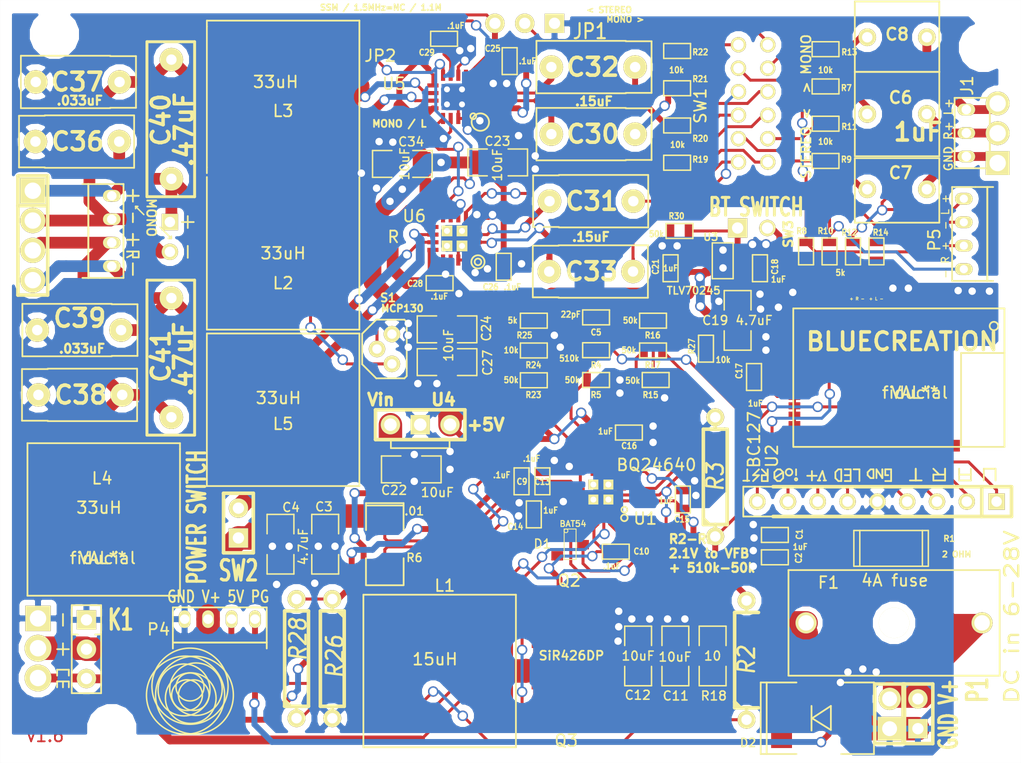
<source format=kicad_pcb>
(kicad_pcb (version 3) (host pcbnew "(2013-05-31 BZR 4019)-stable")
  (layers (15 F.Cu signal) (0 B.Cu signal) (18 B.Paste user hide) (19 F.Paste user) (20 B.SilkS user hide) (21 F.SilkS user) (22 B.Mask user) (23 F.Mask user) (28 Edge.Cuts user))
  (net 0 "")
  (net 1 CAPGND)
  (net 2 CAPV+)
  (net 3 CE)
  (net 4 GNDA)
  (net 5 N-000001)
  (net 6 N-0000010)
  (net 7 N-00000100)
  (net 8 N-00000101)
  (net 9 N-0000011)
  (net 10 N-0000012)
  (net 11 N-0000013)
  (net 12 N-0000014)
  (net 13 N-0000015)
  (net 14 N-0000016)
  (net 15 N-0000017)
  (net 16 N-0000018)
  (net 17 N-0000019)
  (net 18 N-000002)
  (net 19 N-0000020)
  (net 20 N-0000021)
  (net 21 N-0000022)
  (net 22 N-0000023)
  (net 23 N-0000024)
  (net 24 N-0000025)
  (net 25 N-0000026)
  (net 26 N-0000027)
  (net 27 N-0000028)
  (net 28 N-0000029)
  (net 29 N-0000030)
  (net 30 N-0000031)
  (net 31 N-0000032)
  (net 32 N-0000033)
  (net 33 N-0000034)
  (net 34 N-0000035)
  (net 35 N-0000036)
  (net 36 N-0000037)
  (net 37 N-0000039)
  (net 38 N-000004)
  (net 39 N-0000040)
  (net 40 N-0000041)
  (net 41 N-0000043)
  (net 42 N-0000044)
  (net 43 N-0000045)
  (net 44 N-0000046)
  (net 45 N-0000047)
  (net 46 N-0000048)
  (net 47 N-0000049)
  (net 48 N-000005)
  (net 49 N-0000050)
  (net 50 N-0000051)
  (net 51 N-0000052)
  (net 52 N-0000056)
  (net 53 N-000006)
  (net 54 N-000007)
  (net 55 N-000008)
  (net 56 N-0000083)
  (net 57 N-0000084)
  (net 58 N-0000085)
  (net 59 N-0000087)
  (net 60 N-0000088)
  (net 61 N-000009)
  (net 62 N-0000090)
  (net 63 N-0000091)
  (net 64 N-0000092)
  (net 65 N-0000093)
  (net 66 N-0000094)
  (net 67 N-0000095)
  (net 68 N-0000096)
  (net 69 N-0000098)
  (module SIL-8-outputs (layer F.Cu) (at 284.3276 99.2632 180)
    (fp_text reference P2 hide)
    (fp_text value 4xUART/GND/LED/V+/IO hide)
    (pad 1 thru_hole rect (at -8.89 0 180) (size 1.397 1.397) (drill 0.889) (layers *.Cu *.Mask F.SilkS) (net 18 N-000002))
    (pad 2 thru_hole circle (at -6.35 0 180) (size 1.397 1.397) (drill 0.889) (layers *.Cu *.Mask F.SilkS) (net 10 N-0000012))
    (pad 3 thru_hole circle (at -3.81 0 180) (size 1.397 1.397) (drill 0.889) (layers *.Cu *.Mask F.SilkS) (net 11 N-0000013))
    (pad 4 thru_hole circle (at -1.27 0 180) (size 1.397 1.397) (drill 0.889) (layers *.Cu *.Mask F.SilkS) (net 12 N-0000014))
    (pad 5 thru_hole circle (at 1.27 0 180) (size 1.397 1.397) (drill 0.889) (layers *.Cu *.Mask F.SilkS) (net 1 CAPGND))
    (pad 6 thru_hole circle (at 3.81 0 180) (size 1.397 1.397) (drill 0.889) (layers *.Cu *.Mask F.SilkS) (net 49 N-0000050))
    (pad 7 thru_hole circle (at 6.35 0 180) (size 1.397 1.397) (drill 0.889) (layers *.Cu *.Mask F.SilkS) (net 69 N-0000098))
    (pad 8 thru_hole circle (at 8.89 0 180) (size 1.397 1.397) (drill 0.889) (layers *.Cu *.Mask F.SilkS) (net 50 N-0000051))
    (pad 9 thru_hole circle (at 11.5 0 180) (size 1.397 1.397) (drill 0.889) (layers *.Cu *.Mask F.SilkS) (net 13 N-0000015))
  )
  (module SHORT! (layer B.Cu) (at 258.5212 81.7372)
    (fp_text reference xxx2 hide)
    (fp_text value short hide)
    (pad 1 smd rect (at 0 0) (size 2.54 2.54) (layers B.Cu) (net 1 CAPGND))
    (pad 2 smd rect (at 0 -2.54) (size 2.54 2.54) (layers B.Cu) (net 4 GNDA))
  )
  (module SIL-3 (layer F.Cu) (at 211.5185 111.76 270)
    (fp_text reference SIL-3 hide)
    (fp_text value Val** hide)
    (pad 1 thru_hole rect (at -2.54 0 270) (size 2.159 2.159) (drill 1.397) (layers *.Cu *.Mask F.SilkS) (net 1 CAPGND))
    (pad 2 thru_hole circle (at 0 0 270) (size 2.286 2.286) (drill 1.397) (layers *.Cu *.Mask F.SilkS) (net 2 CAPV+))
    (pad 3 thru_hole circle (at 2.54 0 270) (size 2.286 2.286) (drill 1.397) (layers *.Cu *.Mask F.SilkS) (net 3 CE))
  )
  (module "SRR1280 inductor" (layer F.Cu) (at 232.41 64.77 180)
    (fp_text reference L3 (at 0 -1.2 180) (layer F.SilkS))
    (fp_text value 33uH (at 0.635 1.27 180) (layer F.SilkS))
    (pad 1 smd rect (at -4.8 0 180) (size 3.2 5.4) (layers F.Cu F.Paste F.Mask) (net 43 N-0000045))
    (pad 2 smd rect (at 4.9 0 180) (size 3.2 5.4) (layers F.Cu F.Paste F.Mask) (net 66 N-0000094))
  )
  (module SRR1280_ind_outline (layer F.Cu) (at 232.41 78.105 180)
    (fp_text reference L2 (at 0 -2.54 180) (layer F.SilkS))
    (fp_text value 33uH (at 0 0 180) (layer F.SilkS))
    (pad 1 smd rect (at -4.8 0 180) (size 3.2 5.4) (layers F.Cu F.Paste F.Mask) (net 28 N-0000029))
    (pad 2 smd rect (at 4.9 0 180) (size 3.2 5.4) (layers F.Cu F.Paste F.Mask) (net 65 N-0000093))
  )
  (module max9759 (layer F.Cu) (at 247.015 64.77 180)
    (fp_text reference U5 (at 5.165 1.12 180) (layer F.SilkS))
    (fp_text value "MONO / L" (at 4.699 -2.286 180) (layer F.SilkS) (effects (font (size 0.6 0.6))))
    (pad 2 smd rect (at -1.84 -0.325 180) (size 0.95 0.35) (layers F.Cu F.Paste F.Mask) (net 20 N-0000021))
    (pad 4 thru_hole rect (at -0.64 -0.64 270) (size 0.92 0.92) (drill 0.508) (layers *.Cu F.Paste F.Mask) (net 4 GNDA))
    (pad 4 thru_hole rect (at 0.64 -0.64 180) (size 0.92 0.92) (drill 0.508) (layers *.Cu F.Paste F.Mask) (net 4 GNDA))
    (pad 4 thru_hole rect (at 0.64 0.64 180) (size 0.92 0.92) (drill 0.508) (layers *.Cu F.Paste F.Mask) (net 4 GNDA))
    (pad 4 thru_hole rect (at -0.64 0.64 180) (size 0.92 0.92) (drill 0.508) (layers *.Cu F.Paste F.Mask) (net 4 GNDA))
    (pad 1 smd rect (at -1.84 -0.975 180) (size 0.95 0.35) (layers F.Cu F.Paste F.Mask) (net 52 N-0000056))
    (pad 3 smd rect (at -1.85 0.325 180) (size 0.95 0.35) (layers F.Cu F.Paste F.Mask) (net 21 N-0000022))
    (pad 4 smd rect (at -1.84 0.975 180) (size 0.95 0.35) (layers F.Cu F.Paste F.Mask) (net 4 GNDA))
    (pad 5 smd rect (at -0.975 1.84 180) (size 0.35 0.95) (layers F.Cu F.Paste F.Mask) (net 52 N-0000056))
    (pad 6 smd rect (at -0.325 1.84 180) (size 0.35 0.95) (layers F.Cu F.Paste F.Mask) (net 1 CAPGND))
    (pad 7 smd rect (at 0.325 1.84 180) (size 0.35 0.95) (layers F.Cu F.Paste F.Mask) (net 51 N-0000052))
    (pad 8 smd rect (at 0.975 1.84 180) (size 0.35 0.95) (layers F.Cu F.Paste F.Mask) (net 52 N-0000056))
    (pad 13 smd rect (at 0.975 -1.84 180) (size 0.35 0.95) (layers F.Cu F.Paste F.Mask) (net 31 N-0000032))
    (pad 14 smd rect (at 0.325 -1.84 180) (size 0.35 0.95) (layers F.Cu F.Paste F.Mask) (net 1 CAPGND))
    (pad 15 smd rect (at -0.325 -1.84 180) (size 0.35 0.95) (layers F.Cu F.Paste F.Mask) (net 4 GNDA))
    (pad 16 smd rect (at -0.975 -1.84 180) (size 0.35 0.95) (layers F.Cu F.Paste F.Mask) (net 4 GNDA))
    (pad 9 smd rect (at 1.84 0.975 180) (size 0.95 0.35) (layers F.Cu F.Paste F.Mask) (net 64 N-0000092))
    (pad 10 smd rect (at 1.84 0.325 180) (size 0.95 0.35) (layers F.Cu F.Paste F.Mask) (net 43 N-0000045))
    (pad 11 smd rect (at 1.84 -0.325 180) (size 0.95 0.35) (layers F.Cu F.Paste F.Mask) (net 28 N-0000029))
    (pad 12 smd rect (at 1.84 -0.975 180) (size 0.95 0.35) (layers F.Cu F.Paste F.Mask) (net 64 N-0000092))
  )
  (module SIL-2 (layer F.Cu) (at 272.415 75.946)
    (fp_text reference SW3 (at 3.048 0.508 90) (layer F.SilkS) (effects (font (size 0.762 0.762) (thickness 0.1905))))
    (fp_text value "BT SWITCH" (at 0.3175 -1.778) (layer F.SilkS) (effects (font (size 1.524 1.016) (thickness 0.254))))
    (pad 1 thru_hole rect (at -1.27 0) (size 1.651 1.651) (drill 0.9652) (layers *.Cu *.Mask F.SilkS) (net 68 N-0000096))
    (pad 2 thru_hole circle (at 1.27 0) (size 1.397 1.397) (drill 0.9652) (layers *.Cu *.Mask F.SilkS) (net 64 N-0000092))
  )
  (module SIL-2 (layer F.Cu) (at 222.758 76.708 270)
    (fp_text reference SIL-2 hide)
    (fp_text value Val** hide)
    (pad 1 thru_hole rect (at -1.27 0 270) (size 1.397 1.397) (drill 0.889) (layers *.Cu *.Mask F.SilkS) (net 65 N-0000093))
    (pad 2 thru_hole circle (at 1.27 0 270) (size 1.397 1.397) (drill 0.889) (layers *.Cu *.Mask F.SilkS) (net 66 N-0000094))
  )
  (module SIL-3 (layer F.Cu) (at 293.3065 67.8688 90)
    (fp_text reference SIL-3 hide)
    (fp_text value Val** hide)
    (pad 1 thru_hole rect (at -2.54 0 90) (size 2.032 2.032) (drill 1.397) (layers *.Cu *.Mask F.SilkS) (net 41 N-0000043))
    (pad 2 thru_hole circle (at 0 0 90) (size 2.032 2.032) (drill 1.397) (layers *.Cu *.Mask F.SilkS) (net 15 N-0000017))
    (pad 3 thru_hole circle (at 2.54 0 90) (size 2.032 2.032) (drill 1.397) (layers *.Cu *.Mask F.SilkS) (net 33 N-0000034))
  )
  (module SIL-3 (layer F.Cu) (at 253 58.5 180)
    (fp_text reference JP1 (at -5.572 -0.682 180) (layer F.SilkS) (effects (font (size 1.2827 1.07696) (thickness 0.1778))))
    (fp_text value "< STEREO" (at -7.1976 1.1468 180) (layer F.SilkS) (effects (font (size 0.508 0.508) (thickness 0.127))))
    (pad 1 thru_hole rect (at -2.54 0 180) (size 1.651 1.651) (drill 0.9652) (layers *.Cu *.Mask F.SilkS) (net 4 GNDA))
    (pad 2 thru_hole circle (at 0 0 180) (size 1.651 1.651) (drill 0.9652) (layers *.Cu *.Mask F.SilkS) (net 5 N-000001))
    (pad 3 thru_hole circle (at 2.54 0 180) (size 1.651 1.651) (drill 0.9652) (layers *.Cu *.Mask F.SilkS) (net 52 N-0000056))
  )
  (module SIL-4 (layer F.Cu) (at 215.646 113.0935 270)
    (fp_text reference K1 (at -3.7465 -2.921 360) (layer F.SilkS) (effects (font (size 1.73482 1.08712) (thickness 0.3048))))
    (fp_text value "TO SUPERCAPS: GND / V+ / CE" hide)
    (pad 1 thru_hole rect (at -3.75 0 270) (size 1.651 1.651) (drill 0.9652) (layers *.Cu *.Mask F.SilkS) (net 1 CAPGND))
    (pad 2 thru_hole circle (at -1.25 0 270) (size 1.651 1.651) (drill 0.9652) (layers *.Cu *.Mask F.SilkS) (net 2 CAPV+))
    (pad 3 thru_hole circle (at 1.25 0 270) (size 1.651 1.651) (drill 0.9652) (layers *.Cu *.Mask F.SilkS) (net 3 CE))
  )
  (module R4 (layer F.Cu) (at 271.907 112.776 90)
    (fp_text reference R2 (at 0 0 90) (layer F.SilkS) (effects (font (size 1.397 1.27) (thickness 0.2032) italic)))
    (fp_text value "931k MONO ONLY" hide)
    (pad 1 thru_hole circle (at -5.08 0 90) (size 1.524 1.524) (drill 0.889) (layers *.Cu *.Mask F.SilkS) (net 2 CAPV+))
    (pad 2 thru_hole circle (at 5.08 0 90) (size 1.524 1.524) (drill 0.889) (layers *.Cu *.Mask F.SilkS) (net 24 N-0000025))
  )
  (module SM2010 (layer F.Cu) (at 278.1935 117.729 180)
    (fp_text reference D2 (at 6.1595 -2.0955 180) (layer F.SilkS) (effects (font (size 0.70104 0.70104) (thickness 0.127))))
    (fp_text value "10A diode" hide)
    (pad 1 smd rect (at -3.302 0 180) (size 1.778 5.08) (layers F.Cu F.Paste F.Mask) (net 1 CAPGND))
    (pad 2 smd rect (at 3.302 0 180) (size 1.778 5.08) (layers F.Cu F.Paste F.Mask) (net 56 N-0000083))
  )
  (module max9759 (layer F.Cu) (at 247.015 76.835 180)
    (fp_text reference U6 (at 3.429 1.905 180) (layer F.SilkS))
    (fp_text value R (at 5.207 0.127 180) (layer F.SilkS))
    (pad 2 smd rect (at -1.84 -0.325 180) (size 0.95 0.35) (layers F.Cu F.Paste F.Mask) (net 23 N-0000024))
    (pad 4 thru_hole rect (at -0.64 -0.64 270) (size 0.92 0.92) (drill 0.508) (layers *.Cu F.Paste F.SilkS F.Mask) (net 4 GNDA))
    (pad 1 smd rect (at -1.84 -0.975 180) (size 0.95 0.35) (layers F.Cu F.Paste F.Mask) (net 52 N-0000056))
    (pad 3 smd rect (at -1.85 0.325 180) (size 0.95 0.35) (layers F.Cu F.Paste F.Mask) (net 22 N-0000023))
    (pad 4 smd rect (at -1.84 0.975 180) (size 0.95 0.35) (layers F.Cu F.Paste F.Mask) (net 4 GNDA))
    (pad 5 smd rect (at -0.975 1.84 180) (size 0.35 0.95) (layers F.Cu F.Paste F.Mask) (net 5 N-000001))
    (pad 6 smd rect (at -0.325 1.84 180) (size 0.35 0.95) (layers F.Cu F.Paste F.Mask) (net 1 CAPGND))
    (pad 7 smd rect (at 0.325 1.84 180) (size 0.35 0.95) (layers F.Cu F.Paste F.Mask) (net 31 N-0000032))
    (pad 8 smd rect (at 0.975 1.84 180) (size 0.35 0.95) (layers F.Cu F.Paste F.Mask) (net 52 N-0000056))
    (pad 13 smd rect (at 0.975 -1.84 180) (size 0.35 0.95) (layers F.Cu F.Paste F.Mask))
    (pad 14 smd rect (at 0.325 -1.84 180) (size 0.35 0.95) (layers F.Cu F.Paste F.Mask) (net 1 CAPGND))
    (pad 15 smd rect (at -0.325 -1.84 180) (size 0.35 0.95) (layers F.Cu F.Paste F.Mask) (net 4 GNDA))
    (pad 16 smd rect (at -0.975 -1.84 180) (size 0.35 0.95) (layers F.Cu F.Paste F.Mask) (net 4 GNDA))
    (pad 9 smd rect (at 1.84 0.975 180) (size 0.95 0.35) (layers F.Cu F.Paste F.Mask) (net 64 N-0000092))
    (pad 10 smd rect (at 1.84 0.325 180) (size 0.95 0.35) (layers F.Cu F.Paste F.Mask) (net 29 N-0000030))
    (pad 11 smd rect (at 1.84 -0.325 180) (size 0.95 0.35) (layers F.Cu F.Paste F.Mask) (net 30 N-0000031))
    (pad 12 smd rect (at 1.84 -0.975 180) (size 0.95 0.35) (layers F.Cu F.Paste F.Mask) (net 64 N-0000092))
    (pad 4 thru_hole rect (at 0.64 -0.64 270) (size 0.92 0.92) (drill 0.508) (layers *.Cu F.Paste F.SilkS F.Mask) (net 4 GNDA))
    (pad 4 thru_hole rect (at -0.64 0.64 270) (size 0.92 0.92) (drill 0.508) (layers *.Cu F.Paste F.SilkS F.Mask) (net 4 GNDA))
    (pad 4 thru_hole rect (at 0.64 0.64 270) (size 0.92 0.92) (drill 0.508) (layers *.Cu F.Paste F.SilkS F.Mask) (net 4 GNDA))
  )
  (module fuse (layer F.Cu) (at 284.48 109.601 180)
    (fp_text reference F1 (at 5.588 3.429 180) (layer F.SilkS))
    (fp_text value "4A fuse" (at -0.0635 3.6195 180) (layer F.SilkS))
    (pad 1 thru_hole circle (at -7.5 0 180) (size 1.8 1.8) (drill 1.3208) (layers *.Cu *.Mask F.SilkS) (net 37 N-0000039))
    (pad 2 thru_hole circle (at 7.5 0 180) (size 1.8 1.8) (drill 1.3208) (layers *.Cu *.Mask F.SilkS) (net 56 N-0000083))
    (pad "" np_thru_hole circle (at 0 0 180) (size 2.6 2.6) (drill 2.6) (layers *.Cu *.Mask F.SilkS))
  )
  (module "BQ24640 QFN16" (layer F.Cu) (at 259.49 98.45 180)
    (fp_text reference U1 (at -3.781 -2.261 180) (layer F.SilkS))
    (fp_text value BQ24640 (at -4.7335 2.311 180) (layer F.SilkS))
    (pad 4 smd rect (at -1.76 0.75) (size 0.75 0.25) (layers F.Cu F.Paste F.Mask) (net 27 N-0000028))
    (pad 3 smd rect (at -1.76 0.25) (size 0.75 0.25) (layers F.Cu F.Paste F.Mask))
    (pad 2 smd rect (at -2.14 -0.25 180) (size 0.75 0.25) (drill (offset 0.375 0)) (layers F.Cu F.Paste F.Mask) (net 3 CE))
    (pad 1 smd rect (at -1.76 -0.75 180) (size 0.75 0.25) (layers F.Cu F.Paste F.Mask) (net 63 N-0000091))
    (pad 5 smd rect (at -0.75 1.75 270) (size 0.75 0.25) (layers F.Cu F.Paste F.Mask) (net 39 N-0000040))
    (pad 6 smd rect (at -0.25 1.75 270) (size 0.75 0.25) (layers F.Cu F.Paste F.Mask) (net 59 N-0000087))
    (pad 7 smd rect (at 0.25 1.75 270) (size 0.75 0.25) (layers F.Cu F.Paste F.Mask) (net 35 N-0000036))
    (pad 8 smd rect (at 0.75 1.75 270) (size 0.75 0.25) (layers F.Cu F.Paste F.Mask) (net 24 N-0000025))
    (pad 9 smd rect (at 1.75 0.75 180) (size 0.75 0.25) (layers F.Cu F.Paste F.Mask) (net 2 CAPV+))
    (pad 10 smd rect (at 1.75 0.25 180) (size 0.75 0.25) (layers F.Cu F.Paste F.Mask) (net 67 N-0000095))
    (pad 11 smd rect (at 1.75 -0.25 180) (size 0.75 0.25) (layers F.Cu F.Paste F.Mask) (net 1 CAPGND))
    (pad 12 smd rect (at 1.75 -0.75 180) (size 0.75 0.25) (layers F.Cu F.Paste F.Mask) (net 26 N-0000027))
    (pad 13 smd rect (at 0.75 -1.75 270) (size 0.75 0.25) (layers F.Cu F.Paste F.Mask) (net 60 N-0000088))
    (pad 14 smd rect (at 0.25 -1.75 270) (size 0.75 0.25) (layers F.Cu F.Paste F.Mask) (net 57 N-0000084))
    (pad 15 smd rect (at -0.25 -1.75 270) (size 0.75 0.25) (layers F.Cu F.Paste F.Mask) (net 58 N-0000085))
    (pad 16 smd rect (at -0.75 -1.75 270) (size 0.75 0.25) (layers F.Cu F.Paste F.Mask) (net 25 N-0000026))
    (pad 11 thru_hole rect (at -0.64 -0.64 270) (size 0.85 0.85) (drill 0.508) (layers *.Cu *.Mask F.Paste F.SilkS) (net 1 CAPGND))
    (pad 11 thru_hole rect (at 0.64 -0.64 270) (size 0.85 0.85) (drill 0.508) (layers *.Cu *.Mask F.Paste F.SilkS) (net 1 CAPGND))
    (pad 11 thru_hole rect (at -0.64 0.64 270) (size 0.85 0.85) (drill 0.508) (layers *.Cu *.Mask F.Paste F.SilkS) (net 1 CAPGND))
    (pad 11 thru_hole rect (at 0.64 0.64 270) (size 0.85 0.85) (drill 0.508) (layers *.Cu *.Mask F.Paste F.SilkS) (net 1 CAPGND))
  )
  (module cnp_7mm_035holes (layer F.Cu) (at 284.734 72.644 180)
    (fp_text reference C7 (at -0.3 1.4 180) (layer F.SilkS) (effects (font (size 1.016 1.016) (thickness 0.2032))))
    (fp_text value 1uF hide)
    (pad 1 thru_hole circle (at -2.54 0 180) (size 1.50114 1.50114) (drill 0.889) (layers *.Cu *.Mask F.SilkS) (net 41 N-0000043))
    (pad 2 thru_hole circle (at 2.54 0 180) (size 1.50114 1.50114) (drill 0.889) (layers *.Cu *.Mask F.SilkS) (net 40 N-0000041))
  )
  (module cnp_7mm_035holes (layer F.Cu) (at 284.734 59.69 180)
    (fp_text reference C8 (at 0 0.254 180) (layer F.SilkS) (effects (font (size 1.016 1.016) (thickness 0.2032))))
    (fp_text value 1uF hide)
    (pad 1 thru_hole circle (at -2.54 0 180) (size 1.50114 1.50114) (drill 0.889) (layers *.Cu *.Mask F.SilkS) (net 33 N-0000034))
    (pad 2 thru_hole circle (at 2.54 0 180) (size 1.50114 1.50114) (drill 0.889) (layers *.Cu *.Mask F.SilkS) (net 42 N-0000044))
  )
  (module bC127 (layer F.Cu) (at 284.988 88.9 270)
    (fp_text reference U2 (at 6.477 10.922 270) (layer F.SilkS))
    (fp_text value BC127 (at 5.08 12.446 270) (layer F.SilkS))
    (pad 22 smd rect (at -5 9) (size 1 0.6) (layers F.Cu F.Paste F.Mask) (net 1 CAPGND))
    (pad 23 smd rect (at -4.2 9) (size 1 0.6) (layers F.Cu F.Paste F.Mask) (net 50 N-0000051))
    (pad 24 smd rect (at -3.4 9) (size 1 0.6) (layers F.Cu F.Paste F.Mask))
    (pad 25 smd rect (at -2.6 9) (size 1 0.6) (layers F.Cu F.Paste F.Mask))
    (pad 26 smd rect (at -1.8 9) (size 1 0.6) (layers F.Cu F.Paste F.Mask))
    (pad 27 smd rect (at -1 9) (size 1 0.6) (layers F.Cu F.Paste F.Mask) (net 1 CAPGND))
    (pad 28 smd rect (at -0.2 9) (size 1 0.6) (layers F.Cu F.Paste F.Mask))
    (pad 29 smd rect (at 0.6 9) (size 1 0.6) (layers F.Cu F.Paste F.Mask))
    (pad 30 smd rect (at 1.4 9) (size 1 0.6) (layers F.Cu F.Paste F.Mask) (net 69 N-0000098))
    (pad 31 smd rect (at 2.2 9) (size 1 0.6) (layers F.Cu F.Paste F.Mask) (net 69 N-0000098))
    (pad 32 smd rect (at 3 9) (size 1 0.6) (layers F.Cu F.Paste F.Mask) (net 69 N-0000098))
    (pad 33 smd rect (at 3.8 9) (size 1 0.6) (layers F.Cu F.Paste F.Mask) (net 69 N-0000098))
    (pad 34 smd rect (at 4.6 9) (size 1 0.6) (layers F.Cu F.Paste F.Mask) (net 69 N-0000098))
    (pad 35 smd rect (at 5.6 8 270) (size 1 0.6) (layers F.Cu F.Paste F.Mask))
    (pad 36 smd rect (at 5.6 7.2 270) (size 1 0.6) (layers F.Cu F.Paste F.Mask))
    (pad 37 smd rect (at 5.6 6.4 270) (size 1 0.6) (layers F.Cu F.Paste F.Mask) (net 49 N-0000050))
    (pad 38 smd rect (at 5.6 5.6 270) (size 1 0.6) (layers F.Cu F.Paste F.Mask))
    (pad 39 smd rect (at 5.6 4.8 270) (size 1 0.6) (layers F.Cu F.Paste F.Mask))
    (pad 40 smd rect (at 5.6 4 270) (size 1 0.6) (layers F.Cu F.Paste F.Mask) (net 12 N-0000014))
    (pad 41 smd rect (at 5.6 3.2 270) (size 1 0.6) (layers F.Cu F.Paste F.Mask) (net 11 N-0000013))
    (pad 42 smd rect (at 5.6 2.4 270) (size 1 0.6) (layers F.Cu F.Paste F.Mask) (net 10 N-0000012))
    (pad 43 smd rect (at 5.6 1.6 270) (size 1 0.6) (layers F.Cu F.Paste F.Mask) (net 18 N-000002))
    (pad 44 smd rect (at 5.6 0.8 270) (size 1 0.6) (layers F.Cu F.Paste F.Mask) (net 13 N-0000015))
    (pad 45 smd rect (at 5.6 0 270) (size 1 0.6) (layers F.Cu F.Paste F.Mask))
    (pad 46 smd rect (at 5.6 -0.8 270) (size 1 0.6) (layers F.Cu F.Paste F.Mask))
    (pad 47 smd rect (at 5.6 -1.6 270) (size 1 0.6) (layers F.Cu F.Paste F.Mask))
    (pad 48 smd rect (at 5.6 -2.4 270) (size 1 0.6) (layers F.Cu F.Paste F.Mask))
    (pad 49 smd rect (at 5.6 -3.2 270) (size 1 0.6) (layers F.Cu F.Paste F.Mask))
    (pad 50 smd rect (at 5.6 -4 270) (size 1 0.6) (layers F.Cu F.Paste F.Mask))
    (pad 51 smd rect (at 5.6 -4.8 270) (size 1 0.6) (layers F.Cu F.Paste F.Mask))
    (pad 1 smd rect (at -6 -8 270) (size 1 0.6) (layers F.Cu F.Paste F.Mask) (net 1 CAPGND))
    (pad 2 smd rect (at -6 -7.2 270) (size 1 0.6) (layers F.Cu F.Paste F.Mask) (net 1 CAPGND))
    (pad 3 smd rect (at -6 -6.4 270) (size 1 0.6) (layers F.Cu F.Paste F.Mask) (net 1 CAPGND))
    (pad 4 smd rect (at -6 -5.6 270) (size 1 0.6) (layers F.Cu F.Paste F.Mask) (net 1 CAPGND))
    (pad 5 smd rect (at -6 -4.8 270) (size 1 0.6) (layers F.Cu F.Paste F.Mask))
    (pad 6 smd rect (at -6 -4 270) (size 1 0.6) (layers F.Cu F.Paste F.Mask))
    (pad 7 smd rect (at -6 -3.2 270) (size 1 0.6) (layers F.Cu F.Paste F.Mask))
    (pad 8 smd rect (at -6 -2.4 270) (size 1 0.6) (layers F.Cu F.Paste F.Mask))
    (pad 9 smd rect (at -6 -1.6 270) (size 1 0.6) (layers F.Cu F.Paste F.Mask))
    (pad 10 smd rect (at -6 -0.8 270) (size 1 0.6) (layers F.Cu F.Paste F.Mask))
    (pad 11 smd rect (at -6 0 270) (size 1 0.6) (layers F.Cu F.Paste F.Mask) (net 1 CAPGND))
    (pad 12 smd rect (at -6 0.8 270) (size 1 0.6) (layers F.Cu F.Paste F.Mask))
    (pad 13 smd rect (at -6 1.6 270) (size 1 0.6) (layers F.Cu F.Paste F.Mask) (net 14 N-0000016))
    (pad 14 smd rect (at -6 2.4 270) (size 1 0.6) (layers F.Cu F.Paste F.Mask) (net 16 N-0000018))
    (pad 15 smd rect (at -6 3.2 270) (size 1 0.6) (layers F.Cu F.Paste F.Mask) (net 9 N-0000011))
    (pad 16 smd rect (at -6 4 270) (size 1 0.6) (layers F.Cu F.Paste F.Mask) (net 17 N-0000019))
    (pad 17 smd rect (at -6 4.8 270) (size 1 0.6) (layers F.Cu F.Paste F.Mask))
    (pad 18 smd rect (at -6 5.6 270) (size 1 0.6) (layers F.Cu F.Paste F.Mask))
    (pad 19 smd rect (at -6 6.4 270) (size 1 0.6) (layers F.Cu F.Paste F.Mask))
    (pad 20 smd rect (at -6 7.2 270) (size 1 0.6) (layers F.Cu F.Paste F.Mask))
    (pad 21 smd rect (at -6 8 270) (size 1 0.6) (layers F.Cu F.Paste F.Mask))
  )
  (module SHORT! (layer B.Cu) (at 259.588 97.282 90)
    (fp_text reference XXX1 hide)
    (fp_text value SHORT! hide)
    (pad 1 smd rect (at 0 1 90) (size 2 3.5) (layers B.Cu) (net 4 GNDA))
    (pad 2 smd rect (at -2 0 90) (size 2 3.6) (layers B.Cu) (net 1 CAPGND))
  )
  (module h4_2mm (layer F.Cu) (at 217.805 76.2 270)
    (fp_text reference P3 hide)
    (fp_text value CONN_4 hide)
    (pad 2 thru_hole oval (at -1 0 270) (size 1 1.5) (drill 0.8128) (layers *.Cu *.Mask F.SilkS) (net 66 N-0000094))
    (pad 3 thru_hole oval (at 1 0 270) (size 1 1.5) (drill 0.8128) (layers *.Cu *.Mask F.SilkS) (net 7 N-00000100))
    (pad 4 thru_hole oval (at 3 0 270) (size 1 1.5) (drill 0.8128) (layers *.Cu *.Mask F.SilkS) (net 8 N-00000101))
    (pad 1 thru_hole oval (at -3 0 270) (size 1 1.5) (drill 0.8128) (layers *.Cu *.Mask F.SilkS) (net 65 N-0000093))
  )
  (module SIL-2 (layer F.Cu) (at 286.512 117.348 270)
    (fp_text reference P1 (at -2.032 -5.08 270) (layer F.SilkS) (effects (font (size 1.72974 1.08712) (thickness 0.27178))))
    (fp_text value "GND V+" (at 0.0635 -2.6035 270) (layer F.SilkS) (effects (font (size 1.524 1.016) (thickness 0.254))))
    (pad 1 thru_hole circle (at -1.27 0 270) (size 1.651 1.651) (drill 0.9652) (layers *.Cu *.Mask F.SilkS) (net 37 N-0000039))
    (pad 2 thru_hole rect (at 1.27 0 270) (size 1.651 1.651) (drill 0.9652) (layers *.Cu *.Mask F.SilkS) (net 1 CAPGND))
  )
  (module SHORT! (layer F.Cu) (at 246.38 70.358)
    (fp_text reference XXX3 hide)
    (fp_text value SHORT! hide)
    (pad 1 smd rect (at -0.5 0) (size 1.5 1) (layers F.Cu) (net 64 N-0000092))
    (pad 2 smd rect (at 1 0) (size 1.5 1) (layers F.Cu) (net 52 N-0000056))
  )
  (module SIL-2 (layer F.Cu) (at 228.6 101.092 90)
    (fp_text reference SW2 (at -4.064 0 180) (layer F.SilkS) (effects (font (size 1.72974 1.08712) (thickness 0.27178))))
    (fp_text value "POWER SWITCH" (at 0.508 -3.556 90) (layer F.SilkS) (effects (font (size 1.524 1.016) (thickness 0.254))))
    (pad 1 thru_hole rect (at -1.27 0 90) (size 1.651 1.651) (drill 0.9652) (layers *.Cu *.Mask F.SilkS) (net 2 CAPV+))
    (pad 2 thru_hole circle (at 1.27 0 90) (size 1.651 1.651) (drill 0.9652) (layers *.Cu *.Mask F.SilkS) (net 32 N-0000033))
  )
  (module h4_2mm (layer F.Cu) (at 227.0125 109.2835)
    (fp_text reference P4 (at -5.218 0.878) (layer F.SilkS))
    (fp_text value "GND V+ 5V PG" (at -0.138 -1.916) (layer F.SilkS) (effects (font (size 1 0.7714))))
    (pad 2 thru_hole oval (at -1 0) (size 1 1.5) (drill 0.8128) (layers *.Cu *.Mask F.SilkS) (net 2 CAPV+))
    (pad 3 thru_hole oval (at 1 0) (size 1 1.5) (drill 0.8128) (layers *.Cu *.Mask F.SilkS) (net 64 N-0000092))
    (pad 4 thru_hole oval (at 3 0) (size 1 1.5) (drill 0.8128) (layers *.Cu *.Mask F.SilkS) (net 39 N-0000040))
    (pad 1 thru_hole oval (at -3 0) (size 1 1.5) (drill 0.8128) (layers *.Cu *.Mask F.SilkS) (net 1 CAPGND))
  )
  (module SIL-3 (layer F.Cu) (at 244.094 92.71)
    (fp_text reference U4 hide)
    (fp_text value U4 (at 1.9812 -2.1336) (layer F.SilkS) (effects (font (size 1.016 1.016) (thickness 0.254))))
    (pad 3 thru_hole circle (at -2.54 0) (size 1.651 1.651) (drill 1.0668) (layers *.Cu *.Mask F.SilkS) (net 32 N-0000033))
    (pad 2 thru_hole rect (at 0 0) (size 1.651 1.651) (drill 1.0668) (layers *.Cu *.Mask F.SilkS) (net 1 CAPGND))
    (pad 1 thru_hole circle (at 2.54 0) (size 1.651 1.651) (drill 1.0668) (layers *.Cu *.Mask F.SilkS) (net 64 N-0000092))
  )
  (module "SRR1280 inductor" (layer F.Cu) (at 245.75 113.7 180)
    (fp_text reference L1 (at -0.4395 7.274 180) (layer F.SilkS))
    (fp_text value 15uH (at 0.4 1 180) (layer F.SilkS))
    (pad 1 smd rect (at -4.8 0 180) (size 2.9 5.4) (layers F.Cu F.Paste F.Mask) (net 57 N-0000084))
    (pad 2 smd rect (at 4.9 0 180) (size 2.9 5.4) (layers F.Cu F.Paste F.Mask) (net 67 N-0000095))
  )
  (module "SRR1280 inductor" (layer F.Cu) (at 232.41 91.44 180)
    (fp_text reference L5 (at 0 -1.2 180) (layer F.SilkS))
    (fp_text value 33uH (at 0.4 1 180) (layer F.SilkS))
    (pad 1 smd rect (at -4.8 0 180) (size 3.2 5.4) (layers F.Cu F.Paste F.Mask) (net 29 N-0000030))
    (pad 2 smd rect (at 4.9 0 180) (size 3.2 5.4) (layers F.Cu F.Paste F.Mask) (net 8 N-00000101))
  )
  (module "SRR1280 inductor" (layer F.Cu) (at 217.1192 100.7872 180)
    (fp_text reference L4 (at 0.1397 3.5052 180) (layer F.SilkS))
    (fp_text value 33uH (at 0.4 1 180) (layer F.SilkS))
    (pad 1 smd rect (at -4.8 0 180) (size 3.2 5.4) (layers F.Cu F.Paste F.Mask) (net 30 N-0000031))
    (pad 2 smd rect (at 4.9 0 180) (size 3.2 5.4) (layers F.Cu F.Paste F.Mask) (net 7 N-00000100))
  )
  (module SOT23-5 (layer F.Cu) (at 269.875 78.74 90)
    (fp_text reference U3 (at 2.032 -1.016 180) (layer F.SilkS) (effects (font (size 0.635 0.635) (thickness 0.127))))
    (fp_text value TLV70245 (at -2.54 -2.4765 180) (layer F.SilkS) (effects (font (size 0.635 0.635) (thickness 0.127))))
    (pad 1 smd rect (at -0.9525 1.27 90) (size 0.508 0.762) (layers F.Cu F.Paste F.Mask) (net 64 N-0000092))
    (pad 3 smd rect (at 0.9525 1.27 90) (size 0.508 0.762) (layers F.Cu F.Paste F.Mask) (net 68 N-0000096))
    (pad 5 smd rect (at -0.9525 -1.27 90) (size 0.508 0.762) (layers F.Cu F.Paste F.Mask) (net 69 N-0000098))
    (pad 2 smd rect (at 0 1.27 90) (size 0.508 0.762) (layers F.Cu F.Paste F.Mask) (net 1 CAPGND))
    (pad 4 smd rect (at 0.9525 -1.27 90) (size 0.508 0.762) (layers F.Cu F.Paste F.Mask))
  )
  (module SOT23 (layer F.Cu) (at 256.8702 102.9335 270)
    (fp_text reference D1 (at -0.0635 2.3622 360) (layer F.SilkS) (effects (font (size 0.762 0.762) (thickness 0.11938))))
    (fp_text value BAT54 (at -1.778 -0.2413 360) (layer F.SilkS) (effects (font (size 0.50038 0.50038) (thickness 0.09906))))
    (pad 2 smd rect (at 0 -1.09982 270) (size 0.8001 1.00076) (layers F.Cu F.Paste F.Mask) (net 25 N-0000026))
    (pad 3 smd rect (at 0.9525 1.09982 270) (size 0.8001 1.00076) (layers F.Cu F.Paste F.Mask))
    (pad 1 smd rect (at -0.9525 1.09982 270) (size 0.8001 1.00076) (layers F.Cu F.Paste F.Mask) (net 26 N-0000027))
  )
  (module SM2010 (layer F.Cu) (at 241.075 102.895 270)
    (fp_text reference R6 (at 1.155 -2.525 360) (layer F.SilkS) (effects (font (size 0.70104 0.70104) (thickness 0.127))))
    (fp_text value .01 (at -2.819 -2.511 360) (layer F.SilkS) (effects (font (size 0.70104 0.70104) (thickness 0.127))))
    (pad 1 smd rect (at -2.4003 0 270) (size 1.80086 2.70002) (layers F.Cu F.Paste F.Mask) (net 2 CAPV+))
    (pad 2 smd rect (at 2.4003 0 270) (size 1.80086 2.70002) (layers F.Cu F.Paste F.Mask) (net 67 N-0000095))
  )
  (module SM1206 (layer F.Cu) (at 232.185 102.895 270)
    (fp_text reference C4 (at -3.1365 -0.8981 360) (layer F.SilkS) (effects (font (size 0.762 0.762) (thickness 0.127))))
    (fp_text value 4.7uF (at 0.205 -1.94 270) (layer F.SilkS) (effects (font (size 0.762 0.762) (thickness 0.127))))
    (pad 1 smd rect (at -1.651 0 270) (size 1.524 2.032) (layers F.Cu F.Paste F.Mask) (net 2 CAPV+))
    (pad 2 smd rect (at 1.651 0 270) (size 1.524 2.032) (layers F.Cu F.Paste F.Mask) (net 1 CAPGND))
  )
  (module SM1206 (layer F.Cu) (at 242.57 70.485 180)
    (fp_text reference C34 (at -0.755 1.885 180) (layer F.SilkS) (effects (font (size 0.762 0.762) (thickness 0.127))))
    (fp_text value 10uF (at -0.205 0.01 270) (layer F.SilkS) (effects (font (size 0.762 0.762) (thickness 0.127))))
    (pad 1 smd rect (at -1.651 0 180) (size 1.524 2.032) (layers F.Cu F.Paste F.Mask) (net 64 N-0000092))
    (pad 2 smd rect (at 1.651 0 180) (size 1.524 2.032) (layers F.Cu F.Paste F.Mask) (net 1 CAPGND))
  )
  (module SM1206 (layer F.Cu) (at 246.38 87.376 180)
    (fp_text reference C27 (at -3.4544 -0.0508 270) (layer F.SilkS) (effects (font (size 0.762 0.762) (thickness 0.127))))
    (fp_text value 10uF hide)
    (pad 1 smd rect (at -1.651 0 180) (size 1.524 2.032) (layers F.Cu F.Paste F.Mask) (net 64 N-0000092))
    (pad 2 smd rect (at 1.651 0 180) (size 1.524 2.032) (layers F.Cu F.Paste F.Mask) (net 1 CAPGND))
  )
  (module SM1206 (layer F.Cu) (at 243.332 96.52)
    (fp_text reference C22 (at -1.4605 1.778) (layer F.SilkS) (effects (font (size 0.762 0.762) (thickness 0.127))))
    (fp_text value 10uF (at 2.2225 1.9685) (layer F.SilkS) (effects (font (size 0.762 0.762) (thickness 0.127))))
    (pad 1 smd rect (at -1.651 0) (size 1.524 2.032) (layers F.Cu F.Paste F.Mask) (net 32 N-0000033))
    (pad 2 smd rect (at 1.651 0) (size 1.524 2.032) (layers F.Cu F.Paste F.Mask) (net 1 CAPGND))
  )
  (module SM1206 (layer F.Cu) (at 250.698 70.358)
    (fp_text reference C23 (at -0.023 -1.808) (layer F.SilkS) (effects (font (size 0.762 0.762) (thickness 0.127))))
    (fp_text value 10uF (at -0.023 0.217 90) (layer F.SilkS) (effects (font (size 0.762 0.762) (thickness 0.127))))
    (pad 1 smd rect (at -1.651 0) (size 1.524 2.032) (layers F.Cu F.Paste F.Mask) (net 52 N-0000056))
    (pad 2 smd rect (at 1.651 0) (size 1.524 2.032) (layers F.Cu F.Paste F.Mask) (net 4 GNDA))
  )
  (module SM1206 (layer F.Cu) (at 235.995 102.895 270)
    (fp_text reference C3 (at -3.1873 0.1052 360) (layer F.SilkS) (effects (font (size 0.762 0.762) (thickness 0.127))))
    (fp_text value 4.7uF hide)
    (pad 1 smd rect (at -1.651 0 270) (size 1.524 2.032) (layers F.Cu F.Paste F.Mask) (net 2 CAPV+))
    (pad 2 smd rect (at 1.651 0 270) (size 1.524 2.032) (layers F.Cu F.Paste F.Mask) (net 1 CAPGND))
  )
  (module SM1206 (layer F.Cu) (at 246.38 84.582 180)
    (fp_text reference C24 (at -3.3528 0.0762 270) (layer F.SilkS) (effects (font (size 0.762 0.762) (thickness 0.127))))
    (fp_text value 10uF (at -0.127 -1.3589 270) (layer F.SilkS) (effects (font (size 0.762 0.762) (thickness 0.127))))
    (pad 1 smd rect (at -1.651 0 180) (size 1.524 2.032) (layers F.Cu F.Paste F.Mask) (net 64 N-0000092))
    (pad 2 smd rect (at 1.651 0 180) (size 1.524 2.032) (layers F.Cu F.Paste F.Mask) (net 1 CAPGND))
  )
  (module SM1206 (layer F.Cu) (at 271.145 83.82 90)
    (fp_text reference C19 (at 0 -1.905 180) (layer F.SilkS) (effects (font (size 0.762 0.762) (thickness 0.127))))
    (fp_text value 4.7uF (at 0 1.397 180) (layer F.SilkS) (effects (font (size 0.762 0.762) (thickness 0.127))))
    (pad 1 smd rect (at -1.651 0 90) (size 1.524 2.032) (layers F.Cu F.Paste F.Mask) (net 69 N-0000098))
    (pad 2 smd rect (at 1.651 0 90) (size 1.524 2.032) (layers F.Cu F.Paste F.Mask) (net 1 CAPGND))
  )
  (module SM1206 (layer F.Cu) (at 269.015 112.42 90)
    (fp_text reference R18 (at -3.404 0.098 180) (layer F.SilkS) (effects (font (size 0.762 0.762) (thickness 0.127))))
    (fp_text value 10 (at 0 0 180) (layer F.SilkS) (effects (font (size 0.762 0.762) (thickness 0.127))))
    (pad 1 smd rect (at -1.651 0 90) (size 1.524 2.032) (layers F.Cu F.Paste F.Mask) (net 56 N-0000083))
    (pad 2 smd rect (at 1.651 0 90) (size 1.524 2.032) (layers F.Cu F.Paste F.Mask) (net 63 N-0000091))
  )
  (module SM1206 (layer F.Cu) (at 262.665 112.42 90)
    (fp_text reference C12 (at -3.3405 -0.029 180) (layer F.SilkS) (effects (font (size 0.762 0.762) (thickness 0.127))))
    (fp_text value 10uF (at 0 0 180) (layer F.SilkS) (effects (font (size 0.762 0.762) (thickness 0.127))))
    (pad 1 smd rect (at -1.651 0 90) (size 1.524 2.032) (layers F.Cu F.Paste F.Mask) (net 56 N-0000083))
    (pad 2 smd rect (at 1.651 0 90) (size 1.524 2.032) (layers F.Cu F.Paste F.Mask) (net 1 CAPGND))
  )
  (module SM1206 (layer F.Cu) (at 265.84 112.42 90)
    (fp_text reference C11 (at -3.404 0.0345 180) (layer F.SilkS) (effects (font (size 0.762 0.762) (thickness 0.127))))
    (fp_text value 10uF (at -0.0893 -0.029 180) (layer F.SilkS) (effects (font (size 0.762 0.762) (thickness 0.127))))
    (pad 1 smd rect (at -1.651 0 90) (size 1.524 2.032) (layers F.Cu F.Paste F.Mask) (net 56 N-0000083))
    (pad 2 smd rect (at 1.651 0 90) (size 1.524 2.032) (layers F.Cu F.Paste F.Mask) (net 1 CAPGND))
  )
  (module SM0603 (layer F.Cu) (at 265.9888 64.0334 180)
    (fp_text reference R21 (at -1.9812 0.7874 180) (layer F.SilkS) (effects (font (size 0.508 0.4572) (thickness 0.1143))))
    (fp_text value 10k (at 0.0508 1.5494 180) (layer F.SilkS) (effects (font (size 0.508 0.4572) (thickness 0.1143))))
    (pad 1 smd rect (at -0.762 0 180) (size 0.635 1.143) (layers F.Cu F.Paste F.Mask) (net 54 N-000007))
    (pad 2 smd rect (at 0.762 0 180) (size 0.635 1.143) (layers F.Cu F.Paste F.Mask) (net 45 N-0000047))
  )
  (module SM0603 (layer F.Cu) (at 246.126 59.817)
    (fp_text reference C29 (at -1.4732 1.1684) (layer F.SilkS) (effects (font (size 0.508 0.4572) (thickness 0.1143))))
    (fp_text value .1uF (at 0.999 -1.111) (layer F.SilkS) (effects (font (size 0.508 0.4572) (thickness 0.1143))))
    (pad 1 smd rect (at -0.762 0) (size 0.635 1.143) (layers F.Cu F.Paste F.Mask) (net 64 N-0000092))
    (pad 2 smd rect (at 0.762 0) (size 0.635 1.143) (layers F.Cu F.Paste F.Mask) (net 1 CAPGND))
  )
  (module SM0603 (layer F.Cu) (at 261.88 93.38)
    (fp_text reference C16 (at 0.0254 1.1303) (layer F.SilkS) (effects (font (size 0.508 0.4572) (thickness 0.1143))))
    (fp_text value 1uF (at -2 -0.105) (layer F.SilkS) (effects (font (size 0.508 0.4572) (thickness 0.1143))))
    (pad 1 smd rect (at -0.762 0) (size 0.635 1.143) (layers F.Cu F.Paste F.Mask) (net 59 N-0000087))
    (pad 2 smd rect (at 0.762 0) (size 0.635 1.143) (layers F.Cu F.Paste F.Mask) (net 4 GNDA))
  )
  (module SM0603 (layer F.Cu) (at 253.775 100.355 90)
    (fp_text reference C14 (at -1.045 -1.575 180) (layer F.SilkS) (effects (font (size 0.508 0.4572) (thickness 0.1143))))
    (fp_text value 1uF (at 0.3425 1.4315 180) (layer F.SilkS) (effects (font (size 0.508 0.4572) (thickness 0.1143))))
    (pad 1 smd rect (at -0.762 0 90) (size 0.635 1.143) (layers F.Cu F.Paste F.Mask) (net 26 N-0000027))
    (pad 2 smd rect (at 0.762 0 90) (size 0.635 1.143) (layers F.Cu F.Paste F.Mask) (net 1 CAPGND))
  )
  (module SM0603 (layer F.Cu) (at 273.05 79.375 90)
    (fp_text reference C18 (at 0.127 1.27 90) (layer F.SilkS) (effects (font (size 0.508 0.4572) (thickness 0.1143))))
    (fp_text value 1uF (at -0.95 1.575 180) (layer F.SilkS) (effects (font (size 0.508 0.4572) (thickness 0.1143))))
    (pad 1 smd rect (at -0.762 0 90) (size 0.635 1.143) (layers F.Cu F.Paste F.Mask) (net 64 N-0000092))
    (pad 2 smd rect (at 0.762 0 90) (size 0.635 1.143) (layers F.Cu F.Paste F.Mask) (net 1 CAPGND))
  )
  (module SM0603 (layer F.Cu) (at 265.43 79.375 90)
    (fp_text reference C21 (at 0.127 -1.27 90) (layer F.SilkS) (effects (font (size 0.508 0.4572) (thickness 0.1143))))
    (fp_text value 1uF (at 0 0 180) (layer F.SilkS) (effects (font (size 0.508 0.4572) (thickness 0.1143))))
    (pad 1 smd rect (at -0.762 0 90) (size 0.635 1.143) (layers F.Cu F.Paste F.Mask) (net 69 N-0000098))
    (pad 2 smd rect (at 0.762 0 90) (size 0.635 1.143) (layers F.Cu F.Paste F.Mask) (net 1 CAPGND))
  )
  (module SM0603 (layer F.Cu) (at 268.45 86.23 90)
    (fp_text reference R27 (at 0.2032 -1.2065 90) (layer F.SilkS) (effects (font (size 0.508 0.4572) (thickness 0.1143))))
    (fp_text value 10k (at -0.95 1.46 180) (layer F.SilkS) (effects (font (size 0.508 0.4572) (thickness 0.1143))))
    (pad 1 smd rect (at -0.762 0 90) (size 0.635 1.143) (layers F.Cu F.Paste F.Mask) (net 13 N-0000015))
    (pad 2 smd rect (at 0.762 0 90) (size 0.635 1.143) (layers F.Cu F.Paste F.Mask) (net 69 N-0000098))
  )
  (module SM0603 (layer F.Cu) (at 278.638 60.706 180)
    (fp_text reference R13 (at -2.032 -0.254 180) (layer F.SilkS) (effects (font (size 0.508 0.4572) (thickness 0.1143))))
    (fp_text value 10k (at 0 -1.778 180) (layer F.SilkS) (effects (font (size 0.508 0.4572) (thickness 0.1143))))
    (pad 1 smd rect (at -0.762 0 180) (size 0.635 1.143) (layers F.Cu F.Paste F.Mask) (net 42 N-0000044))
    (pad 2 smd rect (at 0.762 0 180) (size 0.635 1.143) (layers F.Cu F.Paste F.Mask) (net 19 N-0000020))
  )
  (module SM0603 (layer F.Cu) (at 278.638 70.231 180)
    (fp_text reference R9 (at -1.778 0.127 180) (layer F.SilkS) (effects (font (size 0.508 0.4572) (thickness 0.1143))))
    (fp_text value 10k hide)
    (pad 1 smd rect (at -0.762 0 180) (size 0.635 1.143) (layers F.Cu F.Paste F.Mask) (net 40 N-0000041))
    (pad 2 smd rect (at 0.762 0 180) (size 0.635 1.143) (layers F.Cu F.Paste F.Mask) (net 48 N-000005))
  )
  (module SM0603 (layer F.Cu) (at 278.638 63.881 180)
    (fp_text reference R7 (at -1.778 -0.127 180) (layer F.SilkS) (effects (font (size 0.508 0.4572) (thickness 0.1143))))
    (fp_text value 10k hide)
    (pad 1 smd rect (at -0.762 0 180) (size 0.635 1.143) (layers F.Cu F.Paste F.Mask) (net 47 N-0000049))
    (pad 2 smd rect (at 0.762 0 180) (size 0.635 1.143) (layers F.Cu F.Paste F.Mask) (net 53 N-000006))
  )
  (module SM0603 (layer F.Cu) (at 282.979 77.94 270)
    (fp_text reference R14 (at -1.613 -0.358 360) (layer F.SilkS) (effects (font (size 0.508 0.4572) (thickness 0.1143))))
    (fp_text value 5k hide)
    (pad 1 smd rect (at -0.762 0 270) (size 0.635 1.143) (layers F.Cu F.Paste F.Mask) (net 55 N-000008))
    (pad 2 smd rect (at 0.762 0 270) (size 0.635 1.143) (layers F.Cu F.Paste F.Mask) (net 14 N-0000016))
  )
  (module SM0603 (layer F.Cu) (at 280.979 77.94 270)
    (fp_text reference R12 (at -1.613 0.309 360) (layer F.SilkS) (effects (font (size 0.508 0.4572) (thickness 0.1143))))
    (fp_text value 5k hide)
    (pad 1 smd rect (at -0.762 0 270) (size 0.635 1.143) (layers F.Cu F.Paste F.Mask) (net 19 N-0000020))
    (pad 2 smd rect (at 0.762 0 270) (size 0.635 1.143) (layers F.Cu F.Paste F.Mask) (net 16 N-0000018))
  )
  (module SM0603 (layer F.Cu) (at 278.979 77.94 270)
    (fp_text reference R10 (at -1.74 0.341 360) (layer F.SilkS) (effects (font (size 0.508 0.4572) (thickness 0.1143))))
    (fp_text value 5k (at 1.816 -0.929 360) (layer F.SilkS) (effects (font (size 0.508 0.4572) (thickness 0.1143))))
    (pad 1 smd rect (at -0.762 0 270) (size 0.635 1.143) (layers F.Cu F.Paste F.Mask) (net 48 N-000005))
    (pad 2 smd rect (at 0.762 0 270) (size 0.635 1.143) (layers F.Cu F.Paste F.Mask) (net 9 N-0000011))
  )
  (module SM0603 (layer F.Cu) (at 276.979 77.94 270)
    (fp_text reference R8 (at -1.74 0.373 360) (layer F.SilkS) (effects (font (size 0.508 0.4572) (thickness 0.1143))))
    (fp_text value 5k hide)
    (pad 1 smd rect (at -0.762 0 270) (size 0.635 1.143) (layers F.Cu F.Paste F.Mask) (net 53 N-000006))
    (pad 2 smd rect (at 0.762 0 270) (size 0.635 1.143) (layers F.Cu F.Paste F.Mask) (net 17 N-0000019))
  )
  (module SM0603 (layer F.Cu) (at 265.9888 70.3834 180)
    (fp_text reference R19 (at -1.9812 0.2794 180) (layer F.SilkS) (effects (font (size 0.508 0.4572) (thickness 0.1143))))
    (fp_text value 10k hide)
    (pad 1 smd rect (at -0.762 0 180) (size 0.635 1.143) (layers F.Cu F.Paste F.Mask) (net 6 N-0000010))
    (pad 2 smd rect (at 0.762 0 180) (size 0.635 1.143) (layers F.Cu F.Paste F.Mask) (net 44 N-0000046))
  )
  (module SM0603 (layer F.Cu) (at 265.9888 67.2084 180)
    (fp_text reference R20 (at -1.9812 -1.1176 180) (layer F.SilkS) (effects (font (size 0.508 0.4572) (thickness 0.1143))))
    (fp_text value 10k (at -0.0381 -1.6383 180) (layer F.SilkS) (effects (font (size 0.508 0.4572) (thickness 0.1143))))
    (pad 1 smd rect (at -0.762 0 180) (size 0.635 1.143) (layers F.Cu F.Paste F.Mask) (net 61 N-000009))
    (pad 2 smd rect (at 0.762 0 180) (size 0.635 1.143) (layers F.Cu F.Paste F.Mask) (net 44 N-0000046))
  )
  (module SM0603 (layer F.Cu) (at 265.9888 60.8584 180)
    (fp_text reference R22 (at -1.9812 -0.1016 180) (layer F.SilkS) (effects (font (size 0.508 0.4572) (thickness 0.1143))))
    (fp_text value 10k hide)
    (pad 1 smd rect (at -0.762 0 180) (size 0.635 1.143) (layers F.Cu F.Paste F.Mask) (net 38 N-000004))
    (pad 2 smd rect (at 0.762 0 180) (size 0.635 1.143) (layers F.Cu F.Paste F.Mask) (net 45 N-0000047))
  )
  (module SM0603 (layer F.Cu) (at 278.638 67.056 180)
    (fp_text reference R11 (at -2.032 -0.254 180) (layer F.SilkS) (effects (font (size 0.508 0.4572) (thickness 0.1143))))
    (fp_text value 10k (at 0 -1.524 180) (layer F.SilkS) (effects (font (size 0.508 0.4572) (thickness 0.1143))))
    (pad 1 smd rect (at -0.762 0 180) (size 0.635 1.143) (layers F.Cu F.Paste F.Mask) (net 40 N-0000041))
    (pad 2 smd rect (at 0.762 0 180) (size 0.635 1.143) (layers F.Cu F.Paste F.Mask) (net 55 N-000008))
  )
  (module SM0603 (layer F.Cu) (at 253.775 83.845 180)
    (fp_text reference R25 (at 0.791 -1.245 180) (layer F.SilkS) (effects (font (size 0.508 0.4572) (thickness 0.1143))))
    (fp_text value 5k (at 1.807 0.025 180) (layer F.SilkS) (effects (font (size 0.508 0.4572) (thickness 0.1143))))
    (pad 1 smd rect (at -0.762 0 180) (size 0.635 1.143) (layers F.Cu F.Paste F.Mask) (net 59 N-0000087))
    (pad 2 smd rect (at 0.762 0 180) (size 0.635 1.143) (layers F.Cu F.Paste F.Mask) (net 34 N-0000035))
  )
  (module SM0603 (layer F.Cu) (at 272.542 88.646 90)
    (fp_text reference C17 (at 0.508 -1.27 90) (layer F.SilkS) (effects (font (size 0.508 0.4572) (thickness 0.1143))))
    (fp_text value 1uF (at -2.25 0.115 180) (layer F.SilkS) (effects (font (size 0.508 0.4572) (thickness 0.1143))))
    (pad 1 smd rect (at -0.762 0 90) (size 0.635 1.143) (layers F.Cu F.Paste F.Mask) (net 69 N-0000098))
    (pad 2 smd rect (at 0.762 0 90) (size 0.635 1.143) (layers F.Cu F.Paste F.Mask) (net 1 CAPGND))
  )
  (module SM0603 (layer F.Cu) (at 274.32 102.108 180)
    (fp_text reference C1 (at -2.0955 0.0635 270) (layer F.SilkS) (effects (font (size 0.508 0.4572) (thickness 0.1143))))
    (fp_text value 1uF (at -2.159 -1.016 180) (layer F.SilkS) (effects (font (size 0.508 0.4572) (thickness 0.1143))))
    (pad 1 smd rect (at -0.762 0 180) (size 0.635 1.143) (layers F.Cu F.Paste F.Mask) (net 62 N-0000090))
    (pad 2 smd rect (at 0.762 0 180) (size 0.635 1.143) (layers F.Cu F.Paste F.Mask) (net 1 CAPGND))
  )
  (module SM0603 (layer F.Cu) (at 253.775 88.925 180)
    (fp_text reference R23 (at 0.029 -1.245 180) (layer F.SilkS) (effects (font (size 0.508 0.4572) (thickness 0.1143))))
    (fp_text value 50k (at 1.934 0.025 180) (layer F.SilkS) (effects (font (size 0.508 0.4572) (thickness 0.1143))))
    (pad 1 smd rect (at -0.762 0 180) (size 0.635 1.143) (layers F.Cu F.Paste F.Mask) (net 34 N-0000035))
    (pad 2 smd rect (at 0.762 0 180) (size 0.635 1.143) (layers F.Cu F.Paste F.Mask) (net 35 N-0000036))
  )
  (module SM0603 (layer F.Cu) (at 254.508 97.536 90)
    (fp_text reference C13 (at -0.0381 0 180) (layer F.SilkS) (effects (font (size 0.508 0.4572) (thickness 0.1143))))
    (fp_text value .1uF (at 1.936 -0.924 180) (layer F.SilkS) (effects (font (size 0.508 0.4572) (thickness 0.1143))))
    (pad 1 smd rect (at -0.762 0 90) (size 0.635 1.143) (layers F.Cu F.Paste F.Mask) (net 67 N-0000095))
    (pad 2 smd rect (at 0.762 0 90) (size 0.635 1.143) (layers F.Cu F.Paste F.Mask) (net 4 GNDA))
  )
  (module SM0603 (layer F.Cu) (at 252.73 97.536 90)
    (fp_text reference C9 (at -0.0254 0.0381 180) (layer F.SilkS) (effects (font (size 0.508 0.4572) (thickness 0.1143))))
    (fp_text value .1uF (at 0.536 -1.692 180) (layer F.SilkS) (effects (font (size 0.508 0.4572) (thickness 0.1143))))
    (pad 1 smd rect (at -0.762 0 90) (size 0.635 1.143) (layers F.Cu F.Paste F.Mask) (net 67 N-0000095))
    (pad 2 smd rect (at 0.762 0 90) (size 0.635 1.143) (layers F.Cu F.Paste F.Mask) (net 2 CAPV+))
  )
  (module SM0603 (layer F.Cu) (at 260.76 103.53)
    (fp_text reference C10 (at 2.1935 -0.025) (layer F.SilkS) (effects (font (size 0.508 0.4572) (thickness 0.1143))))
    (fp_text value .1uF (at -0.3465 1.245) (layer F.SilkS) (effects (font (size 0.508 0.4572) (thickness 0.1143))))
    (pad 1 smd rect (at -0.762 0) (size 0.635 1.143) (layers F.Cu F.Paste F.Mask) (net 57 N-0000084))
    (pad 2 smd rect (at 0.762 0) (size 0.635 1.143) (layers F.Cu F.Paste F.Mask) (net 25 N-0000026))
  )
  (module SM0603 (layer F.Cu) (at 274.32 104.013 180)
    (fp_text reference C2 (at -2.032 -0.0635 270) (layer F.SilkS) (effects (font (size 0.508 0.4572) (thickness 0.1143))))
    (fp_text value 1uF hide)
    (pad 1 smd rect (at -0.762 0 180) (size 0.635 1.143) (layers F.Cu F.Paste F.Mask) (net 62 N-0000090))
    (pad 2 smd rect (at 0.762 0 180) (size 0.635 1.143) (layers F.Cu F.Paste F.Mask) (net 1 CAPGND))
  )
  (module SM0603 (layer F.Cu) (at 259.08 86.36)
    (fp_text reference R4 (at 0 1.27) (layer F.SilkS) (effects (font (size 0.508 0.4572) (thickness 0.1143))))
    (fp_text value 510k (at -2.286 0.6985) (layer F.SilkS) (effects (font (size 0.508 0.4572) (thickness 0.1143))))
    (pad 1 smd rect (at -0.762 0) (size 0.635 1.143) (layers F.Cu F.Paste F.Mask) (net 2 CAPV+))
    (pad 2 smd rect (at 0.762 0) (size 0.635 1.143) (layers F.Cu F.Paste F.Mask) (net 24 N-0000025))
  )
  (module SM0603 (layer F.Cu) (at 266.475 99.085 90)
    (fp_text reference C15 (at -1.6895 -0.0671 180) (layer F.SilkS) (effects (font (size 0.508 0.4572) (thickness 0.1143))))
    (fp_text value 1uF (at -0.102 -1.426 180) (layer F.SilkS) (effects (font (size 0.508 0.4572) (thickness 0.1143))))
    (pad 1 smd rect (at -0.762 0 90) (size 0.635 1.143) (layers F.Cu F.Paste F.Mask) (net 63 N-0000091))
    (pad 2 smd rect (at 0.762 0 90) (size 0.635 1.143) (layers F.Cu F.Paste F.Mask) (net 4 GNDA))
  )
  (module SM0603 (layer F.Cu) (at 259.08 88.9)
    (fp_text reference R5 (at 0 1.27) (layer F.SilkS) (effects (font (size 0.508 0.4572) (thickness 0.1143))))
    (fp_text value 50k (at -2.032 0) (layer F.SilkS) (effects (font (size 0.508 0.4572) (thickness 0.1143))))
    (pad 1 smd rect (at -0.762 0) (size 0.635 1.143) (layers F.Cu F.Paste F.Mask) (net 24 N-0000025))
    (pad 2 smd rect (at 0.762 0) (size 0.635 1.143) (layers F.Cu F.Paste F.Mask) (net 4 GNDA))
  )
  (module SM0603 (layer F.Cu) (at 259.08 83.566)
    (fp_text reference C5 (at 0 1.27) (layer F.SilkS) (effects (font (size 0.508 0.4572) (thickness 0.1143))))
    (fp_text value 22pF (at -2.159 -0.254) (layer F.SilkS) (effects (font (size 0.508 0.4572) (thickness 0.1143))))
    (pad 1 smd rect (at -0.762 0) (size 0.635 1.143) (layers F.Cu F.Paste F.Mask) (net 2 CAPV+))
    (pad 2 smd rect (at 0.762 0) (size 0.635 1.143) (layers F.Cu F.Paste F.Mask) (net 24 N-0000025))
  )
  (module SM0603 (layer F.Cu) (at 253.775 86.385)
    (fp_text reference R24 (at -0.029 1.245) (layer F.SilkS) (effects (font (size 0.508 0.4572) (thickness 0.1143))))
    (fp_text value 10k (at -1.934 -0.025) (layer F.SilkS) (effects (font (size 0.508 0.4572) (thickness 0.1143))))
    (pad 1 smd rect (at -0.762 0) (size 0.635 1.143) (layers F.Cu F.Paste F.Mask) (net 35 N-0000036))
    (pad 2 smd rect (at 0.762 0) (size 0.635 1.143) (layers F.Cu F.Paste F.Mask) (net 1 CAPGND))
  )
  (module SM0603 (layer F.Cu) (at 263.935 83.845)
    (fp_text reference R16 (at -0.029 1.245) (layer F.SilkS) (effects (font (size 0.508 0.4572) (thickness 0.1143))))
    (fp_text value 50k (at -1.934 -0.025) (layer F.SilkS) (effects (font (size 0.508 0.4572) (thickness 0.1143))))
    (pad 1 smd rect (at -0.762 0) (size 0.635 1.143) (layers F.Cu F.Paste F.Mask) (net 59 N-0000087))
    (pad 2 smd rect (at 0.762 0) (size 0.635 1.143) (layers F.Cu F.Paste F.Mask) (net 27 N-0000028))
  )
  (module SM0603 (layer F.Cu) (at 264.16 88.9)
    (fp_text reference R15 (at -0.435 1.275) (layer F.SilkS) (effects (font (size 0.508 0.4572) (thickness 0.1143))))
    (fp_text value 50k (at -1.9558 0.0508) (layer F.SilkS) (effects (font (size 0.508 0.4572) (thickness 0.1143))))
    (pad 1 smd rect (at -0.762 0) (size 0.635 1.143) (layers F.Cu F.Paste F.Mask) (net 27 N-0000028))
    (pad 2 smd rect (at 0.762 0) (size 0.635 1.143) (layers F.Cu F.Paste F.Mask) (net 4 GNDA))
  )
  (module SM0603 (layer F.Cu) (at 251.714 61.722 270)
    (fp_text reference C25 (at -1.072 1.439 360) (layer F.SilkS) (effects (font (size 0.508 0.4572) (thickness 0.1143))))
    (fp_text value .1uF (at 0 -1.524 360) (layer F.SilkS) (effects (font (size 0.508 0.4572) (thickness 0.1143))))
    (pad 1 smd rect (at -0.762 0 270) (size 0.635 1.143) (layers F.Cu F.Paste F.Mask) (net 52 N-0000056))
    (pad 2 smd rect (at 0.762 0 270) (size 0.635 1.143) (layers F.Cu F.Paste F.Mask) (net 4 GNDA))
  )
  (module SM0603 (layer F.Cu) (at 251.206 79.248 270)
    (fp_text reference C26 (at 1.727 1.106 360) (layer F.SilkS) (effects (font (size 0.508 0.4572) (thickness 0.1143))))
    (fp_text value .1uF (at 1.7272 -0.7366 360) (layer F.SilkS) (effects (font (size 0.508 0.4572) (thickness 0.1143))))
    (pad 1 smd rect (at -0.762 0 270) (size 0.635 1.143) (layers F.Cu F.Paste F.Mask) (net 52 N-0000056))
    (pad 2 smd rect (at 0.762 0 270) (size 0.635 1.143) (layers F.Cu F.Paste F.Mask) (net 4 GNDA))
  )
  (module SM0603 (layer F.Cu) (at 263.935 86.385)
    (fp_text reference R17 (at -0.029 1.245) (layer F.SilkS) (effects (font (size 0.508 0.4572) (thickness 0.1143))))
    (fp_text value 50k (at -2.061 -0.025) (layer F.SilkS) (effects (font (size 0.508 0.4572) (thickness 0.1143))))
    (pad 1 smd rect (at -0.762 0) (size 0.635 1.143) (layers F.Cu F.Paste F.Mask) (net 59 N-0000087))
    (pad 2 smd rect (at 0.762 0) (size 0.635 1.143) (layers F.Cu F.Paste F.Mask) (net 3 CE))
  )
  (module SM0603 (layer F.Cu) (at 245.745 80.645)
    (fp_text reference C28 (at -2.0828 0.0381) (layer F.SilkS) (effects (font (size 0.508 0.4572) (thickness 0.1143))))
    (fp_text value .1uF (at -0.0254 1.1303) (layer F.SilkS) (effects (font (size 0.508 0.4572) (thickness 0.1143))))
    (pad 1 smd rect (at -0.762 0) (size 0.635 1.143) (layers F.Cu F.Paste F.Mask) (net 64 N-0000092))
    (pad 2 smd rect (at 0.762 0) (size 0.635 1.143) (layers F.Cu F.Paste F.Mask) (net 1 CAPGND))
  )
  (module r_2512 (layer F.Cu) (at 284.226 103.251)
    (fp_text reference R1 (at 4.953 -0.8255) (layer F.SilkS) (effects (font (size 0.50038 0.50038) (thickness 0.11938))))
    (fp_text value "2 OHM" (at 5.588 0.508) (layer F.SilkS) (effects (font (size 0.50038 0.50038) (thickness 0.11938))))
    (pad 1 smd rect (at 3.1877 0) (size 1.6002 3.175) (layers F.Cu F.Paste F.Mask) (net 37 N-0000039))
    (pad 2 smd rect (at -3.1877 0) (size 1.6002 3.175) (layers F.Cu F.Paste F.Mask) (net 62 N-0000090))
  )
  (module R4 (layer F.Cu) (at 236.601 112.649 270)
    (fp_text reference R26 (at -0.1778 -0.2159 270) (layer F.SilkS) (effects (font (size 1.397 1.27) (thickness 0.2032) italic)))
    (fp_text value DNP hide)
    (pad 1 thru_hole circle (at -5.08 0 270) (size 1.524 1.524) (drill 0.889) (layers *.Cu *.Mask F.SilkS) (net 35 N-0000036))
    (pad 2 thru_hole circle (at 5.08 0 270) (size 1.524 1.524) (drill 0.889) (layers *.Cu *.Mask F.SilkS) (net 1 CAPGND))
  )
  (module R4 (layer F.Cu) (at 269.24 97.155 90)
    (fp_text reference R3 (at 0 0 90) (layer F.SilkS) (effects (font (size 1.397 1.27) (thickness 0.2032) italic)))
    (fp_text value DNP hide)
    (pad 1 thru_hole circle (at -5.08 0 90) (size 1.524 1.524) (drill 0.889) (layers *.Cu *.Mask F.SilkS) (net 24 N-0000025))
    (pad 2 thru_hole circle (at 5.08 0 90) (size 1.524 1.524) (drill 0.889) (layers *.Cu *.Mask F.SilkS) (net 4 GNDA))
  )
  (module R4 (layer F.Cu) (at 233.553 112.649 90)
    (fp_text reference R28 (at 1.651 0.127 90) (layer F.SilkS) (effects (font (size 1.397 1.27) (thickness 0.2032) italic)))
    (fp_text value DNP hide)
    (pad 1 thru_hole circle (at -5.08 0 90) (size 1.524 1.524) (drill 0.889) (layers *.Cu *.Mask F.SilkS) (net 59 N-0000087))
    (pad 2 thru_hole circle (at 5.08 0 90) (size 1.524 1.524) (drill 0.889) (layers *.Cu *.Mask F.SilkS) (net 35 N-0000036))
  )
  (module "PowerPak SO-8 Single" (layer F.Cu) (at 255.68 115.595)
    (fp_text reference Q3 (at 0.86 4.039) (layer F.SilkS))
    (fp_text value SiR426DP (at 1.3045 -3.2) (layer F.SilkS) (effects (font (size 0.762 0.762))))
    (pad 5 smd rect (at 2.25 0) (size 4.6 5) (drill (offset 0.07 0)) (layers F.Cu F.Paste F.Mask) (net 56 N-0000083))
    (pad 6 smd rect (at 3.5 1.25) (size 1 1) (layers F.Cu F.Paste F.Mask) (net 56 N-0000083))
    (pad 7 smd rect (at 3.5 0) (size 1 1) (layers F.Cu F.Paste F.Mask) (net 56 N-0000083))
    (pad 8 smd rect (at 3.5 -1.25) (size 1 1) (layers F.Cu F.Paste F.Mask) (net 56 N-0000083))
    (pad 4 smd rect (at -1.455 1.91) (size 1.27 0.61) (layers F.Cu F.Paste F.Mask) (net 58 N-0000085))
    (pad 1 smd rect (at -1.455 -1.91) (size 1.27 0.61) (layers F.Cu F.Paste F.Mask) (net 57 N-0000084))
    (pad 2 smd rect (at -1.455 -0.635) (size 1.27 0.61) (layers F.Cu F.Paste F.Mask) (net 57 N-0000084))
    (pad 3 smd rect (at -1.455 0.635) (size 1.27 0.61) (layers F.Cu F.Paste F.Mask) (net 57 N-0000084))
  )
  (module "PowerPak SO-8 Single" (layer F.Cu) (at 258.22 109.245 180)
    (fp_text reference Q2 (at 1.42 3.245 180) (layer F.SilkS))
    (fp_text value SiR426DP hide)
    (pad 5 smd rect (at 2.25 0 180) (size 4.6 5) (drill (offset 0.07 0)) (layers F.Cu F.Paste F.Mask) (net 57 N-0000084))
    (pad 6 smd rect (at 3.5 1.25 180) (size 1 1) (layers F.Cu F.Paste F.Mask) (net 57 N-0000084))
    (pad 7 smd rect (at 3.5 0 180) (size 1 1) (layers F.Cu F.Paste F.Mask) (net 57 N-0000084))
    (pad 8 smd rect (at 3.5 -1.25 180) (size 1 1) (layers F.Cu F.Paste F.Mask) (net 57 N-0000084))
    (pad 4 smd rect (at -1.455 1.91 180) (size 1.27 0.61) (layers F.Cu F.Paste F.Mask) (net 60 N-0000088))
    (pad 1 smd rect (at -1.455 -1.91 180) (size 1.27 0.61) (layers F.Cu F.Paste F.Mask) (net 1 CAPGND))
    (pad 2 smd rect (at -1.455 -0.635 180) (size 1.27 0.61) (layers F.Cu F.Paste F.Mask) (net 1 CAPGND))
    (pad 3 smd rect (at -1.455 0.635 180) (size 1.27 0.61) (layers F.Cu F.Paste F.Mask) (net 1 CAPGND))
  )
  (module jump (layer F.Cu) (at 241.3 59.055)
    (fp_text reference JP2 (at -0.6096 2.2098) (layer F.SilkS))
    (fp_text value "SSM / 1.5MHz=NC / 1.1M" (at -0.5588 -1.905) (layer F.SilkS) (effects (font (size 0.508 0.508) (thickness 0.127))))
    (pad 1 smd oval (at -1.25 0) (size 1 1) (layers F.Cu) (net 52 N-0000056))
    (pad 2 smd oval (at 0 0) (size 1 1.5) (layers F.Cu) (net 51 N-0000052))
    (pad 3 smd oval (at 1.25 0) (size 1 1) (layers F.Cu F.Mask) (net 4 GNDA))
  )
  (module h3_2mm (layer F.Cu) (at 290.6395 66.8528 90)
    (fp_text reference J1 (at 3.048 0.0635 90) (layer F.SilkS))
    (fp_text value "GND R+ L+" (at -1.143 -1.524 90) (layer F.SilkS) (effects (font (size 0.7 0.7) (thickness 0.127))))
    (pad 2 thru_hole oval (at -1 0 90) (size 1 1.5) (drill 0.8128) (layers *.Cu *.Mask F.SilkS) (net 15 N-0000017))
    (pad 3 thru_hole oval (at 1 0 90) (size 1 1.5) (drill 0.8128) (layers *.Cu *.Mask F.SilkS) (net 33 N-0000034))
    (pad 1 thru_hole oval (at -3 0 90) (size 1 1.5) (drill 0.8128) (layers *.Cu *.Mask F.SilkS) (net 41 N-0000043))
  )
  (module cnp_13x4mm (layer F.Cu) (at 222.885 86.995 90)
    (fp_text reference C41 (at 0.127 -0.889 90) (layer F.SilkS) (effects (font (size 1.524 1.524) (thickness 0.3048))))
    (fp_text value .47uF (at -0.127 1.016 90) (layer F.SilkS) (effects (font (size 1.524 1.524) (thickness 0.3048))))
    (pad 1 thru_hole circle (at -5.08 0 90) (size 1.99898 1.99898) (drill 0.889) (layers *.Cu *.Mask F.SilkS) (net 7 N-00000100))
    (pad 2 thru_hole circle (at 5.08 0 90) (size 1.99898 1.99898) (drill 0.889) (layers *.Cu *.Mask F.SilkS) (net 8 N-00000101))
  )
  (module cnp_13x4mm (layer F.Cu) (at 222.885 66.675 90)
    (fp_text reference C40 (at -0.0635 -0.889 90) (layer F.SilkS) (effects (font (size 1.524 1.524) (thickness 0.3048))))
    (fp_text value .47uF (at -0.889 1.0795 90) (layer F.SilkS) (effects (font (size 1.524 1.524) (thickness 0.3048))))
    (pad 1 thru_hole circle (at -5.08 0 90) (size 1.99898 1.99898) (drill 0.889) (layers *.Cu *.Mask F.SilkS) (net 65 N-0000093))
    (pad 2 thru_hole circle (at 5.08 0 90) (size 1.99898 1.99898) (drill 0.889) (layers *.Cu *.Mask F.SilkS) (net 66 N-0000094))
  )
  (module "4PDT MMS42R" (layer F.Cu) (at 272.4658 65.3288)
    (fp_text reference SW1 (at -4.4958 0.2032 90) (layer F.SilkS))
    (fp_text value "STEREO <  > MONO" (at 4.5212 0.2667 90) (layer F.SilkS) (effects (font (size 0.8 0.8))))
    (pad 6 thru_hole circle (at -1.25 -5) (size 1.3 1.3) (drill 0.889) (layers *.Cu *.Mask F.SilkS) (net 54 N-000007))
    (pad 5 thru_hole circle (at -1.25 -3) (size 1.3 1.3) (drill 0.889) (layers *.Cu *.Mask F.SilkS) (net 53 N-000006))
    (pad 4 thru_hole circle (at -1.25 -1) (size 1.3 1.3) (drill 0.9) (layers *.Cu *.Mask F.SilkS) (net 46 N-0000048))
    (pad 3 thru_hole circle (at -1.25 1) (size 1.3 1.3) (drill 0.889) (layers *.Cu *.Mask F.SilkS) (net 61 N-000009))
    (pad 2 thru_hole circle (at -1.25 3) (size 1.3 1.3) (drill 0.889) (layers *.Cu *.Mask F.SilkS) (net 48 N-000005))
    (pad 1 thru_hole circle (at -1.25 5) (size 1.3 1.3) (drill 0.889) (layers *.Cu *.Mask F.SilkS) (net 36 N-0000037))
    (pad 7 thru_hole circle (at 1.25 5) (size 1.3 1.3) (drill 0.889) (layers *.Cu *.Mask F.SilkS) (net 44 N-0000046))
    (pad 8 thru_hole circle (at 1.25 3) (size 1.3 1.3) (drill 0.889) (layers *.Cu *.Mask F.SilkS) (net 55 N-000008))
    (pad 9 thru_hole circle (at 1.25 1) (size 1.3 1.3) (drill 0.889) (layers *.Cu *.Mask F.SilkS) (net 6 N-0000010))
    (pad 10 thru_hole circle (at 1.25 -1) (size 1.3 1.3) (drill 0.889) (layers *.Cu *.Mask F.SilkS) (net 45 N-0000047))
    (pad 11 thru_hole circle (at 1.25 -3) (size 1.3 1.3) (drill 0.889) (layers *.Cu *.Mask F.SilkS) (net 19 N-0000020))
    (pad 12 thru_hole circle (at 1.25 -5) (size 1.3 1.3) (drill 0.889) (layers *.Cu *.Mask F.SilkS) (net 38 N-000004))
  )
  (module cnp_10x4.5mm (layer F.Cu) (at 257.81 67.945)
    (fp_text reference C30 (at 1 0) (layer F.SilkS) (effects (font (size 1.524 1.524) (thickness 0.3048))))
    (fp_text value .15uF hide)
    (pad 1 thru_hole circle (at -2.54 0) (size 1.99898 1.99898) (drill 0.889) (layers *.Cu *.Mask F.SilkS) (net 20 N-0000021))
    (pad 2 thru_hole circle (at 4.6 0) (size 1.99898 1.99898) (drill 0.889) (layers *.Cu *.Mask F.SilkS) (net 45 N-0000047))
  )
  (module cnp_10x4.5mm (layer F.Cu) (at 257.81 62.23)
    (fp_text reference C32 (at 1 0) (layer F.SilkS) (effects (font (size 1.524 1.524) (thickness 0.3048))))
    (fp_text value .15uF (at 1.0795 2.921) (layer F.SilkS) (effects (font (size 0.762 0.762) (thickness 0.1905))))
    (pad 1 thru_hole circle (at -2.54 0) (size 1.99898 1.99898) (drill 0.889) (layers *.Cu *.Mask F.SilkS) (net 21 N-0000022))
    (pad 2 thru_hole circle (at 4.6 0) (size 1.99898 1.99898) (drill 0.889) (layers *.Cu *.Mask F.SilkS) (net 44 N-0000046))
  )
  (module cnp_10x4.5mm (layer F.Cu) (at 259.6896 79.6544 180)
    (fp_text reference C33 (at 1 0 180) (layer F.SilkS) (effects (font (size 1.524 1.524) (thickness 0.3048))))
    (fp_text value .15uF (at 1.0541 2.9464 180) (layer F.SilkS) (effects (font (size 0.762 0.762) (thickness 0.1905))))
    (pad 1 thru_hole circle (at -2.54 0 180) (size 1.99898 1.99898) (drill 0.889) (layers *.Cu *.Mask F.SilkS) (net 46 N-0000048))
    (pad 2 thru_hole circle (at 4.6 0 180) (size 1.99898 1.99898) (drill 0.889) (layers *.Cu *.Mask F.SilkS) (net 23 N-0000024))
  )
  (module cnp_10x4.5mm (layer F.Cu) (at 259.715 73.66 180)
    (fp_text reference C31 (at 1 0 180) (layer F.SilkS) (effects (font (size 1.524 1.524) (thickness 0.3048))))
    (fp_text value .15uF hide)
    (pad 1 thru_hole circle (at -2.54 0 180) (size 1.99898 1.99898) (drill 0.889) (layers *.Cu *.Mask F.SilkS) (net 36 N-0000037))
    (pad 2 thru_hole circle (at 4.6 0 180) (size 1.99898 1.99898) (drill 0.889) (layers *.Cu *.Mask F.SilkS) (net 22 N-0000023))
  )
  (module cnp_10x4.5mm (layer F.Cu) (at 216.154 90.17 180)
    (fp_text reference C38 (at 1 0 180) (layer F.SilkS) (effects (font (size 1.524 1.524) (thickness 0.3048))))
    (fp_text value .033uF hide)
    (pad 1 thru_hole circle (at -2.54 0 180) (size 1.99898 1.99898) (drill 0.889) (layers *.Cu *.Mask F.SilkS) (net 7 N-00000100))
    (pad 2 thru_hole circle (at 4.6 0 180) (size 1.99898 1.99898) (drill 0.889) (layers *.Cu *.Mask F.SilkS) (net 1 CAPGND))
  )
  (module cnp_10x4.5mm (layer F.Cu) (at 213.995 84.6455)
    (fp_text reference C39 (at 1.0795 -1.016) (layer F.SilkS) (effects (font (size 1.524 1.524) (thickness 0.3048))))
    (fp_text value .033uF (at 1.27 1.5875) (layer F.SilkS) (effects (font (size 0.762 0.762) (thickness 0.1905))))
    (pad 1 thru_hole circle (at -2.54 0) (size 1.99898 1.99898) (drill 0.889) (layers *.Cu *.Mask F.SilkS) (net 1 CAPGND))
    (pad 2 thru_hole circle (at 4.6 0) (size 1.99898 1.99898) (drill 0.889) (layers *.Cu *.Mask F.SilkS) (net 8 N-00000101))
  )
  (module cnp_10x4.5mm (layer F.Cu) (at 213.868 63.5)
    (fp_text reference C37 (at 1 0) (layer F.SilkS) (effects (font (size 1.524 1.524) (thickness 0.3048))))
    (fp_text value .033uF (at 1.2065 1.5875) (layer F.SilkS) (effects (font (size 0.762 0.762) (thickness 0.1905))))
    (pad 1 thru_hole circle (at -2.54 0) (size 1.99898 1.99898) (drill 0.889) (layers *.Cu *.Mask F.SilkS) (net 1 CAPGND))
    (pad 2 thru_hole circle (at 4.6 0) (size 1.99898 1.99898) (drill 0.889) (layers *.Cu *.Mask F.SilkS) (net 66 N-0000094))
  )
  (module cnp_10x4.5mm (layer F.Cu) (at 215.9 68.58 180)
    (fp_text reference C36 (at 1 0 180) (layer F.SilkS) (effects (font (size 1.524 1.524) (thickness 0.3048))))
    (fp_text value .033uF hide)
    (pad 1 thru_hole circle (at -2.54 0 180) (size 1.99898 1.99898) (drill 0.889) (layers *.Cu *.Mask F.SilkS) (net 65 N-0000093))
    (pad 2 thru_hole circle (at 4.6 0 180) (size 1.99898 1.99898) (drill 0.889) (layers *.Cu *.Mask F.SilkS) (net 1 CAPGND))
  )
  (module cnp_7mm_035holes (layer F.Cu) (at 284.734 66.2305 180)
    (fp_text reference C6 (at -0.3 1.4 180) (layer F.SilkS) (effects (font (size 1.016 1.016) (thickness 0.2032))))
    (fp_text value 1uF hide)
    (pad 1 thru_hole circle (at -2.54 0 180) (size 1.50114 1.50114) (drill 0.889) (layers *.Cu *.Mask F.SilkS) (net 15 N-0000017))
    (pad 2 thru_hole circle (at 2.54 0 180) (size 1.50114 1.50114) (drill 0.889) (layers *.Cu *.Mask F.SilkS) (net 47 N-0000049))
  )
  (module SM0603 (layer F.Cu) (at 266.192 76.2 180)
    (fp_text reference R30 (at 0.254 1.27 180) (layer F.SilkS) (effects (font (size 0.508 0.4572) (thickness 0.1143))))
    (fp_text value 50k (at 1.9685 -0.254 180) (layer F.SilkS) (effects (font (size 0.508 0.4572) (thickness 0.1143))))
    (pad 1 smd rect (at -0.762 0 180) (size 0.635 1.143) (layers F.Cu F.Paste F.Mask) (net 68 N-0000096))
    (pad 2 smd rect (at 0.762 0 180) (size 0.635 1.143) (layers F.Cu F.Paste F.Mask) (net 1 CAPGND))
  )
  (module hole (layer F.Cu) (at 212.9155 59.436)
    (fp_text reference hole hide)
    (fp_text value Val** hide)
    (pad "" np_thru_hole circle (at 0 0) (size 3.175 3.175) (drill 3.175) (layers *.Cu))
  )
  (module hole (layer F.Cu) (at 217.805 118.618)
    (fp_text reference hole hide)
    (fp_text value Val** hide)
    (pad "" np_thru_hole circle (at 0 0) (size 3.175 3.175) (drill 3.175) (layers *.Cu))
  )
  (module hole (layer F.Cu) (at 292.1 60.5536)
    (fp_text reference hole hide)
    (fp_text value Val** hide)
    (pad "" np_thru_hole circle (at 0 0) (size 3.175 3.175) (drill 3.175) (layers *.Cu))
  )
  (module hole (layer F.Cu) (at 292.354 118.11)
    (fp_text reference hole hide)
    (fp_text value Val** hide)
    (pad "" np_thru_hole circle (at 0 0) (size 3.175 3.175) (drill 3.175) (layers *.Cu))
  )
  (module SIL-4 (layer F.Cu) (at 211.074 76.581 270)
    (fp_text reference SIL-4 hide)
    (fp_text value Val** hide)
    (pad 1 thru_hole rect (at -3.81 0 270) (size 2.159 2.159) (drill 1.397) (layers *.Cu *.Mask F.SilkS) (net 65 N-0000093))
    (pad 2 thru_hole circle (at -1.27 0 270) (size 2.159 2.159) (drill 1.397) (layers *.Cu *.Mask F.SilkS) (net 66 N-0000094))
    (pad 3 thru_hole circle (at 1.27 0 270) (size 2.159 2.159) (drill 1.397) (layers *.Cu *.Mask F.SilkS) (net 7 N-00000100))
    (pad 4 thru_hole circle (at 3.81 0 270) (size 2.159 2.159) (drill 1.397) (layers *.Cu *.Mask F.SilkS) (net 8 N-00000101))
  )
  (module SIL-2 (layer F.Cu) (at 284.099 117.348 270)
    (fp_text reference SIL-2 hide)
    (fp_text value Val** hide)
    (pad 1 thru_hole circle (at -1.27 0 270) (size 1.905 1.905) (drill 1.27) (layers *.Cu *.Mask F.SilkS) (net 37 N-0000039))
    (pad 2 thru_hole rect (at 1.27 0 270) (size 2.032 2.032) (drill 1.27) (layers *.Cu *.Mask F.SilkS) (net 1 CAPGND))
  )
  (module fiducial (layer F.Cu) (at 232.156 71.501)
    (fp_text reference fiducial hide)
    (fp_text value VAL** hide)
    (pad 1 smd circle (at 0 0) (size 1 1) (layers F.Cu F.Paste F.Mask))
  )
  (module fiducial (layer F.Cu) (at 286.258 89.9795)
    (fp_text reference fiducial (at 0 0) (layer F.SilkS))
    (fp_text value VAL** (at 0 0) (layer F.SilkS))
    (pad 1 smd circle (at 0 0) (size 1 1) (layers F.Cu F.Paste F.Mask))
  )
  (module fiducial (layer F.Cu) (at 217.043 104.0765)
    (fp_text reference fiducial (at 0 0) (layer F.SilkS))
    (fp_text value VAL** (at 0 0) (layer F.SilkS))
    (pad 1 smd circle (at 0 0) (size 1 1) (layers F.Cu F.Paste F.Mask))
  )
  (module h4_2mm (layer F.Cu) (at 290.4236 76.454 90)
    (fp_text reference P5 (at -0.508 -2.5146 90) (layer F.SilkS))
    (fp_text value CONN_4 hide)
    (pad 2 thru_hole oval (at -1 0 90) (size 1 1.5) (drill 0.7) (layers *.Cu *.Mask F.SilkS) (net 53 N-000006))
    (pad 3 thru_hole oval (at 1 0 90) (size 1 1.5) (drill 0.7) (layers *.Cu *.Mask F.SilkS) (net 55 N-000008))
    (pad 4 thru_hole oval (at 3 0 90) (size 1 1.5) (drill 0.7) (layers *.Cu *.Mask F.SilkS) (net 19 N-0000020))
    (pad 1 thru_hole oval (at -3 0 90) (size 1 1.5) (drill 0.7) (layers *.Cu *.Mask F.SilkS) (net 48 N-000005))
  )
  (module TO92PN (layer F.Cu) (at 241.046 86.2584 270)
    (fp_text reference S1 (at -4.3688 -0.3048 360) (layer F.SilkS) (effects (font (size 0.7 0.7))))
    (fp_text value MCP130 (at -3.4544 -1.524 360) (layer F.SilkS) (effects (font (size 0.6 0.6))))
    (pad 1 thru_hole circle (at 1.27 -0.635 270) (size 1.4 1.4) (drill 0.8) (layers *.Cu *.Mask F.SilkS) (net 52 N-0000056))
    (pad 2 thru_hole circle (at 0 0.635 270) (size 1.4 1.4) (drill 0.8) (layers *.Cu *.Mask F.SilkS) (net 64 N-0000092))
    (pad 3 thru_hole circle (at -1.27 -0.635 270) (size 1.4 1.4) (drill 0.8) (layers *.Cu *.Mask F.SilkS) (net 1 CAPGND))
  )
  (gr_text "MONO >" (at 261.5692 58.166) (layer F.SilkS) (effects (font (size 0.508 0.508) (thickness 0.127))))
  (gr_text "+ R -  + L -" (at 282.1305 81.9785) (layer F.SilkS) (effects (font (size 0.254 0.254) (thickness 0.0635))))
  (gr_circle (center 224.79 115.7605) (end 225.679 116.713) (layer F.SilkS) (width 0.127))
  (gr_line (start 222.885 76.835) (end 222.885 76.6445) (angle 90) (layer F.SilkS) (width 0.127))
  (gr_line (start 222.631 76.835) (end 222.885 76.835) (angle 90) (layer F.SilkS) (width 0.127))
  (gr_line (start 222.885 76.835) (end 222.631 76.835) (angle 90) (layer F.SilkS) (width 0.127))
  (gr_line (start 221.9325 75.8825) (end 222.885 76.835) (angle 90) (layer F.SilkS) (width 0.127))
  (gr_line (start 219.837 74.1045) (end 220.0275 74.1045) (angle 90) (layer F.SilkS) (width 0.127))
  (gr_line (start 219.837 74.295) (end 219.837 74.1045) (angle 90) (layer F.SilkS) (width 0.127))
  (gr_line (start 219.837 74.1045) (end 219.9005 74.1045) (angle 90) (layer F.SilkS) (width 0.127))
  (gr_line (start 220.5355 74.803) (end 219.837 74.1045) (angle 90) (layer F.SilkS) (width 0.127))
  (gr_circle (center 224.2185 115.7605) (end 225.2345 116.586) (layer F.SilkS) (width 0.127))
  (gr_circle (center 224.4725 115.062) (end 224.9805 116.1415) (layer F.SilkS) (width 0.127))
  (gr_circle (center 224.536 116.0145) (end 225.552 117.9195) (layer F.SilkS) (width 0.127))
  (gr_circle (center 224.9805 115.2525) (end 226.2505 117.094) (layer F.SilkS) (width 0.127))
  (gr_circle (center 223.9645 115.316) (end 225.3615 117.0305) (layer F.SilkS) (width 0.127))
  (gr_circle (center 224.0915 115.7605) (end 225.9965 118.491) (layer F.SilkS) (width 0.127))
  (gr_circle (center 224.8535 115.7605) (end 226.822 118.4275) (layer F.SilkS) (width 0.127))
  (gr_circle (center 224.4725 114.9985) (end 226.1235 117.7925) (layer F.SilkS) (width 0.127))
  (gr_text MONO (at 221.1705 75.057 270) (layer F.SilkS) (effects (font (size 0.762 0.762) (thickness 0.1524))))
  (gr_text BLUESHIFT (at 215.4428 58.5724) (layer F.Cu) (effects (font (size 1.27 1.27) (thickness 0.127)) (justify left)))
  (gr_line (start 208.28 121.539) (end 208.28 56.515) (angle 90) (layer Edge.Cuts) (width 0.00254))
  (gr_text "- R +  - L +" (at 288.8488 76.6572 90) (layer F.SilkS) (effects (font (size 0.635 0.635) (thickness 0.1016))))
  (gr_text 1uF (at 286.512 67.7672) (layer F.SilkS) (effects (font (size 1.5 1.5) (thickness 0.3))))
  (gr_text "R2-R3:\n2.1V to VFB\n+ 510k-50k" (at 265.176 103.6828) (layer F.SilkS) (effects (font (size 0.762 0.762) (thickness 0.1905)) (justify left)))
  (gr_text "HELIUM\nv1.6" (at 212.1408 118.4148) (layer F.Cu) (effects (font (size 1.016 1.016))))
  (gr_text +5V (at 249.682 92.71) (layer F.SilkS) (effects (font (size 1.03 1.03) (thickness 0.2575))))
  (gr_text Vin (at 240.7412 90.5764) (layer F.SilkS) (effects (font (size 1.016 1.016) (thickness 0.254))))
  (gr_line (start 295.275 121.539) (end 295.275 120.65) (angle 90) (layer Edge.Cuts) (width 0.00254))
  (gr_line (start 208.28 121.539) (end 295.275 121.539) (angle 90) (layer Edge.Cuts) (width 0.00254))
  (gr_line (start 295.275 56.515) (end 295.275 120.65) (angle 90) (layer Edge.Cuts) (width 0.00254))
  (gr_line (start 211.455 56.515) (end 295.275 56.515) (angle 90) (layer Edge.Cuts) (width 0.00254))
  (gr_line (start 208.28 56.515) (end 211.455 56.515) (angle 90) (layer Edge.Cuts) (width 0.00254))
  (gr_text "DC in 6-28V\n" (at 294.513 109.093 90) (layer F.SilkS) (effects (font (size 1.2 1.5) (thickness 0.2))))
  (gr_text BLUECREATION (at 285.1658 85.6234) (layer F.SilkS) (effects (font (size 1.5 1.5) (thickness 0.3))))
  (segment (start 284.099 118.618) (end 282.194 116.713) (width 0.5) (layer B.Cu) (net 1))
  (segment (start 244.729 87.376) (end 244.729 84.582) (width 0.75) (layer F.Cu) (net 1))
  (segment (start 244.729 87.376) (end 244.729 88.3666) (width 0.254) (layer F.Cu) (net 1))
  (segment (start 244.9576 87.6046) (end 244.729 87.376) (width 0.254) (layer F.Cu) (net 1))
  (segment (start 244.9576 88.646) (end 244.9576 87.6046) (width 0.254) (layer F.Cu) (net 1))
  (segment (start 245.5164 89.2048) (end 244.9576 88.646) (width 0.254) (layer F.Cu) (net 1))
  (via (at 245.5164 89.2048) (size 0.889) (layers F.Cu B.Cu) (net 1))
  (segment (start 243.8908 89.2048) (end 245.5164 89.2048) (width 0.254) (layer B.Cu) (net 1))
  (via (at 243.8908 89.2048) (size 0.889) (layers F.Cu B.Cu) (net 1))
  (segment (start 244.729 88.3666) (end 243.8908 89.2048) (width 0.254) (layer F.Cu) (net 1))
  (segment (start 244.348 84.836) (end 243.078 86.106) (width 0.254) (layer F.Cu) (net 1))
  (via (at 243.078 86.106) (size 0.889) (layers F.Cu B.Cu) (net 1))
  (segment (start 244.729 84.836) (end 244.348 84.836) (width 0.254) (layer F.Cu) (net 1))
  (segment (start 286.512 118.618) (end 286.512 118.3005) (width 0.5) (layer B.Cu) (net 1))
  (segment (start 286.512 118.3005) (end 288.0995 116.713) (width 0.5) (layer B.Cu) (net 1))
  (segment (start 281.813 117.729) (end 281.813 113.538) (width 0.5) (layer F.Cu) (net 1))
  (via (at 281.813 113.538) (size 0.889) (layers F.Cu B.Cu) (net 1))
  (segment (start 280.543 113.792) (end 280.543 114.1095) (width 0.5) (layer F.Cu) (net 1))
  (segment (start 280.543 114.1095) (end 281.813 115.3795) (width 0.5) (layer F.Cu) (net 1))
  (segment (start 281.813 115.3795) (end 281.813 117.729) (width 0.5) (layer F.Cu) (net 1))
  (segment (start 281.813 113.792) (end 280.543 113.792) (width 0.5) (layer B.Cu) (net 1))
  (via (at 280.543 113.792) (size 0.889) (layers F.Cu B.Cu) (net 1))
  (segment (start 282.956 113.792) (end 282.956 114.173) (width 0.5) (layer F.Cu) (net 1))
  (segment (start 281.813 113.792) (end 282.956 113.792) (width 0.5) (layer B.Cu) (net 1))
  (via (at 282.956 113.792) (size 0.889) (layers F.Cu B.Cu) (net 1))
  (segment (start 282.956 114.173) (end 281.813 115.316) (width 0.5) (layer F.Cu) (net 1))
  (segment (start 281.813 115.316) (end 281.813 117.729) (width 0.5) (layer F.Cu) (net 1))
  (segment (start 280.289 115.062) (end 280.67 115.443) (width 0.5) (layer F.Cu) (net 1))
  (segment (start 279.908 114.681) (end 280.289 115.062) (width 0.5) (layer F.Cu) (net 1))
  (via (at 279.908 114.681) (size 0.889) (layers F.Cu B.Cu) (net 1))
  (segment (start 281.813 116.459) (end 281.813 117.729) (width 0.5) (layer F.Cu) (net 1))
  (segment (start 280.797 115.443) (end 281.813 116.459) (width 0.5) (layer F.Cu) (net 1))
  (segment (start 280.67 115.443) (end 280.797 115.443) (width 0.5) (layer F.Cu) (net 1))
  (segment (start 281.813 117.729) (end 281.813 116.6495) (width 0.5) (layer F.Cu) (net 1))
  (segment (start 281.813 117.729) (end 281.813 117.0305) (width 0.5) (layer F.Cu) (net 1))
  (segment (start 281.6225 117.729) (end 281.813 117.729) (width 0.5) (layer F.Cu) (net 1))
  (segment (start 284.0355 118.618) (end 282.702 118.618) (width 2) (layer F.Cu) (net 1))
  (segment (start 282.702 118.618) (end 281.813 117.729) (width 2) (layer F.Cu) (net 1))
  (segment (start 273.558 102.108) (end 272.796 102.108) (width 0.5) (layer F.Cu) (net 1))
  (segment (start 273.3675 102.108) (end 273.558 102.108) (width 0.5) (layer F.Cu) (net 1))
  (segment (start 272.4785 101.219) (end 273.3675 102.108) (width 0.5) (layer F.Cu) (net 1))
  (via (at 272.4785 101.219) (size 0.889) (layers F.Cu B.Cu) (net 1))
  (segment (start 272.4785 102.2985) (end 272.4785 101.219) (width 0.5) (layer B.Cu) (net 1))
  (segment (start 272.542 102.362) (end 272.4785 102.2985) (width 0.5) (layer B.Cu) (net 1))
  (via (at 272.542 102.362) (size 0.889) (layers F.Cu B.Cu) (net 1))
  (segment (start 272.796 102.108) (end 272.542 102.362) (width 0.5) (layer F.Cu) (net 1))
  (segment (start 273.558 104.013) (end 273.2405 104.013) (width 0.5) (layer F.Cu) (net 1))
  (segment (start 273.05 104.013) (end 273.558 104.013) (width 0.5) (layer F.Cu) (net 1))
  (segment (start 272.4785 103.4415) (end 273.05 104.013) (width 0.5) (layer F.Cu) (net 1))
  (via (at 272.4785 103.4415) (size 0.889) (layers F.Cu B.Cu) (net 1))
  (segment (start 272.4785 104.775) (end 272.4785 103.4415) (width 0.5) (layer B.Cu) (net 1))
  (via (at 272.4785 104.775) (size 0.889) (layers F.Cu B.Cu) (net 1))
  (segment (start 273.2405 104.013) (end 272.4785 104.775) (width 0.5) (layer F.Cu) (net 1))
  (segment (start 286.512 118.618) (end 284.0355 118.618) (width 2) (layer F.Cu) (net 1))
  (segment (start 284.0355 118.618) (end 284.226 118.618) (width 2) (layer F.Cu) (net 1))
  (segment (start 281.813 117.729) (end 281.813 115.443) (width 0.5) (layer F.Cu) (net 1))
  (segment (start 281.813 115.316) (end 281.813 117.729) (width 0.5) (layer F.Cu) (net 1))
  (segment (start 254.537 86.385) (end 255.753 86.385) (width 0.254) (layer F.Cu) (net 1))
  (segment (start 254.537 86.077) (end 254.537 86.385) (width 0.254) (layer F.Cu) (net 1))
  (segment (start 255.524 85.09) (end 254.537 86.077) (width 0.254) (layer F.Cu) (net 1))
  (via (at 255.524 85.09) (size 0.889) (layers F.Cu B.Cu) (net 1))
  (segment (start 255.524 85.598) (end 255.524 85.09) (width 0.254) (layer B.Cu) (net 1))
  (segment (start 256.032 86.106) (end 255.524 85.598) (width 0.254) (layer B.Cu) (net 1))
  (via (at 256.032 86.106) (size 0.889) (layers F.Cu B.Cu) (net 1))
  (segment (start 255.753 86.385) (end 256.032 86.106) (width 0.254) (layer F.Cu) (net 1))
  (segment (start 244.983 96.52) (end 245.11 96.52) (width 0.254) (layer F.Cu) (net 1))
  (segment (start 246.634 96.52) (end 244.983 96.52) (width 0.254) (layer F.Cu) (net 1))
  (via (at 246.634 96.52) (size 0.889) (layers F.Cu B.Cu) (net 1))
  (segment (start 246.634 94.996) (end 246.634 96.52) (width 0.254) (layer B.Cu) (net 1))
  (via (at 246.634 94.996) (size 0.889) (layers F.Cu B.Cu) (net 1))
  (segment (start 245.11 96.52) (end 246.634 94.996) (width 0.254) (layer F.Cu) (net 1))
  (segment (start 244.983 96.52) (end 244.856 96.52) (width 0.254) (layer F.Cu) (net 1))
  (segment (start 244.602 96.52) (end 244.983 96.52) (width 0.254) (layer F.Cu) (net 1))
  (segment (start 243.586 97.536) (end 244.602 96.52) (width 0.254) (layer F.Cu) (net 1))
  (via (at 243.586 97.536) (size 0.889) (layers F.Cu B.Cu) (net 1))
  (segment (start 243.586 95.25) (end 243.586 97.536) (width 0.254) (layer B.Cu) (net 1))
  (via (at 243.586 95.25) (size 0.889) (layers F.Cu B.Cu) (net 1))
  (segment (start 244.856 96.52) (end 243.586 95.25) (width 0.254) (layer F.Cu) (net 1))
  (segment (start 292.188 82.9) (end 292.188 81.622) (width 0.254) (layer F.Cu) (net 1))
  (segment (start 291.8968 81.3308) (end 291.1348 81.3308) (width 0.254) (layer F.Cu) (net 1))
  (segment (start 292.188 81.622) (end 291.8968 81.3308) (width 0.254) (layer F.Cu) (net 1))
  (segment (start 290.588 82.9) (end 290.588 81.927) (width 0.254) (layer F.Cu) (net 1))
  (segment (start 256.286 99.2632) (end 255.9558 99.2632) (width 0.5) (layer F.Cu) (net 1))
  (segment (start 256.8492 98.7) (end 256.286 99.2632) (width 0.254) (layer F.Cu) (net 1))
  (via (at 256.286 99.2632) (size 0.889) (layers F.Cu B.Cu) (net 1))
  (segment (start 257.74 98.7) (end 256.8492 98.7) (width 0.254) (layer F.Cu) (net 1))
  (segment (start 255.626 99.593) (end 253.775 99.593) (width 0.5) (layer F.Cu) (net 1))
  (segment (start 255.9558 99.2632) (end 255.626 99.593) (width 0.5) (layer F.Cu) (net 1))
  (via (at 273.558 85.217) (size 0.889) (layers F.Cu B.Cu) (net 1))
  (segment (start 272.89 87.028) (end 273.558 86.36) (width 0.254) (layer F.Cu) (net 1))
  (via (at 273.558 86.36) (size 0.889) (layers F.Cu B.Cu) (net 1))
  (segment (start 272.89 87.908) (end 272.89 87.028) (width 0.254) (layer F.Cu) (net 1))
  (segment (start 273.558 86.36) (end 273.558 85.217) (width 0.254) (layer F.Cu) (net 1))
  (segment (start 292.608 81.3308) (end 292.5572 81.3308) (width 0.254) (layer F.Cu) (net 1))
  (segment (start 292.188 81.7) (end 292.188 82.9) (width 0.254) (layer F.Cu) (net 1))
  (segment (start 292.5572 81.3308) (end 292.188 81.7) (width 0.254) (layer F.Cu) (net 1))
  (segment (start 291.084 81.28) (end 291.084 81.407) (width 0.254) (layer F.Cu) (net 1))
  (segment (start 290.588 81.903) (end 290.588 82.9) (width 0.254) (layer F.Cu) (net 1))
  (segment (start 291.084 81.407) (end 290.588 81.903) (width 0.254) (layer F.Cu) (net 1))
  (segment (start 272.89 87.908) (end 275.98 87.908) (width 0.254) (layer F.Cu) (net 1))
  (segment (start 275.98 87.908) (end 275.988 87.9) (width 0.254) (layer F.Cu) (net 1))
  (segment (start 247.9 61.65) (end 247.9 61.15) (width 0.254) (layer B.Cu) (net 1))
  (segment (start 247.34 62.21) (end 247.9 61.65) (width 0.254) (layer F.Cu) (net 1))
  (via (at 247.9 61.65) (size 0.889) (layers F.Cu B.Cu) (net 1))
  (segment (start 247.34 62.93) (end 247.34 62.21) (width 0.254) (layer F.Cu) (net 1))
  (segment (start 247.9 61.15) (end 248.4 60.65) (width 0.254) (layer B.Cu) (net 1))
  (segment (start 246.888 59.436) (end 247.186 59.436) (width 0.5) (layer F.Cu) (net 1))
  (segment (start 247.35 59.898) (end 246.888 59.436) (width 0.5) (layer F.Cu) (net 1))
  (segment (start 247.5095 60.783) (end 247.35 59.898) (width 0.5) (layer F.Cu) (net 1))
  (segment (start 247.4595 60.833) (end 247.5095 60.783) (width 0.5) (layer F.Cu) (net 1))
  (via (at 247.4595 60.833) (size 0.889) (layers F.Cu B.Cu) (net 1))
  (segment (start 248.35 60.7) (end 247.4595 60.833) (width 0.5) (layer B.Cu) (net 1))
  (segment (start 248.4 60.65) (end 248.35 60.7) (width 0.5) (layer B.Cu) (net 1))
  (via (at 248.4 60.65) (size 0.889) (layers F.Cu B.Cu) (net 1))
  (segment (start 247.186 59.436) (end 248.4 60.65) (width 0.5) (layer F.Cu) (net 1))
  (segment (start 247.34 74.995) (end 247.34 74.097) (width 0.254) (layer F.Cu) (net 1))
  (via (at 247.523 73.914) (size 0.889) (layers F.Cu B.Cu) (net 1))
  (segment (start 247.34 74.097) (end 247.523 73.914) (width 0.254) (layer F.Cu) (net 1))
  (segment (start 246.507 80.645) (end 246.507 80.137) (width 0.254) (layer F.Cu) (net 1))
  (segment (start 247.396 81.534) (end 246.507 80.645) (width 0.254) (layer F.Cu) (net 1))
  (via (at 247.396 81.534) (size 0.889) (layers F.Cu B.Cu) (net 1))
  (segment (start 247.396 81.026) (end 247.396 81.534) (width 0.254) (layer B.Cu) (net 1))
  (segment (start 246.253 79.883) (end 247.396 81.026) (width 0.254) (layer B.Cu) (net 1))
  (via (at 246.253 79.883) (size 0.889) (layers F.Cu B.Cu) (net 1))
  (segment (start 246.507 80.137) (end 246.253 79.883) (width 0.254) (layer F.Cu) (net 1))
  (segment (start 273.05 78.613) (end 273.05 77.851) (width 0.254) (layer F.Cu) (net 1))
  (segment (start 273.05 77.978) (end 273.05 78.613) (width 0.254) (layer F.Cu) (net 1))
  (segment (start 272.415 77.343) (end 273.05 77.978) (width 0.254) (layer F.Cu) (net 1))
  (via (at 272.415 77.343) (size 0.889) (layers F.Cu B.Cu) (net 1))
  (segment (start 273.558 77.343) (end 272.415 77.343) (width 0.254) (layer B.Cu) (net 1))
  (via (at 273.558 77.343) (size 0.889) (layers F.Cu B.Cu) (net 1))
  (segment (start 273.05 77.851) (end 273.558 77.343) (width 0.254) (layer F.Cu) (net 1))
  (segment (start 271.145 82.169) (end 269.5702 82.169) (width 0.254) (layer F.Cu) (net 1))
  (via (at 269.5448 82.1944) (size 0.889) (layers F.Cu B.Cu) (net 1))
  (segment (start 269.5702 82.169) (end 269.5448 82.1944) (width 0.254) (layer F.Cu) (net 1))
  (segment (start 271.145 78.74) (end 270.8148 78.74) (width 0.254) (layer F.Cu) (net 1))
  (segment (start 269.9004 79.3496) (end 270.51 78.74) (width 0.254) (layer F.Cu) (net 1))
  (via (at 269.9004 79.3496) (size 0.889) (layers F.Cu B.Cu) (net 1))
  (segment (start 269.9004 77.8256) (end 269.9004 79.3496) (width 0.254) (layer B.Cu) (net 1))
  (via (at 269.9004 77.8256) (size 0.889) (layers F.Cu B.Cu) (net 1))
  (segment (start 270.8148 78.74) (end 269.9004 77.8256) (width 0.254) (layer F.Cu) (net 1))
  (segment (start 240.919 70.485) (end 239.8649 70.485) (width 0.254) (layer F.Cu) (net 1))
  (segment (start 240.919 72.009) (end 240.919 70.485) (width 0.254) (layer F.Cu) (net 1))
  (segment (start 240.3729 72.5551) (end 240.919 72.009) (width 0.254) (layer F.Cu) (net 1))
  (via (at 240.3729 72.5551) (size 0.889) (layers F.Cu B.Cu) (net 1))
  (segment (start 240.3602 72.5551) (end 240.3729 72.5551) (width 0.254) (layer B.Cu) (net 1))
  (segment (start 239.0775 71.2724) (end 240.3602 72.5551) (width 0.254) (layer B.Cu) (net 1))
  (via (at 239.0775 71.2724) (size 0.889) (layers F.Cu B.Cu) (net 1))
  (segment (start 239.8649 70.485) (end 239.0775 71.2724) (width 0.254) (layer F.Cu) (net 1))
  (segment (start 253.775 99.593) (end 252.755 99.593) (width 0.254) (layer F.Cu) (net 1))
  (segment (start 253.3654 99.593) (end 253.775 99.593) (width 0.254) (layer F.Cu) (net 1))
  (segment (start 252.476 100.4824) (end 253.3654 99.593) (width 0.254) (layer F.Cu) (net 1))
  (via (at 252.476 100.4824) (size 0.889) (layers F.Cu B.Cu) (net 1))
  (segment (start 252.476 99.4156) (end 252.476 100.4824) (width 0.254) (layer B.Cu) (net 1))
  (segment (start 252.5268 99.3648) (end 252.476 99.4156) (width 0.254) (layer B.Cu) (net 1))
  (via (at 252.5268 99.3648) (size 0.889) (layers F.Cu B.Cu) (net 1))
  (segment (start 252.755 99.593) (end 252.5268 99.3648) (width 0.254) (layer F.Cu) (net 1))
  (segment (start 259.675 108.61) (end 261.01 108.61) (width 0.254) (layer F.Cu) (net 1))
  (via (at 261.0104 108.6104) (size 0.889) (layers F.Cu B.Cu) (net 1))
  (segment (start 261.01 108.61) (end 261.0104 108.6104) (width 0.254) (layer F.Cu) (net 1))
  (via (at 260.955 111.155) (size 0.889) (layers F.Cu B.Cu) (net 1))
  (segment (start 259.675 109.88) (end 260.9592 109.88) (width 0.254) (layer F.Cu) (net 1))
  (segment (start 261.0104 109.9312) (end 260.9592 109.88) (width 0.254) (layer F.Cu) (net 1))
  (via (at 261.0104 109.9312) (size 0.889) (layers F.Cu B.Cu) (net 1))
  (segment (start 261.0104 111.0996) (end 261.0104 109.9312) (width 0.254) (layer B.Cu) (net 1))
  (segment (start 261.0104 111.0996) (end 260.955 111.155) (width 0.254) (layer B.Cu) (net 1))
  (segment (start 259.675 111.155) (end 260.955 111.155) (width 0.254) (layer F.Cu) (net 1))
  (segment (start 260.955 111.155) (end 260.9596 111.1504) (width 0.254) (layer F.Cu) (net 1))
  (segment (start 262.665 110.769) (end 262.665 110.2578) (width 0.254) (layer F.Cu) (net 1))
  (segment (start 262.665 109.8078) (end 262.665 110.769) (width 0.254) (layer F.Cu) (net 1))
  (segment (start 262.128 109.2708) (end 262.665 109.8078) (width 0.254) (layer F.Cu) (net 1))
  (via (at 262.128 109.2708) (size 0.889) (layers F.Cu B.Cu) (net 1))
  (segment (start 263.652 109.2708) (end 262.128 109.2708) (width 0.254) (layer B.Cu) (net 1))
  (via (at 263.652 109.2708) (size 0.889) (layers F.Cu B.Cu) (net 1))
  (segment (start 262.665 110.2578) (end 263.652 109.2708) (width 0.254) (layer F.Cu) (net 1))
  (segment (start 265.84 110.769) (end 265.84 110.08) (width 0.254) (layer F.Cu) (net 1))
  (segment (start 265.84 109.9348) (end 265.84 110.769) (width 0.254) (layer F.Cu) (net 1))
  (segment (start 265.176 109.2708) (end 265.84 109.9348) (width 0.254) (layer F.Cu) (net 1))
  (via (at 265.176 109.2708) (size 0.889) (layers F.Cu B.Cu) (net 1))
  (segment (start 266.6492 109.2708) (end 265.176 109.2708) (width 0.254) (layer B.Cu) (net 1))
  (via (at 266.6492 109.2708) (size 0.889) (layers F.Cu B.Cu) (net 1))
  (segment (start 265.84 110.08) (end 266.6492 109.2708) (width 0.254) (layer F.Cu) (net 1))
  (segment (start 235.995 104.546) (end 235.995 105.3302) (width 0.254) (layer F.Cu) (net 1))
  (via (at 235.1024 106.2228) (size 0.889) (layers F.Cu B.Cu) (net 1))
  (segment (start 235.995 105.3302) (end 235.1024 106.2228) (width 0.254) (layer F.Cu) (net 1))
  (segment (start 232.185 104.546) (end 232.185 105.9906) (width 0.254) (layer F.Cu) (net 1))
  (segment (start 232.0036 106.4768) (end 232.0036 106.5276) (width 0.254) (layer B.Cu) (net 1))
  (segment (start 231.8512 106.3244) (end 232.0036 106.4768) (width 0.254) (layer B.Cu) (net 1))
  (via (at 231.8512 106.3244) (size 0.889) (layers F.Cu B.Cu) (net 1))
  (segment (start 232.185 105.9906) (end 231.8512 106.3244) (width 0.254) (layer F.Cu) (net 1))
  (segment (start 235.995 104.546) (end 235.995 103.661) (width 0.254) (layer F.Cu) (net 1))
  (segment (start 235.995 103.9078) (end 235.995 104.546) (width 0.254) (layer F.Cu) (net 1))
  (segment (start 236.8296 103.0732) (end 235.995 103.9078) (width 0.254) (layer F.Cu) (net 1))
  (via (at 236.8296 103.0732) (size 0.889) (layers F.Cu B.Cu) (net 1))
  (segment (start 235.4072 103.0732) (end 236.8296 103.0732) (width 0.254) (layer B.Cu) (net 1))
  (via (at 235.4072 103.0732) (size 0.889) (layers F.Cu B.Cu) (net 1))
  (segment (start 235.995 103.661) (end 235.4072 103.0732) (width 0.254) (layer F.Cu) (net 1))
  (segment (start 232.185 104.546) (end 232.185 103.7626) (width 0.254) (layer F.Cu) (net 1))
  (segment (start 232.185 103.8062) (end 232.185 104.546) (width 0.254) (layer F.Cu) (net 1))
  (segment (start 232.918 103.0732) (end 232.185 103.8062) (width 0.254) (layer F.Cu) (net 1))
  (via (at 232.918 103.0732) (size 0.889) (layers F.Cu B.Cu) (net 1))
  (segment (start 231.4956 103.0732) (end 232.918 103.0732) (width 0.254) (layer B.Cu) (net 1))
  (via (at 231.4956 103.0732) (size 0.889) (layers F.Cu B.Cu) (net 1))
  (segment (start 232.185 103.7626) (end 231.4956 103.0732) (width 0.254) (layer F.Cu) (net 1))
  (segment (start 240.919 70.485) (end 240.919 68.9102) (width 0.254) (layer F.Cu) (net 1))
  (segment (start 240.919 69.469) (end 240.919 70.485) (width 0.254) (layer F.Cu) (net 1))
  (segment (start 241.7572 68.6308) (end 240.919 69.469) (width 0.254) (layer F.Cu) (net 1))
  (via (at 241.7572 68.6308) (size 0.889) (layers F.Cu B.Cu) (net 1))
  (segment (start 240.6396 68.6308) (end 241.7572 68.6308) (width 0.254) (layer B.Cu) (net 1))
  (segment (start 240.5888 68.58) (end 240.6396 68.6308) (width 0.254) (layer B.Cu) (net 1))
  (via (at 240.5888 68.58) (size 0.889) (layers F.Cu B.Cu) (net 1))
  (segment (start 240.919 68.9102) (end 240.5888 68.58) (width 0.254) (layer F.Cu) (net 1))
  (segment (start 291.388 82.9) (end 291.388 81.584) (width 0.254) (layer F.Cu) (net 1))
  (segment (start 291.388 81.584) (end 291.084 81.28) (width 0.254) (layer F.Cu) (net 1))
  (segment (start 291.084 81.28) (end 291.1348 81.3308) (width 0.254) (layer F.Cu) (net 1))
  (via (at 292.608 81.3308) (size 0.889) (layers F.Cu B.Cu) (net 1))
  (via (at 291.1348 81.3308) (size 0.889) (layers F.Cu B.Cu) (net 1))
  (segment (start 292.608 81.3308) (end 291.1348 81.3308) (width 0.254) (layer B.Cu) (net 1))
  (segment (start 292.988 82.9) (end 292.988 81.7108) (width 0.254) (layer F.Cu) (net 1))
  (segment (start 292.988 81.7108) (end 292.608 81.3308) (width 0.254) (layer F.Cu) (net 1))
  (segment (start 284.988 82.9) (end 284.988 81.6864) (width 0.254) (layer F.Cu) (net 1))
  (segment (start 284.988 81.788) (end 284.988 82.9) (width 0.254) (layer F.Cu) (net 1))
  (segment (start 285.6992 81.0768) (end 284.988 81.788) (width 0.254) (layer F.Cu) (net 1))
  (via (at 285.6992 81.0768) (size 0.889) (layers F.Cu B.Cu) (net 1))
  (segment (start 284.3784 81.0768) (end 285.6992 81.0768) (width 0.254) (layer B.Cu) (net 1))
  (via (at 284.3784 81.0768) (size 0.889) (layers F.Cu B.Cu) (net 1))
  (segment (start 284.988 81.6864) (end 284.3784 81.0768) (width 0.254) (layer F.Cu) (net 1))
  (segment (start 275.988 83.9) (end 275.988 81.5764) (width 0.254) (layer F.Cu) (net 1))
  (segment (start 275.8224 83.9) (end 275.988 83.9) (width 0.254) (layer F.Cu) (net 1))
  (segment (start 274.6248 82.7024) (end 275.8224 83.9) (width 0.254) (layer F.Cu) (net 1))
  (via (at 274.6248 82.7024) (size 0.889) (layers F.Cu B.Cu) (net 1))
  (segment (start 274.6248 82.6516) (end 274.6248 82.7024) (width 0.254) (layer B.Cu) (net 1))
  (segment (start 275.844 81.4324) (end 274.6248 82.6516) (width 0.254) (layer B.Cu) (net 1))
  (via (at 275.844 81.4324) (size 0.889) (layers F.Cu B.Cu) (net 1))
  (segment (start 275.988 81.5764) (end 275.844 81.4324) (width 0.254) (layer F.Cu) (net 1))
  (segment (start 265.43 78.613) (end 265.43 78.0288) (width 0.254) (layer F.Cu) (net 1))
  (segment (start 265.43 78.1812) (end 265.43 78.613) (width 0.254) (layer F.Cu) (net 1))
  (segment (start 271.145 82.169) (end 272.4658 82.169) (width 0.254) (layer F.Cu) (net 1))
  (segment (start 272.4658 82.169) (end 273.05 81.5848) (width 0.254) (layer F.Cu) (net 1))
  (via (at 273.05 81.5848) (size 0.889) (layers F.Cu B.Cu) (net 1))
  (segment (start 273.05 81.5848) (end 273.1008 81.6356) (width 0.254) (layer B.Cu) (net 1))
  (segment (start 273.1008 81.6356) (end 273.1008 82.8548) (width 0.254) (layer B.Cu) (net 1))
  (via (at 273.1008 82.8548) (size 0.889) (layers F.Cu B.Cu) (net 1))
  (segment (start 272.415 82.169) (end 271.145 82.169) (width 0.254) (layer F.Cu) (net 1))
  (segment (start 273.1008 82.8548) (end 272.415 82.169) (width 0.254) (layer F.Cu) (net 1))
  (segment (start 244.729 84.836) (end 243.84 84.836) (width 0.254) (layer F.Cu) (net 1))
  (segment (start 243.332 84.836) (end 244.729 84.836) (width 0.254) (layer F.Cu) (net 1))
  (segment (start 243.078 85.09) (end 243.332 84.836) (width 0.254) (layer F.Cu) (net 1))
  (via (at 243.078 85.09) (size 0.889) (layers F.Cu B.Cu) (net 1))
  (segment (start 243.078 84.074) (end 243.078 85.09) (width 0.254) (layer B.Cu) (net 1))
  (via (at 243.078 84.074) (size 0.889) (layers F.Cu B.Cu) (net 1))
  (segment (start 243.84 84.836) (end 243.078 84.074) (width 0.254) (layer F.Cu) (net 1))
  (segment (start 265.43 78.613) (end 270.383 78.613) (width 0.5) (layer F.Cu) (net 1))
  (segment (start 270.51 78.74) (end 271.145 78.74) (width 0.5) (layer F.Cu) (net 1))
  (segment (start 270.383 78.613) (end 270.51 78.74) (width 0.5) (layer F.Cu) (net 1))
  (segment (start 273.05 78.613) (end 271.272 78.613) (width 0.254) (layer F.Cu) (net 1))
  (segment (start 271.272 78.613) (end 271.145 78.74) (width 0.254) (layer F.Cu) (net 1))
  (segment (start 257.74 98.7) (end 258.46 98.7) (width 0.254) (layer F.Cu) (net 1))
  (segment (start 258.46 98.7) (end 258.85 99.09) (width 0.254) (layer F.Cu) (net 1))
  (segment (start 275.988 83.9) (end 284.908 83.9) (width 0.254) (layer F.Cu) (net 1))
  (segment (start 284.988 83.82) (end 284.988 82.9) (width 0.254) (layer F.Cu) (net 1))
  (segment (start 284.908 83.9) (end 284.988 83.82) (width 0.254) (layer F.Cu) (net 1))
  (segment (start 246.69 66.61) (end 246.69 67.7112) (width 0.254) (layer F.Cu) (net 1))
  (via (at 246.0752 68.326) (size 0.889) (layers F.Cu B.Cu) (net 1))
  (segment (start 246.69 67.7112) (end 246.0752 68.326) (width 0.254) (layer F.Cu) (net 1))
  (segment (start 246.69 78.675) (end 246.69 80.462) (width 0.254) (layer F.Cu) (net 1))
  (segment (start 246.69 80.462) (end 246.507 80.645) (width 0.254) (layer F.Cu) (net 1))
  (segment (start 265.9888 77.47) (end 265.938 77.47) (width 0.254) (layer F.Cu) (net 1))
  (segment (start 265.43 76.962) (end 265.43 76.2) (width 0.254) (layer F.Cu) (net 1))
  (segment (start 265.938 77.47) (end 265.43 76.962) (width 0.254) (layer F.Cu) (net 1))
  (segment (start 265.43 76.2) (end 265.43 76.7588) (width 0.254) (layer F.Cu) (net 1))
  (segment (start 265.43 76.7588) (end 264.7188 77.47) (width 0.254) (layer F.Cu) (net 1))
  (segment (start 264.7188 77.47) (end 265.43 78.1812) (width 0.254) (layer F.Cu) (net 1))
  (via (at 264.7188 77.47) (size 0.889) (layers F.Cu B.Cu) (net 1))
  (segment (start 265.9888 77.47) (end 264.7188 77.47) (width 0.254) (layer B.Cu) (net 1))
  (via (at 265.9888 77.47) (size 0.889) (layers F.Cu B.Cu) (net 1))
  (segment (start 265.43 78.0288) (end 265.9888 77.47) (width 0.254) (layer F.Cu) (net 1))
  (via (at 289.941 81.28) (size 0.889) (layers F.Cu B.Cu) (net 1))
  (segment (start 290.588 81.927) (end 289.941 81.28) (width 0.254) (layer F.Cu) (net 1))
  (segment (start 211.5185 111.76) (end 215.5625 111.76) (width 2) (layer F.Cu) (net 2))
  (segment (start 215.5625 111.76) (end 215.646 111.8435) (width 2) (layer F.Cu) (net 2))
  (segment (start 215.646 111.8435) (end 224.897 111.8435) (width 2) (layer F.Cu) (net 2))
  (segment (start 224.897 111.8435) (end 224.917 111.8235) (width 2) (layer F.Cu) (net 2))
  (segment (start 224.917 111.8235) (end 226.0125 110.728) (width 2) (layer F.Cu) (net 2))
  (segment (start 226.0125 110.728) (end 226.0125 109.2835) (width 2) (layer F.Cu) (net 2))
  (segment (start 228.6 102.362) (end 229.5525 102.362) (width 2) (layer F.Cu) (net 2))
  (segment (start 230.6705 101.244) (end 232.185 101.244) (width 2) (layer F.Cu) (net 2))
  (segment (start 229.5525 102.362) (end 230.6705 101.244) (width 2) (layer F.Cu) (net 2))
  (segment (start 232.235 114.76) (end 231.8385 114.3635) (width 0.254) (layer F.Cu) (net 2))
  (segment (start 271.907 117.856) (end 263.3 117.85) (width 0.254) (layer F.Cu) (net 2))
  (segment (start 239.25 116.83) (end 237.18 114.76) (width 0.254) (layer F.Cu) (net 2))
  (segment (start 243.82 116.83) (end 239.25 116.83) (width 0.254) (layer F.Cu) (net 2))
  (segment (start 245.2 115.45) (end 243.82 116.83) (width 0.254) (layer F.Cu) (net 2))
  (via (at 245.2 115.45) (size 0.889) (layers F.Cu B.Cu) (net 2))
  (segment (start 245.65 115.45) (end 245.2 115.45) (width 0.254) (layer B.Cu) (net 2))
  (segment (start 247.72 117.52) (end 245.65 115.45) (width 0.254) (layer B.Cu) (net 2))
  (via (at 247.72 117.52) (size 0.889) (layers F.Cu B.Cu) (net 2))
  (segment (start 249.87 119.67) (end 247.72 117.52) (width 0.254) (layer F.Cu) (net 2))
  (segment (start 261.48 119.67) (end 249.87 119.67) (width 0.254) (layer F.Cu) (net 2))
  (segment (start 263.3 117.85) (end 261.48 119.67) (width 0.254) (layer F.Cu) (net 2))
  (segment (start 237.18 114.76) (end 232.235 114.76) (width 0.254) (layer F.Cu) (net 2))
  (segment (start 228.6 104.775) (end 228.6 102.362) (width 0.254) (layer F.Cu) (net 2))
  (segment (start 231.8385 108.0135) (end 228.6 104.775) (width 0.254) (layer F.Cu) (net 2))
  (segment (start 231.8385 114.3635) (end 231.8385 108.0135) (width 0.254) (layer F.Cu) (net 2))
  (segment (start 226.0125 104.9495) (end 228.6 102.362) (width 2) (layer F.Cu) (net 2))
  (segment (start 226.0125 109.2835) (end 226.0125 104.9495) (width 2) (layer F.Cu) (net 2))
  (segment (start 252.73 96.774) (end 251.206 98.298) (width 0.254) (layer F.Cu) (net 2))
  (segment (start 241.075 102.391) (end 241.3 102.616) (width 0.254) (layer F.Cu) (net 2))
  (segment (start 241.3 102.616) (end 247.142 102.616) (width 0.254) (layer F.Cu) (net 2))
  (segment (start 241.075 102.391) (end 241.075 100.4947) (width 0.254) (layer F.Cu) (net 2))
  (segment (start 247.396 102.616) (end 247.142 102.616) (width 0.254) (layer F.Cu) (net 2))
  (segment (start 251.206 98.806) (end 247.396 102.616) (width 0.254) (layer F.Cu) (net 2))
  (segment (start 251.206 98.552) (end 251.206 98.806) (width 0.254) (layer F.Cu) (net 2))
  (segment (start 251.206 98.298) (end 251.206 98.552) (width 0.254) (layer F.Cu) (net 2))
  (segment (start 252.73 96.774) (end 252.73 97.028) (width 0.254) (layer F.Cu) (net 2))
  (segment (start 254.508 97.536) (end 256.921 97.536) (width 0.254) (layer F.Cu) (net 2))
  (segment (start 256.921 97.536) (end 257.085 97.7) (width 0.254) (layer F.Cu) (net 2))
  (segment (start 257.085 97.7) (end 257.74 97.7) (width 0.254) (layer F.Cu) (net 2))
  (segment (start 253.238 97.536) (end 254.508 97.536) (width 0.254) (layer F.Cu) (net 2))
  (segment (start 252.73 97.028) (end 253.238 97.536) (width 0.254) (layer F.Cu) (net 2))
  (segment (start 257.74 97.7) (end 257.74 94.92) (width 0.254) (layer F.Cu) (net 2))
  (segment (start 257.74 94.92) (end 255.48 92.66) (width 0.254) (layer F.Cu) (net 2))
  (segment (start 255.48 92.66) (end 255.48 87.95) (width 0.254) (layer F.Cu) (net 2))
  (segment (start 255.48 87.95) (end 257.07 86.36) (width 0.254) (layer F.Cu) (net 2))
  (segment (start 257.07 86.36) (end 258.318 86.36) (width 0.254) (layer F.Cu) (net 2))
  (segment (start 231.369 101.244) (end 232.185 101.244) (width 1) (layer F.Cu) (net 2))
  (segment (start 235.995 101.244) (end 232.185 101.244) (width 2) (layer F.Cu) (net 2))
  (segment (start 241.075 100.4947) (end 236.7443 100.4947) (width 2) (layer F.Cu) (net 2))
  (segment (start 236.7443 100.4947) (end 235.995 101.244) (width 2) (layer F.Cu) (net 2))
  (segment (start 258.318 86.36) (end 258.318 85.598) (width 0.254) (layer F.Cu) (net 2))
  (segment (start 258.318 84.328) (end 258.318 83.566) (width 0.254) (layer F.Cu) (net 2))
  (segment (start 258.572 84.582) (end 258.318 84.328) (width 0.254) (layer F.Cu) (net 2))
  (segment (start 258.572 85.344) (end 258.572 84.582) (width 0.254) (layer F.Cu) (net 2))
  (segment (start 258.318 85.598) (end 258.572 85.344) (width 0.254) (layer F.Cu) (net 2))
  (segment (start 252.73 96.774) (end 252.984 96.774) (width 0.254) (layer F.Cu) (net 2))
  (segment (start 252.222 96.774) (end 252.73 96.774) (width 0.254) (layer F.Cu) (net 2))
  (segment (start 235.995 101.244) (end 236.7443 100.4947) (width 1.5) (layer F.Cu) (net 2))
  (segment (start 241.075 100.4947) (end 236.7443 100.4947) (width 0.5) (layer F.Cu) (net 2))
  (segment (start 211.5185 114.3) (end 215.6025 114.3) (width 0.75) (layer F.Cu) (net 3))
  (segment (start 215.6025 114.3) (end 215.646 114.3435) (width 0.75) (layer F.Cu) (net 3))
  (segment (start 217.55 114.37) (end 215.6725 114.37) (width 0.75) (layer F.Cu) (net 3))
  (segment (start 215.6725 114.37) (end 215.646 114.3435) (width 0.75) (layer F.Cu) (net 3))
  (segment (start 217.55 114.37) (end 222.76 119.58) (width 0.75) (layer F.Cu) (net 3))
  (segment (start 222.76 119.58) (end 244.14 119.58) (width 0.75) (layer F.Cu) (net 3))
  (segment (start 244.14 119.58) (end 248.44 115.28) (width 0.254) (layer F.Cu) (net 3))
  (segment (start 248.44 115.28) (end 248.44 108.98) (width 0.254) (layer F.Cu) (net 3))
  (segment (start 248.44 108.98) (end 252.88 104.54) (width 0.254) (layer F.Cu) (net 3))
  (via (at 252.88 104.54) (size 0.889) (layers F.Cu B.Cu) (net 3))
  (segment (start 252.88 104.54) (end 254.11 105.77) (width 0.254) (layer B.Cu) (net 3))
  (segment (start 254.11 105.77) (end 255.76 105.77) (width 0.254) (layer B.Cu) (net 3))
  (segment (start 255.76 105.77) (end 256.38 105.15) (width 0.254) (layer B.Cu) (net 3))
  (segment (start 256.38 105.15) (end 261.51 105.15) (width 0.254) (layer B.Cu) (net 3))
  (via (at 261.51 105.15) (size 0.889) (layers F.Cu B.Cu) (net 3))
  (segment (start 261.51 105.15) (end 265.05 101.61) (width 0.254) (layer F.Cu) (net 3))
  (segment (start 265.05 101.61) (end 265.05 100.14) (width 0.254) (layer F.Cu) (net 3))
  (via (at 265.05 100.14) (size 0.889) (layers F.Cu B.Cu) (net 3))
  (segment (start 265.05 100.14) (end 265.08 100.11) (width 0.254) (layer B.Cu) (net 3))
  (segment (start 265.08 100.11) (end 265.08 98.42) (width 0.254) (layer B.Cu) (net 3))
  (via (at 265.08 98.42) (size 0.889) (layers F.Cu B.Cu) (net 3))
  (segment (start 265.08 98.42) (end 264.945 98.285) (width 0.254) (layer F.Cu) (net 3))
  (segment (start 264.945 98.285) (end 264.885 98.285) (width 0.254) (layer F.Cu) (net 3))
  (segment (start 217.5435 114.3635) (end 217.55 114.37) (width 0.75) (layer F.Cu) (net 3))
  (segment (start 261.63 98.7) (end 264.47 98.7) (width 0.254) (layer F.Cu) (net 3))
  (segment (start 266.95 88.638) (end 264.697 86.385) (width 0.254) (layer F.Cu) (net 3))
  (segment (start 266.95 89.89) (end 266.95 88.638) (width 0.254) (layer F.Cu) (net 3))
  (segment (start 267.61 90.55) (end 266.95 89.89) (width 0.254) (layer F.Cu) (net 3))
  (segment (start 267.61 95.56) (end 267.61 90.55) (width 0.254) (layer F.Cu) (net 3))
  (segment (start 264.47 98.7) (end 264.885 98.285) (width 0.254) (layer F.Cu) (net 3))
  (segment (start 264.885 98.285) (end 265.005 98.165) (width 0.254) (layer F.Cu) (net 3))
  (segment (start 265.005 98.165) (end 267.61 95.56) (width 0.254) (layer F.Cu) (net 3))
  (segment (start 242.55 59.055) (end 242.7605 59.055) (width 0.254) (layer F.Cu) (net 4))
  (segment (start 249.8725 59.69) (end 249.8725 60.071) (width 0.254) (layer B.Cu) (net 4))
  (segment (start 248.8565 58.674) (end 249.8725 59.69) (width 0.254) (layer B.Cu) (net 4))
  (via (at 248.8565 58.674) (size 0.889) (layers F.Cu B.Cu) (net 4))
  (segment (start 248.539 58.293) (end 248.8565 58.674) (width 0.254) (layer F.Cu) (net 4))
  (segment (start 243.459 58.293) (end 248.539 58.293) (width 0.254) (layer F.Cu) (net 4))
  (segment (start 242.7605 59.055) (end 243.459 58.293) (width 0.254) (layer F.Cu) (net 4))
  (segment (start 252.349 70.358) (end 252.349 68.199) (width 0.254) (layer F.Cu) (net 4))
  (via (at 252.476 68.072) (size 0.889) (layers F.Cu B.Cu) (net 4))
  (segment (start 252.349 68.199) (end 252.476 68.072) (width 0.254) (layer F.Cu) (net 4))
  (segment (start 262.642 93.38) (end 263.39 93.38) (width 0.254) (layer F.Cu) (net 4))
  (segment (start 263.1 93.38) (end 262.642 93.38) (width 0.254) (layer F.Cu) (net 4))
  (segment (start 263.94 94.22) (end 263.1 93.38) (width 0.254) (layer F.Cu) (net 4))
  (via (at 263.94 94.22) (size 0.889) (layers F.Cu B.Cu) (net 4))
  (segment (start 263.94 92.83) (end 263.94 94.22) (width 0.254) (layer B.Cu) (net 4))
  (via (at 263.94 92.83) (size 0.889) (layers F.Cu B.Cu) (net 4))
  (segment (start 263.39 93.38) (end 263.94 92.83) (width 0.254) (layer F.Cu) (net 4))
  (segment (start 266.475 98.323) (end 266.647 98.323) (width 0.254) (layer F.Cu) (net 4))
  (via (at 267.48 97.49) (size 0.889) (layers F.Cu B.Cu) (net 4))
  (segment (start 266.647 98.323) (end 267.48 97.49) (width 0.254) (layer F.Cu) (net 4))
  (segment (start 251.206 80.01) (end 250.41 80.01) (width 0.254) (layer F.Cu) (net 4))
  (segment (start 247.99 78.965) (end 247.99 78.675) (width 0.254) (layer F.Cu) (net 4))
  (segment (start 248.775 79.75) (end 247.99 78.965) (width 0.254) (layer F.Cu) (net 4))
  (via (at 248.775 79.75) (size 0.889) (layers F.Cu B.Cu) (net 4))
  (segment (start 249.5 79.75) (end 248.775 79.75) (width 0.254) (layer B.Cu) (net 4))
  (segment (start 249.825 79.425) (end 249.5 79.75) (width 0.254) (layer B.Cu) (net 4))
  (via (at 249.825 79.425) (size 0.889) (layers F.Cu B.Cu) (net 4))
  (segment (start 250.41 80.01) (end 249.825 79.425) (width 0.254) (layer F.Cu) (net 4))
  (segment (start 247.655 65.41) (end 247.655 65.155) (width 0.5) (layer B.Cu) (net 4))
  (segment (start 246.945 64.7) (end 246.375 64.13) (width 0.5) (layer B.Cu) (net 4))
  (segment (start 247.2 64.7) (end 246.945 64.7) (width 0.5) (layer B.Cu) (net 4))
  (segment (start 247.655 65.155) (end 247.2 64.7) (width 0.5) (layer B.Cu) (net 4))
  (segment (start 247.655 77.475) (end 246.375 76.195) (width 0.5) (layer B.Cu) (net 4))
  (segment (start 247.34 66.61) (end 247.34 65.725) (width 0.254) (layer F.Cu) (net 4))
  (segment (start 247.34 65.725) (end 247.655 65.41) (width 0.254) (layer F.Cu) (net 4))
  (segment (start 251.206 80.01) (end 251.714 80.01) (width 0.254) (layer F.Cu) (net 4))
  (segment (start 251.714 80.01) (end 252.73 78.994) (width 0.254) (layer F.Cu) (net 4))
  (segment (start 254.508 96.774) (end 255.27 96.012) (width 0.254) (layer F.Cu) (net 4))
  (segment (start 256.286 96.774) (end 254.508 96.774) (width 0.254) (layer F.Cu) (net 4))
  (segment (start 256.794 96.266) (end 256.286 96.774) (width 0.254) (layer F.Cu) (net 4))
  (via (at 256.794 96.266) (size 0.889) (layers F.Cu B.Cu) (net 4))
  (segment (start 256.286 96.266) (end 256.794 96.266) (width 0.254) (layer B.Cu) (net 4))
  (segment (start 255.524 95.758) (end 256.286 96.266) (width 0.254) (layer B.Cu) (net 4))
  (via (at 255.524 95.758) (size 0.889) (layers F.Cu B.Cu) (net 4))
  (segment (start 255.27 96.012) (end 255.524 95.758) (width 0.254) (layer F.Cu) (net 4))
  (segment (start 247.34 78.675) (end 247.34 77.79) (width 0.254) (layer F.Cu) (net 4))
  (segment (start 247.34 77.79) (end 247.655 77.475) (width 0.254) (layer F.Cu) (net 4))
  (segment (start 246.375 77.475) (end 246.375 76.195) (width 1) (layer B.Cu) (net 4))
  (segment (start 246.375 76.195) (end 247.655 76.195) (width 1) (layer B.Cu) (net 4))
  (segment (start 247.655 76.195) (end 247.655 77.475) (width 1) (layer B.Cu) (net 4))
  (segment (start 247.655 77.475) (end 246.375 77.475) (width 1) (layer B.Cu) (net 4))
  (segment (start 246.375 64.13) (end 246.375 65.41) (width 1) (layer B.Cu) (net 4))
  (segment (start 246.375 64.13) (end 247.655 64.13) (width 1) (layer B.Cu) (net 4))
  (segment (start 246.375 65.41) (end 247.655 65.41) (width 1) (layer B.Cu) (net 4))
  (segment (start 247.99 66.61) (end 247.34 66.61) (width 0.254) (layer F.Cu) (net 4))
  (segment (start 247.99 78.675) (end 247.34 78.675) (width 0.254) (layer F.Cu) (net 4))
  (segment (start 247.655 76.195) (end 246.375 76.195) (width 0.5) (layer B.Cu) (net 4))
  (segment (start 247.655 77.475) (end 247.655 76.195) (width 0.5) (layer B.Cu) (net 4))
  (segment (start 246.375 77.475) (end 247.655 77.475) (width 0.5) (layer B.Cu) (net 4))
  (segment (start 247.655 65.41) (end 247.655 64.13) (width 0.5) (layer B.Cu) (net 4))
  (segment (start 252.349 70.358) (end 253.3396 70.358) (width 0.254) (layer F.Cu) (net 4))
  (segment (start 253.3396 70.358) (end 253.8984 69.7992) (width 0.254) (layer F.Cu) (net 4))
  (via (at 253.8984 69.7992) (size 0.889) (layers F.Cu B.Cu) (net 4))
  (segment (start 253.8984 69.7992) (end 253.8984 70.9168) (width 0.254) (layer B.Cu) (net 4))
  (via (at 253.8984 70.9168) (size 0.889) (layers F.Cu B.Cu) (net 4))
  (segment (start 253.8984 70.9168) (end 253.3396 70.358) (width 0.254) (layer F.Cu) (net 4))
  (segment (start 259.842 88.9) (end 259.9944 88.9) (width 0.254) (layer F.Cu) (net 4))
  (segment (start 261.112 90.0176) (end 261.112 90.0684) (width 0.254) (layer B.Cu) (net 4))
  (via (at 261.112 90.0176) (size 0.889) (layers F.Cu B.Cu) (net 4))
  (segment (start 259.9944 88.9) (end 261.112 90.0176) (width 0.254) (layer F.Cu) (net 4))
  (segment (start 247.99 66.61) (end 247.99 67.396) (width 0.254) (layer F.Cu) (net 4))
  (via (at 248.158 67.564) (size 0.889) (layers F.Cu B.Cu) (net 4))
  (segment (start 247.99 67.396) (end 248.158 67.564) (width 0.254) (layer F.Cu) (net 4))
  (segment (start 251.714 62.484) (end 251.714 63.373) (width 0.254) (layer F.Cu) (net 4))
  (via (at 251.46 63.627) (size 0.889) (layers F.Cu B.Cu) (net 4))
  (segment (start 251.714 63.373) (end 251.46 63.627) (width 0.254) (layer F.Cu) (net 4))
  (segment (start 248.855 63.795) (end 250.149 63.795) (width 0.254) (layer F.Cu) (net 4))
  (via (at 250.317 63.627) (size 0.889) (layers F.Cu B.Cu) (net 4))
  (segment (start 250.149 63.795) (end 250.317 63.627) (width 0.254) (layer F.Cu) (net 4))
  (segment (start 248.855 75.86) (end 248.855 74.868) (width 0.254) (layer F.Cu) (net 4))
  (segment (start 249.5945 75.1205) (end 248.855 75.86) (width 0.254) (layer F.Cu) (net 4))
  (segment (start 249.936 75.1205) (end 249.5945 75.1205) (width 0.254) (layer F.Cu) (net 4))
  (segment (start 250.2535 74.803) (end 249.936 75.1205) (width 0.254) (layer F.Cu) (net 4))
  (via (at 250.2535 74.803) (size 0.889) (layers F.Cu B.Cu) (net 4))
  (segment (start 248.92 74.803) (end 250.2535 74.803) (width 0.254) (layer B.Cu) (net 4))
  (via (at 248.92 74.803) (size 0.889) (layers F.Cu B.Cu) (net 4))
  (segment (start 248.855 74.868) (end 248.92 74.803) (width 0.254) (layer F.Cu) (net 4))
  (segment (start 247.99 66.61) (end 248.982 66.61) (width 0.254) (layer F.Cu) (net 4))
  (via (at 249.174 66.802) (size 0.889) (layers F.Cu B.Cu) (net 4))
  (segment (start 248.982 66.61) (end 249.174 66.802) (width 0.254) (layer F.Cu) (net 4))
  (segment (start 266.475 98.323) (end 267.0298 98.323) (width 0.254) (layer F.Cu) (net 4))
  (via (at 267.589 98.7425) (size 0.889) (layers F.Cu B.Cu) (net 4))
  (segment (start 267.0298 98.323) (end 267.589 98.7425) (width 0.254) (layer F.Cu) (net 4))
  (segment (start 264.922 90.424) (end 262.636 90.424) (width 0.254) (layer B.Cu) (net 4))
  (via (at 261.112 88.9) (size 0.889) (layers F.Cu B.Cu) (net 4))
  (segment (start 261.112 88.9) (end 259.842 88.9) (width 0.254) (layer F.Cu) (net 4))
  (segment (start 262.636 90.424) (end 261.112 88.9) (width 0.254) (layer B.Cu) (net 4))
  (segment (start 264.922 90.424) (end 267.589 90.424) (width 0.254) (layer B.Cu) (net 4))
  (via (at 264.922 90.424) (size 0.889) (layers F.Cu B.Cu) (net 4))
  (segment (start 264.922 88.9) (end 264.922 90.424) (width 0.254) (layer F.Cu) (net 4))
  (segment (start 267.589 90.424) (end 269.24 92.075) (width 0.254) (layer B.Cu) (net 4))
  (segment (start 248.855 63.795) (end 249.006 63.795) (width 0.254) (layer F.Cu) (net 4))
  (segment (start 250.317 62.484) (end 251.714 62.484) (width 0.254) (layer F.Cu) (net 4))
  (segment (start 249.006 63.795) (end 250.317 62.484) (width 0.254) (layer F.Cu) (net 4))
  (via (at 252.73 78.994) (size 0.889) (layers F.Cu B.Cu) (net 4))
  (segment (start 247.99 74.995) (end 247.99 74.61) (width 0.254) (layer F.Cu) (net 5))
  (segment (start 254.7 60.2) (end 253 58.5) (width 0.254) (layer F.Cu) (net 5))
  (segment (start 256 60.2) (end 254.7 60.2) (width 0.254) (layer F.Cu) (net 5))
  (segment (start 257.4 61.6) (end 256 60.2) (width 0.254) (layer F.Cu) (net 5))
  (segment (start 257.4 68.8) (end 257.4 61.6) (width 0.254) (layer F.Cu) (net 5))
  (segment (start 253.2 73) (end 257.4 68.8) (width 0.254) (layer F.Cu) (net 5))
  (segment (start 253 73) (end 253.2 73) (width 0.254) (layer F.Cu) (net 5))
  (segment (start 252.2 73) (end 253 73) (width 0.254) (layer F.Cu) (net 5))
  (via (at 252.2 73) (size 0.889) (layers F.Cu B.Cu) (net 5))
  (segment (start 250.2 73) (end 252.2 73) (width 0.254) (layer B.Cu) (net 5))
  (via (at 250.2 73) (size 0.889) (layers F.Cu B.Cu) (net 5))
  (segment (start 249.6 73) (end 250.2 73) (width 0.254) (layer F.Cu) (net 5))
  (segment (start 247.99 74.61) (end 249.6 73) (width 0.254) (layer F.Cu) (net 5))
  (segment (start 266.7508 70.3834) (end 267.1826 70.3834) (width 0.254) (layer F.Cu) (net 6))
  (segment (start 273.32 66.3288) (end 272.3388 67.31) (width 0.254) (layer F.Cu) (net 6))
  (segment (start 273.32 66.3288) (end 273.7158 66.3288) (width 0.254) (layer F.Cu) (net 6))
  (segment (start 272.3388 67.31) (end 270.256 67.31) (width 0.254) (layer F.Cu) (net 6))
  (segment (start 270.256 67.31) (end 267.8938 69.6722) (width 0.254) (layer F.Cu) (net 6))
  (segment (start 267.1826 70.3834) (end 267.8938 69.6722) (width 0.254) (layer F.Cu) (net 6))
  (segment (start 217.805 77.2) (end 211.725 77.2) (width 1) (layer F.Cu) (net 7))
  (segment (start 211.725 77.2) (end 211.074 77.851) (width 1) (layer F.Cu) (net 7))
  (segment (start 218.694 90.17) (end 215.392 86.868) (width 1) (layer F.Cu) (net 7))
  (segment (start 217.44 77.2) (end 217.805 77.2) (width 1) (layer F.Cu) (net 7))
  (segment (start 215.392 79.248) (end 217.44 77.2) (width 1) (layer F.Cu) (net 7))
  (segment (start 215.392 86.868) (end 215.392 79.248) (width 1) (layer F.Cu) (net 7))
  (segment (start 218.694 90.17) (end 220.98 90.17) (width 1) (layer F.Cu) (net 7))
  (segment (start 220.98 90.17) (end 222.885 92.075) (width 1) (layer F.Cu) (net 7))
  (segment (start 212.2192 100.7872) (end 212.2192 96.6448) (width 1) (layer F.Cu) (net 7))
  (segment (start 212.2192 96.6448) (end 218.694 90.17) (width 1) (layer F.Cu) (net 7))
  (segment (start 212.2192 100.7872) (end 210.6168 100.7872) (width 2) (layer F.Cu) (net 7))
  (segment (start 210.6168 100.7872) (end 210.566 100.838) (width 2) (layer F.Cu) (net 7))
  (segment (start 211.074 80.391) (end 212.09 80.391) (width 1) (layer B.Cu) (net 8))
  (segment (start 213.916 79.2) (end 217.805 79.2) (width 1) (layer B.Cu) (net 8))
  (segment (start 213.281 79.2) (end 213.916 79.2) (width 1) (layer B.Cu) (net 8))
  (segment (start 212.09 80.391) (end 213.281 79.2) (width 1) (layer B.Cu) (net 8))
  (segment (start 218.595 84.6455) (end 220.1545 84.6455) (width 1) (layer F.Cu) (net 8))
  (segment (start 220.1545 84.6455) (end 222.885 81.915) (width 1) (layer F.Cu) (net 8))
  (segment (start 211.8995 80.391) (end 211.074 80.391) (width 1) (layer B.Cu) (net 8))
  (segment (start 222.885 81.915) (end 220.52 81.915) (width 1) (layer F.Cu) (net 8))
  (segment (start 220.52 81.915) (end 217.805 79.2) (width 1) (layer F.Cu) (net 8))
  (segment (start 227.51 91.44) (end 227.51 86.54) (width 1) (layer F.Cu) (net 8))
  (segment (start 227.51 86.54) (end 222.885 81.915) (width 1) (layer F.Cu) (net 8))
  (segment (start 227.51 91.44) (end 225.933 91.44) (width 2) (layer F.Cu) (net 8))
  (segment (start 225.933 91.44) (end 225.806 91.313) (width 2) (layer F.Cu) (net 8))
  (segment (start 281.788 82.9) (end 281.788 80.874) (width 0.254) (layer F.Cu) (net 9))
  (segment (start 281.788 80.874) (end 281.178 80.264) (width 0.254) (layer F.Cu) (net 9))
  (segment (start 278.979 78.702) (end 279.616 78.702) (width 0.254) (layer F.Cu) (net 9))
  (segment (start 279.616 78.702) (end 281.178 80.264) (width 0.254) (layer F.Cu) (net 9))
  (segment (start 290.6776 99.2632) (end 290.6776 98.6536) (width 0.254) (layer F.Cu) (net 10))
  (segment (start 282.588 95.644) (end 282.588 94.5) (width 0.254) (layer F.Cu) (net 10))
  (segment (start 283.464 96.52) (end 282.588 95.644) (width 0.254) (layer F.Cu) (net 10))
  (segment (start 288.544 96.52) (end 283.464 96.52) (width 0.254) (layer F.Cu) (net 10))
  (segment (start 290.6776 98.6536) (end 288.544 96.52) (width 0.254) (layer F.Cu) (net 10))
  (segment (start 288.1376 99.2632) (end 288.1376 99.1616) (width 0.254) (layer F.Cu) (net 11))
  (segment (start 281.788 95.86) (end 281.788 94.5) (width 0.254) (layer F.Cu) (net 11))
  (segment (start 282.956 97.028) (end 281.788 95.86) (width 0.254) (layer F.Cu) (net 11))
  (segment (start 286.004 97.028) (end 282.956 97.028) (width 0.254) (layer F.Cu) (net 11))
  (segment (start 288.1376 99.1616) (end 286.004 97.028) (width 0.254) (layer F.Cu) (net 11))
  (segment (start 285.5976 99.2632) (end 285.5976 99.1616) (width 0.254) (layer F.Cu) (net 12))
  (segment (start 280.988 96.076) (end 280.988 94.5) (width 0.254) (layer F.Cu) (net 12))
  (segment (start 282.448 97.536) (end 280.988 96.076) (width 0.254) (layer F.Cu) (net 12))
  (segment (start 283.972 97.536) (end 282.448 97.536) (width 0.254) (layer F.Cu) (net 12))
  (segment (start 285.5976 99.1616) (end 283.972 97.536) (width 0.254) (layer F.Cu) (net 12))
  (segment (start 272.8276 99.2632) (end 272.8276 92.4324) (width 0.254) (layer F.Cu) (net 13))
  (segment (start 272.8276 92.4324) (end 274.08 91.18) (width 0.254) (layer F.Cu) (net 13))
  (segment (start 268.45 86.992) (end 268.582 86.992) (width 0.254) (layer F.Cu) (net 13))
  (segment (start 284.188 93.108) (end 284.188 94.5) (width 0.254) (layer F.Cu) (net 13))
  (segment (start 282.27 91.19) (end 284.188 93.108) (width 0.254) (layer F.Cu) (net 13))
  (segment (start 277.97 91.19) (end 282.27 91.19) (width 0.254) (layer F.Cu) (net 13))
  (via (at 277.97 91.19) (size 0.889) (layers F.Cu B.Cu) (net 13))
  (segment (start 274.09 91.19) (end 277.97 91.19) (width 0.254) (layer B.Cu) (net 13))
  (segment (start 274.08 91.18) (end 274.09 91.19) (width 0.254) (layer B.Cu) (net 13))
  (via (at 274.08 91.18) (size 0.889) (layers F.Cu B.Cu) (net 13))
  (segment (start 272.77 91.18) (end 274.08 91.18) (width 0.254) (layer F.Cu) (net 13))
  (segment (start 268.582 86.992) (end 272.77 91.18) (width 0.254) (layer F.Cu) (net 13))
  (segment (start 283.388 82.9) (end 283.388 79.111) (width 0.254) (layer F.Cu) (net 14))
  (segment (start 283.388 79.111) (end 282.979 78.702) (width 0.254) (layer F.Cu) (net 14))
  (segment (start 290.6395 67.8528) (end 293.2905 67.8528) (width 0.75) (layer F.Cu) (net 15))
  (segment (start 293.2905 67.8528) (end 293.3065 67.8688) (width 0.75) (layer F.Cu) (net 15))
  (segment (start 290.6395 67.8528) (end 288.8963 67.8528) (width 0.75) (layer F.Cu) (net 15))
  (segment (start 288.8963 67.8528) (end 287.274 66.2305) (width 0.75) (layer F.Cu) (net 15))
  (segment (start 282.448 80.01) (end 282.448 82.76) (width 0.254) (layer F.Cu) (net 16))
  (segment (start 282.448 82.76) (end 282.588 82.9) (width 0.254) (layer F.Cu) (net 16))
  (segment (start 280.979 78.702) (end 281.14 78.702) (width 0.254) (layer F.Cu) (net 16))
  (segment (start 281.14 78.702) (end 282.448 80.01) (width 0.254) (layer F.Cu) (net 16))
  (segment (start 276.979 78.702) (end 276.979 79.113) (width 0.254) (layer F.Cu) (net 17))
  (segment (start 280.988 81.852) (end 280.988 82.9) (width 0.254) (layer F.Cu) (net 17))
  (segment (start 280.162 81.026) (end 280.988 81.852) (width 0.254) (layer F.Cu) (net 17))
  (segment (start 278.892 81.026) (end 280.162 81.026) (width 0.254) (layer F.Cu) (net 17))
  (segment (start 276.979 79.113) (end 278.892 81.026) (width 0.254) (layer F.Cu) (net 17))
  (segment (start 293.2176 99.2632) (end 293.2176 98.2726) (width 0.254) (layer F.Cu) (net 18))
  (segment (start 283.388 95.428) (end 283.388 94.5) (width 0.254) (layer F.Cu) (net 18))
  (segment (start 283.845 95.885) (end 283.388 95.428) (width 0.254) (layer F.Cu) (net 18))
  (segment (start 290.83 95.885) (end 283.845 95.885) (width 0.254) (layer F.Cu) (net 18))
  (segment (start 293.2176 98.2726) (end 290.83 95.885) (width 0.254) (layer F.Cu) (net 18))
  (segment (start 283.464 74.422) (end 283.464 73.7616) (width 0.254) (layer F.Cu) (net 19))
  (segment (start 277.876 61.6204) (end 277.876 60.706) (width 0.254) (layer F.Cu) (net 19))
  (segment (start 278.4856 62.23) (end 277.876 61.6204) (width 0.254) (layer F.Cu) (net 19))
  (segment (start 281.2288 62.23) (end 278.4856 62.23) (width 0.254) (layer F.Cu) (net 19))
  (segment (start 283.8704 64.8716) (end 281.2288 62.23) (width 0.254) (layer F.Cu) (net 19))
  (segment (start 283.8704 73.3552) (end 283.8704 64.8716) (width 0.254) (layer F.Cu) (net 19))
  (segment (start 283.464 73.7616) (end 283.8704 73.3552) (width 0.254) (layer F.Cu) (net 19))
  (segment (start 280.979 77.178) (end 280.979 76.5006) (width 0.254) (layer F.Cu) (net 19))
  (segment (start 289.5064 74.3712) (end 290.4236 73.454) (width 0.254) (layer F.Cu) (net 19))
  (segment (start 283.5148 74.3712) (end 289.5064 74.3712) (width 0.254) (layer F.Cu) (net 19))
  (segment (start 283.464 74.422) (end 283.5148 74.3712) (width 0.254) (layer F.Cu) (net 19))
  (via (at 283.464 74.422) (size 0.889) (layers F.Cu B.Cu) (net 19))
  (segment (start 283.21 74.422) (end 283.464 74.422) (width 0.254) (layer B.Cu) (net 19))
  (segment (start 281.7368 75.8952) (end 283.21 74.422) (width 0.254) (layer B.Cu) (net 19))
  (via (at 281.7368 75.8952) (size 0.889) (layers F.Cu B.Cu) (net 19))
  (segment (start 281.5844 75.8952) (end 281.7368 75.8952) (width 0.254) (layer F.Cu) (net 19))
  (segment (start 280.979 76.5006) (end 281.5844 75.8952) (width 0.254) (layer F.Cu) (net 19))
  (segment (start 277.876 60.706) (end 275.3386 60.706) (width 0.254) (layer F.Cu) (net 19))
  (segment (start 275.3386 60.706) (end 273.7158 62.3288) (width 0.254) (layer F.Cu) (net 19))
  (segment (start 277.876 60.706) (end 277.6728 60.706) (width 0.254) (layer F.Cu) (net 19))
  (segment (start 255.27 67.945) (end 255.27 66.3956) (width 0.5) (layer F.Cu) (net 20))
  (segment (start 255.27 66.3956) (end 253.9694 65.095) (width 0.5) (layer F.Cu) (net 20))
  (segment (start 248.855 65.095) (end 253.9694 65.095) (width 0.254) (layer F.Cu) (net 20))
  (segment (start 255.27 62.23) (end 255.27 63.246) (width 0.5) (layer F.Cu) (net 21))
  (segment (start 254.254 64.262) (end 254.254 64.2724) (width 0.5) (layer F.Cu) (net 21))
  (segment (start 255.27 63.246) (end 254.254 64.262) (width 0.5) (layer F.Cu) (net 21))
  (segment (start 248.865 64.445) (end 254.0814 64.445) (width 0.254) (layer F.Cu) (net 21))
  (segment (start 254.0814 64.445) (end 254.254 64.2724) (width 0.254) (layer F.Cu) (net 21))
  (segment (start 252.984 75.946) (end 252.984 75.791) (width 0.5) (layer F.Cu) (net 22))
  (segment (start 252.984 75.791) (end 255.115 73.66) (width 0.5) (layer F.Cu) (net 22))
  (segment (start 248.865 76.51) (end 249.8165 76.51) (width 0.254) (layer F.Cu) (net 22))
  (segment (start 253.0475 75.8825) (end 252.984 75.946) (width 0.254) (layer F.Cu) (net 22))
  (segment (start 252.984 75.946) (end 255.27 73.66) (width 0.254) (layer F.Cu) (net 22))
  (via (at 253.0475 75.8825) (size 0.889) (layers F.Cu B.Cu) (net 22))
  (segment (start 252.857 75.8825) (end 253.0475 75.8825) (width 0.254) (layer B.Cu) (net 22))
  (segment (start 252.476 76.2635) (end 252.857 75.8825) (width 0.254) (layer B.Cu) (net 22))
  (segment (start 250.5075 76.2635) (end 252.476 76.2635) (width 0.254) (layer B.Cu) (net 22))
  (segment (start 250.2535 76.0095) (end 250.5075 76.2635) (width 0.254) (layer B.Cu) (net 22))
  (via (at 250.2535 76.0095) (size 0.889) (layers F.Cu B.Cu) (net 22))
  (segment (start 250.2535 76.073) (end 250.2535 76.0095) (width 0.254) (layer F.Cu) (net 22))
  (segment (start 249.8165 76.51) (end 250.2535 76.073) (width 0.254) (layer F.Cu) (net 22))
  (segment (start 255.0896 79.6544) (end 255.0896 78.4632) (width 0.5) (layer F.Cu) (net 23))
  (segment (start 255.0896 78.4632) (end 255.115 78.4378) (width 0.5) (layer F.Cu) (net 23))
  (segment (start 255.115 78.74) (end 255.115 78.4378) (width 0.5) (layer F.Cu) (net 23))
  (segment (start 255.115 78.4378) (end 255.115 76.807) (width 0.5) (layer F.Cu) (net 23))
  (segment (start 255.115 76.807) (end 254.254 75.946) (width 0.5) (layer F.Cu) (net 23))
  (segment (start 248.855 77.16) (end 250.134 77.16) (width 0.254) (layer F.Cu) (net 23))
  (segment (start 254.254 75.946) (end 255.115 76.807) (width 0.254) (layer F.Cu) (net 23))
  (via (at 254.254 75.946) (size 0.889) (layers F.Cu B.Cu) (net 23))
  (segment (start 253.238 76.962) (end 254.254 75.946) (width 0.254) (layer B.Cu) (net 23))
  (segment (start 250.444 76.962) (end 253.238 76.962) (width 0.254) (layer B.Cu) (net 23))
  (segment (start 250.19 77.216) (end 250.444 76.962) (width 0.254) (layer B.Cu) (net 23))
  (via (at 250.19 77.216) (size 0.889) (layers F.Cu B.Cu) (net 23))
  (segment (start 250.134 77.16) (end 250.19 77.216) (width 0.254) (layer F.Cu) (net 23))
  (segment (start 271.907 107.696) (end 271.907 107.315) (width 0.5) (layer F.Cu) (net 24))
  (segment (start 269.24 104.394) (end 269.24 102.235) (width 0.5) (layer F.Cu) (net 24))
  (segment (start 269.24 104.648) (end 269.24 104.394) (width 0.5) (layer F.Cu) (net 24))
  (segment (start 271.907 107.315) (end 269.24 104.648) (width 0.5) (layer F.Cu) (net 24))
  (segment (start 271.907 107.696) (end 271.907 107.63) (width 0.5) (layer F.Cu) (net 24))
  (segment (start 269.24 102.235) (end 269.305 102.235) (width 0.254) (layer F.Cu) (net 24))
  (segment (start 269.305 102.235) (end 271.25 100.29) (width 0.254) (layer F.Cu) (net 24))
  (segment (start 271.25 100.29) (end 271.25 91.52) (width 0.254) (layer F.Cu) (net 24))
  (segment (start 271.25 91.52) (end 266.9 87.17) (width 0.254) (layer F.Cu) (net 24))
  (segment (start 266.9 87.17) (end 266.75 87.17) (width 0.254) (layer F.Cu) (net 24))
  (via (at 266.75 87.17) (size 0.889) (layers F.Cu B.Cu) (net 24))
  (segment (start 266.75 87.17) (end 266.7 87.12) (width 0.254) (layer B.Cu) (net 24))
  (segment (start 266.7 87.12) (end 261.29 87.12) (width 0.254) (layer B.Cu) (net 24))
  (via (at 261.29 87.12) (size 0.889) (layers F.Cu B.Cu) (net 24))
  (segment (start 261.29 87.12) (end 260.53 86.36) (width 0.254) (layer F.Cu) (net 24))
  (segment (start 260.53 86.36) (end 259.842 86.36) (width 0.254) (layer F.Cu) (net 24))
  (segment (start 258.74 96.7) (end 258.74 95.95) (width 0.254) (layer F.Cu) (net 24))
  (segment (start 256.95 90.268) (end 258.318 88.9) (width 0.254) (layer F.Cu) (net 24))
  (segment (start 256.95 92.16) (end 256.95 90.268) (width 0.254) (layer F.Cu) (net 24))
  (segment (start 258.28 93.49) (end 256.95 92.16) (width 0.254) (layer F.Cu) (net 24))
  (segment (start 258.28 95.49) (end 258.28 93.49) (width 0.254) (layer F.Cu) (net 24))
  (segment (start 258.74 95.95) (end 258.28 95.49) (width 0.254) (layer F.Cu) (net 24))
  (segment (start 259.842 86.36) (end 259.842 83.82) (width 0.254) (layer F.Cu) (net 24))
  (segment (start 258.318 88.9) (end 258.318 87.884) (width 0.254) (layer F.Cu) (net 24))
  (segment (start 258.318 87.884) (end 259.842 86.36) (width 0.254) (layer F.Cu) (net 24))
  (segment (start 261.522 103.53) (end 261.522 103.8697) (width 0.254) (layer F.Cu) (net 25))
  (segment (start 257.97002 104.54132) (end 257.97002 102.9335) (width 0.254) (layer F.Cu) (net 25))
  (segment (start 258.6101 105.1814) (end 257.97002 104.54132) (width 0.254) (layer F.Cu) (net 25))
  (segment (start 260.2103 105.1814) (end 258.6101 105.1814) (width 0.254) (layer F.Cu) (net 25))
  (segment (start 261.522 103.8697) (end 260.2103 105.1814) (width 0.254) (layer F.Cu) (net 25))
  (segment (start 260.24 100.2) (end 260.24 101.17) (width 0.254) (layer F.Cu) (net 25))
  (segment (start 261.522 102.452) (end 261.522 103.53) (width 0.254) (layer F.Cu) (net 25))
  (segment (start 260.24 101.17) (end 261.522 102.452) (width 0.254) (layer F.Cu) (net 25))
  (segment (start 253.775 101.117) (end 255.753 101.117) (width 0.5) (layer F.Cu) (net 26))
  (segment (start 255.753 101.117) (end 256.794 100.076) (width 0.5) (layer F.Cu) (net 26))
  (segment (start 255.77038 101.981) (end 255.77038 101.35108) (width 0.5) (layer F.Cu) (net 26))
  (segment (start 255.77038 101.35108) (end 255.5363 101.117) (width 0.5) (layer F.Cu) (net 26))
  (segment (start 255.5363 101.117) (end 253.775 101.117) (width 0.5) (layer F.Cu) (net 26))
  (segment (start 255.77038 101.35108) (end 255.5363 101.117) (width 0.254) (layer F.Cu) (net 26))
  (segment (start 257.74 99.2) (end 257.47 99.2) (width 0.254) (layer F.Cu) (net 26))
  (segment (start 255.553 101.117) (end 255.5363 101.117) (width 0.254) (layer F.Cu) (net 26))
  (segment (start 255.5363 101.117) (end 253.775 101.117) (width 0.254) (layer F.Cu) (net 26))
  (segment (start 257.47 99.2) (end 255.553 101.117) (width 0.254) (layer F.Cu) (net 26))
  (segment (start 261.25 97.7) (end 261.95 97.7) (width 0.254) (layer F.Cu) (net 27))
  (segment (start 263.398 90.468) (end 263.398 88.9) (width 0.254) (layer F.Cu) (net 27))
  (segment (start 264.47 91.54) (end 263.398 90.468) (width 0.254) (layer F.Cu) (net 27))
  (segment (start 265.78 91.54) (end 264.47 91.54) (width 0.254) (layer F.Cu) (net 27))
  (segment (start 266.8 92.56) (end 265.78 91.54) (width 0.254) (layer F.Cu) (net 27))
  (segment (start 266.8 95.51) (end 266.8 92.56) (width 0.254) (layer F.Cu) (net 27))
  (segment (start 264.17 98.14) (end 266.8 95.51) (width 0.254) (layer F.Cu) (net 27))
  (segment (start 262.39 98.14) (end 264.17 98.14) (width 0.254) (layer F.Cu) (net 27))
  (segment (start 261.95 97.7) (end 262.39 98.14) (width 0.254) (layer F.Cu) (net 27))
  (segment (start 263.398 88.9) (end 263.398 88.5444) (width 0.254) (layer F.Cu) (net 27))
  (segment (start 264.697 84.8578) (end 264.697 83.845) (width 0.254) (layer F.Cu) (net 27))
  (segment (start 263.9568 85.598) (end 264.697 84.8578) (width 0.254) (layer F.Cu) (net 27))
  (segment (start 263.9568 87.9856) (end 263.9568 85.598) (width 0.254) (layer F.Cu) (net 27))
  (segment (start 263.398 88.5444) (end 263.9568 87.9856) (width 0.254) (layer F.Cu) (net 27))
  (segment (start 241.046 65.024) (end 240.03 66.04) (width 0.75) (layer F.Cu) (net 28))
  (segment (start 240.03 66.04) (end 240.03 67.3735) (width 0.75) (layer F.Cu) (net 28))
  (segment (start 237.0455 77.9405) (end 237.21 78.105) (width 0.75) (layer F.Cu) (net 28))
  (segment (start 237.0455 70.358) (end 237.0455 77.9405) (width 0.75) (layer F.Cu) (net 28))
  (segment (start 240.03 67.3735) (end 237.0455 70.358) (width 0.75) (layer F.Cu) (net 28))
  (segment (start 245.175 65.095) (end 243.657 65.095) (width 0.254) (layer F.Cu) (net 28))
  (via (at 241.046 65.024) (size 0.889) (layers F.Cu B.Cu) (net 28))
  (segment (start 241.3 64.77) (end 241.046 65.024) (width 0.5) (layer B.Cu) (net 28))
  (segment (start 243.332 64.77) (end 241.3 64.77) (width 0.5) (layer B.Cu) (net 28))
  (via (at 243.332 64.77) (size 0.889) (layers F.Cu B.Cu) (net 28))
  (segment (start 243.657 65.095) (end 243.332 64.77) (width 0.254) (layer F.Cu) (net 28))
  (segment (start 237.21 85.751) (end 233.6165 89.3445) (width 0.75) (layer F.Cu) (net 29))
  (segment (start 237.21 85.751) (end 240.03 82.931) (width 0.75) (layer F.Cu) (net 29))
  (via (at 240.03 82.931) (size 0.889) (layers F.Cu B.Cu) (net 29))
  (segment (start 240.03 82.931) (end 244.094 78.867) (width 0.75) (layer B.Cu) (net 29))
  (segment (start 244.094 78.867) (end 244.094 76.962) (width 0.75) (layer B.Cu) (net 29))
  (segment (start 244.094 76.962) (end 243.586 76.454) (width 0.75) (layer B.Cu) (net 29))
  (via (at 243.586 76.454) (size 0.889) (layers F.Cu B.Cu) (net 29))
  (segment (start 243.586 76.454) (end 243.642 76.51) (width 0.254) (layer F.Cu) (net 29))
  (segment (start 245.175 76.51) (end 243.642 76.51) (width 0.254) (layer F.Cu) (net 29))
  (segment (start 234.823 91.44) (end 237.21 91.44) (width 0.75) (layer F.Cu) (net 29))
  (segment (start 233.6165 90.2335) (end 234.823 91.44) (width 0.75) (layer F.Cu) (net 29))
  (segment (start 233.6165 89.3445) (end 233.6165 90.2335) (width 0.75) (layer F.Cu) (net 29))
  (segment (start 237.21 91.44) (end 238.887 91.44) (width 2) (layer F.Cu) (net 29))
  (segment (start 221.9192 100.7872) (end 224.2058 100.7872) (width 2) (layer F.Cu) (net 30))
  (segment (start 245.175 77.16) (end 244.023 77.16) (width 0.254) (layer F.Cu) (net 30))
  (segment (start 230.759 94.234) (end 224.2058 100.7872) (width 0.75) (layer F.Cu) (net 30))
  (segment (start 230.759 90.17) (end 230.759 94.234) (width 0.75) (layer F.Cu) (net 30))
  (segment (start 238.887 82.042) (end 230.759 90.17) (width 0.75) (layer F.Cu) (net 30))
  (via (at 238.887 82.042) (size 0.889) (layers F.Cu B.Cu) (net 30))
  (segment (start 239.141 82.042) (end 238.887 82.042) (width 0.75) (layer B.Cu) (net 30))
  (segment (start 242.951 78.232) (end 239.141 82.042) (width 0.75) (layer B.Cu) (net 30))
  (via (at 242.951 78.232) (size 0.889) (layers F.Cu B.Cu) (net 30))
  (segment (start 244.023 77.16) (end 242.951 78.232) (width 0.254) (layer F.Cu) (net 30))
  (segment (start 246.69 74.995) (end 246.69 73.4516) (width 0.254) (layer F.Cu) (net 31))
  (segment (start 245.11 67.54) (end 246.04 66.61) (width 0.254) (layer F.Cu) (net 31))
  (segment (start 245.11 68.6816) (end 245.11 67.54) (width 0.254) (layer F.Cu) (net 31))
  (segment (start 245.6688 69.2404) (end 245.11 68.6816) (width 0.254) (layer F.Cu) (net 31))
  (segment (start 247.142 69.2404) (end 245.6688 69.2404) (width 0.254) (layer F.Cu) (net 31))
  (segment (start 247.3452 69.0372) (end 247.142 69.2404) (width 0.254) (layer F.Cu) (net 31))
  (via (at 247.3452 69.0372) (size 0.889) (layers F.Cu B.Cu) (net 31))
  (segment (start 247.3452 71.9328) (end 247.3452 69.0372) (width 0.254) (layer B.Cu) (net 31))
  (segment (start 247.3452 72.7964) (end 247.3452 71.9328) (width 0.254) (layer B.Cu) (net 31))
  (via (at 247.3452 72.7964) (size 0.889) (layers F.Cu B.Cu) (net 31))
  (segment (start 246.69 73.4516) (end 247.3452 72.7964) (width 0.254) (layer F.Cu) (net 31))
  (segment (start 241.681 96.52) (end 241.681 94.615) (width 1) (layer F.Cu) (net 32))
  (segment (start 241.681 94.615) (end 241.554 94.488) (width 1) (layer F.Cu) (net 32))
  (segment (start 241.554 92.71) (end 241.554 94.488) (width 2) (layer F.Cu) (net 32))
  (segment (start 241.554 94.488) (end 240.538 95.504) (width 2) (layer F.Cu) (net 32))
  (segment (start 239.268 95.504) (end 240.538 95.504) (width 2) (layer F.Cu) (net 32))
  (segment (start 232.9561 95.504) (end 232.6767 95.504) (width 2) (layer F.Cu) (net 32))
  (segment (start 230.1621 98.0186) (end 230.1621 98.2599) (width 2) (layer F.Cu) (net 32))
  (segment (start 232.6767 95.504) (end 230.1621 98.0186) (width 2) (layer F.Cu) (net 32))
  (segment (start 239.268 95.504) (end 232.9561 95.504) (width 2) (layer F.Cu) (net 32))
  (segment (start 232.9561 95.504) (end 232.918 95.504) (width 2) (layer F.Cu) (net 32))
  (segment (start 232.918 95.504) (end 230.1621 98.2599) (width 1.5) (layer F.Cu) (net 32))
  (segment (start 230.1621 98.2599) (end 228.6 99.822) (width 1.5) (layer F.Cu) (net 32))
  (segment (start 239.268 95.504) (end 232.918 95.504) (width 1.5) (layer F.Cu) (net 32))
  (segment (start 290.6395 65.8528) (end 292.7825 65.8528) (width 0.75) (layer F.Cu) (net 33))
  (segment (start 292.7825 65.8528) (end 293.3065 65.3288) (width 0.75) (layer F.Cu) (net 33))
  (segment (start 290.6395 65.8528) (end 290.6395 65.8495) (width 0.75) (layer F.Cu) (net 33))
  (segment (start 287.274 62.484) (end 287.274 59.69) (width 0.75) (layer F.Cu) (net 33))
  (segment (start 290.6395 65.8495) (end 287.274 62.484) (width 0.75) (layer F.Cu) (net 33))
  (segment (start 253.013 83.845) (end 253.013 84.484) (width 0.254) (layer F.Cu) (net 34))
  (segment (start 254.537 88.167) (end 254.537 88.925) (width 0.254) (layer F.Cu) (net 34))
  (segment (start 253.746 87.376) (end 254.537 88.167) (width 0.254) (layer F.Cu) (net 34))
  (segment (start 253.746 85.217) (end 253.746 87.376) (width 0.254) (layer F.Cu) (net 34))
  (segment (start 253.013 84.484) (end 253.746 85.217) (width 0.254) (layer F.Cu) (net 34))
  (segment (start 255.524 93.9292) (end 253.013 91.4182) (width 0.5) (layer F.Cu) (net 35))
  (segment (start 253.013 91.4182) (end 253.013 88.925) (width 0.5) (layer F.Cu) (net 35))
  (segment (start 236.601 107.569) (end 237.109 107.569) (width 0.5) (layer F.Cu) (net 35))
  (segment (start 253.7968 93.9292) (end 255.524 93.9292) (width 0.5) (layer F.Cu) (net 35))
  (segment (start 250.19 97.536) (end 253.7968 93.9292) (width 0.5) (layer F.Cu) (net 35))
  (segment (start 250.19 98.552) (end 250.19 97.536) (width 0.5) (layer F.Cu) (net 35))
  (segment (start 247.142 101.6) (end 250.19 98.552) (width 0.5) (layer F.Cu) (net 35))
  (segment (start 243.84 101.6) (end 247.142 101.6) (width 0.5) (layer F.Cu) (net 35))
  (via (at 243.84 101.6) (size 0.889) (layers F.Cu B.Cu) (net 35))
  (segment (start 242.57 102.87) (end 243.84 101.6) (width 0.5) (layer B.Cu) (net 35))
  (segment (start 240.538 102.87) (end 242.57 102.87) (width 0.5) (layer B.Cu) (net 35))
  (segment (start 240.03 103.378) (end 240.538 102.87) (width 0.5) (layer B.Cu) (net 35))
  (segment (start 238.506 103.378) (end 240.03 103.378) (width 0.5) (layer B.Cu) (net 35))
  (segment (start 238.252 103.632) (end 238.506 103.378) (width 0.5) (layer B.Cu) (net 35))
  (via (at 238.252 103.632) (size 0.889) (layers F.Cu B.Cu) (net 35))
  (segment (start 238.252 106.426) (end 238.252 103.632) (width 0.5) (layer F.Cu) (net 35))
  (segment (start 237.109 107.569) (end 238.252 106.426) (width 0.5) (layer F.Cu) (net 35))
  (segment (start 257.81 91.694) (end 257.81 91.821) (width 0.5) (layer F.Cu) (net 35))
  (segment (start 259.08 93.091) (end 259.08 95.123) (width 0.5) (layer F.Cu) (net 35))
  (segment (start 257.81 91.821) (end 259.08 93.091) (width 0.5) (layer F.Cu) (net 35))
  (segment (start 259.24 94.996) (end 259.24 92.997) (width 0.254) (layer F.Cu) (net 35))
  (via (at 255.524 93.9292) (size 0.889) (layers F.Cu B.Cu) (net 35))
  (via (at 257.81 91.694) (size 0.889) (layers F.Cu B.Cu) (net 35))
  (segment (start 257.81 91.694) (end 255.5748 93.9292) (width 0.254) (layer B.Cu) (net 35))
  (segment (start 255.5748 93.9292) (end 255.524 93.9292) (width 0.254) (layer B.Cu) (net 35))
  (segment (start 253.013 91.4182) (end 253.013 88.925) (width 0.254) (layer F.Cu) (net 35))
  (segment (start 257.937 91.694) (end 257.81 91.694) (width 0.254) (layer F.Cu) (net 35))
  (segment (start 259.24 92.997) (end 257.937 91.694) (width 0.254) (layer F.Cu) (net 35))
  (segment (start 259.24 96.7) (end 259.24 94.996) (width 0.254) (layer F.Cu) (net 35))
  (segment (start 259.24 94.996) (end 259.24 95.0036) (width 0.254) (layer F.Cu) (net 35))
  (segment (start 253.013 88.925) (end 253.013 86.385) (width 0.254) (layer F.Cu) (net 35))
  (segment (start 233.553 107.569) (end 236.601 107.569) (width 0.254) (layer F.Cu) (net 35))
  (segment (start 262.255 73.66) (end 266.4968 73.66) (width 0.254) (layer F.Cu) (net 36))
  (segment (start 269.828 70.3288) (end 271.2158 70.3288) (width 0.254) (layer F.Cu) (net 36))
  (segment (start 266.4968 73.66) (end 269.828 70.3288) (width 0.254) (layer F.Cu) (net 36))
  (segment (start 287.4137 108.4707) (end 287.4137 103.251) (width 0.75) (layer F.Cu) (net 37))
  (segment (start 286.512 116.078) (end 286.512 115.069) (width 0.75) (layer F.Cu) (net 37))
  (segment (start 273.7158 60.3288) (end 273.7158 60.1018) (width 0.254) (layer F.Cu) (net 38))
  (segment (start 268.5796 59.0296) (end 266.7508 60.8584) (width 0.254) (layer F.Cu) (net 38))
  (segment (start 272.6436 59.0296) (end 268.5796 59.0296) (width 0.254) (layer F.Cu) (net 38))
  (segment (start 273.7158 60.1018) (end 272.6436 59.0296) (width 0.254) (layer F.Cu) (net 38))
  (segment (start 229.96 116.459) (end 229.96 116.47) (width 0.5) (layer B.Cu) (net 39))
  (via (at 229.96 116.47) (size 0.889) (layers F.Cu B.Cu) (net 39))
  (segment (start 230.0125 116.4175) (end 230.0125 109.2835) (width 0.5) (layer F.Cu) (net 39))
  (segment (start 229.96 116.47) (end 230.0125 116.4175) (width 0.5) (layer F.Cu) (net 39))
  (segment (start 229.96 116.459) (end 229.96 118.25) (width 0.5) (layer B.Cu) (net 39))
  (segment (start 231.46 119.75) (end 273.304 119.75) (width 0.5) (layer B.Cu) (net 39))
  (segment (start 229.96 118.25) (end 231.46 119.75) (width 0.5) (layer B.Cu) (net 39))
  (segment (start 278.892 119.126) (end 278.257 119.761) (width 0.5) (layer F.Cu) (net 39))
  (segment (start 278.892 119.126) (end 278.892 115.062) (width 0.5) (layer F.Cu) (net 39))
  (segment (start 274.066 108.712) (end 274.828 107.95) (width 0.5) (layer F.Cu) (net 39))
  (segment (start 278.892 113.284) (end 278.892 109.474) (width 0.5) (layer F.Cu) (net 39))
  (segment (start 274.066 108.712) (end 272.796 109.982) (width 0.5) (layer F.Cu) (net 39))
  (segment (start 272.796 109.982) (end 270.812 109.982) (width 0.5) (layer F.Cu) (net 39))
  (segment (start 270.812 109.982) (end 270.17 109.34) (width 0.5) (layer F.Cu) (net 39))
  (segment (start 260.24 96.7) (end 260.194002 96.7) (width 0.254) (layer F.Cu) (net 39))
  (segment (start 263.25 96.7) (end 260.194002 96.7) (width 0.254) (layer F.Cu) (net 39))
  (segment (start 263.84 97.29) (end 263.25 96.7) (width 0.254) (layer F.Cu) (net 39))
  (via (at 263.84 97.29) (size 0.889) (layers F.Cu B.Cu) (net 39))
  (segment (start 265.26 97.29) (end 263.84 97.29) (width 0.254) (layer B.Cu) (net 39))
  (segment (start 266.33 98.36) (end 265.26 97.29) (width 0.254) (layer B.Cu) (net 39))
  (segment (start 266.33 99.95) (end 266.33 98.36) (width 0.254) (layer B.Cu) (net 39))
  (segment (start 267.38 101) (end 266.33 99.95) (width 0.254) (layer B.Cu) (net 39))
  (via (at 267.38 101) (size 0.889) (layers F.Cu B.Cu) (net 39))
  (segment (start 267.38 104.16) (end 267.38 101) (width 0.5) (layer F.Cu) (net 39))
  (segment (start 270.17 106.95) (end 267.38 104.16) (width 0.5) (layer F.Cu) (net 39))
  (segment (start 270.17 109.34) (end 270.17 106.95) (width 0.5) (layer F.Cu) (net 39))
  (segment (start 278.892 115.062) (end 278.892 113.284) (width 0.5) (layer F.Cu) (net 39))
  (segment (start 278.892 108.712) (end 278.892 109.474) (width 0.5) (layer F.Cu) (net 39))
  (segment (start 278.13 107.95) (end 278.892 108.712) (width 0.5) (layer F.Cu) (net 39))
  (segment (start 274.828 107.95) (end 278.13 107.95) (width 0.5) (layer F.Cu) (net 39))
  (segment (start 278.246 119.75) (end 273.304 119.75) (width 0.5) (layer B.Cu) (net 39))
  (segment (start 278.257 119.761) (end 278.246 119.75) (width 0.5) (layer B.Cu) (net 39))
  (via (at 278.257 119.761) (size 0.889) (layers F.Cu B.Cu) (net 39))
  (segment (start 273.304 119.75) (end 273.42 119.75) (width 0.5) (layer B.Cu) (net 39))
  (segment (start 279.4 70.231) (end 279.4 67.056) (width 0.5) (layer F.Cu) (net 40))
  (segment (start 282.194 72.644) (end 281.813 72.644) (width 0.5) (layer F.Cu) (net 40))
  (segment (start 281.813 72.644) (end 280.154 70.985) (width 0.5) (layer F.Cu) (net 40))
  (segment (start 280.154 70.985) (end 279.4 70.231) (width 0.5) (layer F.Cu) (net 40))
  (segment (start 280.154 70.985) (end 279.4 70.231) (width 0.254) (layer F.Cu) (net 40))
  (segment (start 290.6395 69.8528) (end 292.7505 69.8528) (width 0.75) (layer F.Cu) (net 41))
  (segment (start 292.7505 69.8528) (end 293.3065 70.4088) (width 0.75) (layer F.Cu) (net 41))
  (segment (start 287.274 72.644) (end 287.274 72.0852) (width 0.75) (layer F.Cu) (net 41))
  (segment (start 289.5064 69.8528) (end 290.6395 69.8528) (width 0.75) (layer F.Cu) (net 41))
  (segment (start 287.274 72.0852) (end 289.5064 69.8528) (width 0.75) (layer F.Cu) (net 41))
  (segment (start 287.322 72.596) (end 287.274 72.644) (width 0.5) (layer F.Cu) (net 41))
  (segment (start 287.322 72.596) (end 287.274 72.644) (width 0.5) (layer F.Cu) (net 41))
  (segment (start 282.194 59.69) (end 281.6225 59.69) (width 0.5) (layer F.Cu) (net 42))
  (segment (start 280.6065 60.706) (end 279.4 60.706) (width 0.5) (layer F.Cu) (net 42))
  (segment (start 281.6225 59.69) (end 280.6065 60.706) (width 0.5) (layer F.Cu) (net 42))
  (segment (start 237.21 64.77) (end 237.871 64.77) (width 2) (layer F.Cu) (net 43))
  (segment (start 238.76 63.881) (end 237.21 64.77) (width 2) (layer F.Cu) (net 43))
  (segment (start 237.871 64.77) (end 238.76 63.881) (width 2) (layer F.Cu) (net 43))
  (segment (start 239.395 64.77) (end 237.21 64.77) (width 0.75) (layer F.Cu) (net 43))
  (segment (start 245.175 64.445) (end 244.531 64.445) (width 0.254) (layer F.Cu) (net 43))
  (via (at 239.395 64.77) (size 0.889) (layers F.Cu B.Cu) (net 43))
  (segment (start 240.4745 63.6905) (end 239.395 64.77) (width 0.5) (layer B.Cu) (net 43))
  (segment (start 243.5225 63.6905) (end 240.4745 63.6905) (width 0.5) (layer B.Cu) (net 43))
  (segment (start 243.6495 63.5635) (end 243.5225 63.6905) (width 0.5) (layer B.Cu) (net 43))
  (via (at 243.6495 63.5635) (size 0.889) (layers F.Cu B.Cu) (net 43))
  (segment (start 244.531 64.445) (end 243.6495 63.5635) (width 0.254) (layer F.Cu) (net 43))
  (segment (start 265.2268 70.3834) (end 265.2268 70.866) (width 0.254) (layer F.Cu) (net 44))
  (segment (start 272.6398 70.3288) (end 271.6403 69.3293) (width 0.254) (layer F.Cu) (net 44))
  (segment (start 271.6403 69.3293) (end 269.7353 69.3293) (width 0.254) (layer F.Cu) (net 44))
  (segment (start 269.7353 69.3293) (end 268.0843 70.9803) (width 0.254) (layer F.Cu) (net 44))
  (segment (start 272.6398 70.3288) (end 273.7158 70.3288) (width 0.254) (layer F.Cu) (net 44))
  (segment (start 267.5382 71.5264) (end 268.0843 70.9803) (width 0.254) (layer F.Cu) (net 44))
  (segment (start 265.8872 71.5264) (end 267.5382 71.5264) (width 0.254) (layer F.Cu) (net 44))
  (segment (start 265.2268 70.866) (end 265.8872 71.5264) (width 0.254) (layer F.Cu) (net 44))
  (segment (start 265.2268 67.2084) (end 265.0744 67.2084) (width 0.5) (layer F.Cu) (net 44))
  (segment (start 262.41 64.544) (end 262.41 62.23) (width 0.5) (layer F.Cu) (net 44))
  (segment (start 265.0744 67.2084) (end 262.41 64.544) (width 0.5) (layer F.Cu) (net 44))
  (segment (start 265.2268 70.3834) (end 265.2268 67.2084) (width 0.254) (layer F.Cu) (net 44))
  (segment (start 265.2268 64.0334) (end 265.2268 64.3128) (width 0.254) (layer F.Cu) (net 45))
  (segment (start 271.9832 65.3288) (end 267.2842 65.3288) (width 0.254) (layer F.Cu) (net 45))
  (segment (start 272.9832 64.3288) (end 271.9832 65.3288) (width 0.254) (layer F.Cu) (net 45))
  (segment (start 272.9832 64.3288) (end 273.7158 64.3288) (width 0.254) (layer F.Cu) (net 45))
  (segment (start 266.2428 65.3288) (end 267.2842 65.3288) (width 0.254) (layer F.Cu) (net 45))
  (segment (start 265.2268 64.3128) (end 266.2428 65.3288) (width 0.254) (layer F.Cu) (net 45))
  (segment (start 265.2268 64.0334) (end 265.2268 65.2272) (width 0.5) (layer F.Cu) (net 45))
  (segment (start 262.509 67.945) (end 262.41 67.945) (width 0.5) (layer B.Cu) (net 45))
  (segment (start 264.922 65.532) (end 262.509 67.945) (width 0.5) (layer B.Cu) (net 45))
  (via (at 264.922 65.532) (size 0.889) (layers F.Cu B.Cu) (net 45))
  (segment (start 265.2268 65.2272) (end 264.922 65.532) (width 0.5) (layer F.Cu) (net 45))
  (segment (start 265.2268 60.8584) (end 265.2268 64.0334) (width 0.254) (layer F.Cu) (net 45))
  (segment (start 262.2296 79.6544) (end 262.2296 76.3524) (width 0.254) (layer F.Cu) (net 46))
  (segment (start 266.192 74.6252) (end 266.8524 74.6252) (width 0.254) (layer F.Cu) (net 46))
  (segment (start 271.1036 64.3288) (end 271.2158 64.3288) (width 0.254) (layer B.Cu) (net 46))
  (segment (start 271.1036 64.3288) (end 270.1544 65.278) (width 0.254) (layer B.Cu) (net 46))
  (segment (start 270.1544 65.278) (end 270.1544 71.3232) (width 0.254) (layer B.Cu) (net 46))
  (via (at 270.1544 71.3232) (size 0.889) (layers F.Cu B.Cu) (net 46))
  (segment (start 270.1544 71.3232) (end 266.8524 74.6252) (width 0.254) (layer F.Cu) (net 46))
  (segment (start 263.9568 74.6252) (end 266.192 74.6252) (width 0.254) (layer F.Cu) (net 46))
  (segment (start 262.2296 76.3524) (end 263.9568 74.6252) (width 0.254) (layer F.Cu) (net 46))
  (segment (start 262.2296 79.6544) (end 262.2296 78.5876) (width 0.254) (layer F.Cu) (net 46))
  (segment (start 262.2296 78.5876) (end 262.255 78.5622) (width 0.254) (layer F.Cu) (net 46))
  (segment (start 262.255 78.74) (end 262.255 78.5622) (width 0.254) (layer F.Cu) (net 46))
  (segment (start 282.194 66.2305) (end 282.194 65.5955) (width 0.5) (layer F.Cu) (net 47))
  (segment (start 280.4795 63.881) (end 279.4 63.881) (width 0.5) (layer F.Cu) (net 47))
  (segment (start 282.194 65.5955) (end 280.4795 63.881) (width 0.5) (layer F.Cu) (net 47))
  (segment (start 278.979 77.178) (end 278.979 76.5702) (width 0.254) (layer F.Cu) (net 48))
  (segment (start 286.1592 79.454) (end 290.4236 79.454) (width 0.254) (layer B.Cu) (net 48))
  (segment (start 284.6832 77.978) (end 286.1592 79.454) (width 0.254) (layer B.Cu) (net 48))
  (segment (start 281.94 77.978) (end 284.6832 77.978) (width 0.254) (layer B.Cu) (net 48))
  (segment (start 279.7556 75.7936) (end 281.94 77.978) (width 0.254) (layer B.Cu) (net 48))
  (via (at 279.7556 75.7936) (size 0.889) (layers F.Cu B.Cu) (net 48))
  (segment (start 278.979 76.5702) (end 279.7556 75.7936) (width 0.254) (layer F.Cu) (net 48))
  (segment (start 278.979 77.178) (end 278.979 73.9502) (width 0.254) (layer F.Cu) (net 48))
  (segment (start 277.876 72.8472) (end 277.876 70.231) (width 0.254) (layer F.Cu) (net 48))
  (segment (start 278.979 73.9502) (end 277.876 72.8472) (width 0.254) (layer F.Cu) (net 48))
  (segment (start 277.876 70.231) (end 275.6154 70.231) (width 0.254) (layer F.Cu) (net 48))
  (segment (start 271.8336 68.3288) (end 271.2158 68.3288) (width 0.254) (layer F.Cu) (net 48))
  (segment (start 272.8468 69.342) (end 271.8336 68.3288) (width 0.254) (layer F.Cu) (net 48))
  (segment (start 274.7264 69.342) (end 272.8468 69.342) (width 0.254) (layer F.Cu) (net 48))
  (segment (start 275.6154 70.231) (end 274.7264 69.342) (width 0.254) (layer F.Cu) (net 48))
  (segment (start 280.5176 99.2632) (end 280.5176 98.1456) (width 0.254) (layer F.Cu) (net 49))
  (segment (start 278.588 96.216) (end 278.588 94.5) (width 0.254) (layer F.Cu) (net 49))
  (segment (start 280.5176 98.1456) (end 278.588 96.216) (width 0.254) (layer F.Cu) (net 49))
  (segment (start 275.4376 99.2632) (end 275.4376 97.1296) (width 0.254) (layer F.Cu) (net 50))
  (via (at 274.08 92.42) (size 0.889) (layers F.Cu B.Cu) (net 50))
  (segment (start 274.08 92.42) (end 274.34 92.16) (width 0.254) (layer B.Cu) (net 50))
  (segment (start 274.34 92.16) (end 278.32 92.16) (width 0.254) (layer B.Cu) (net 50))
  (segment (start 278.32 92.16) (end 279 91.48) (width 0.254) (layer B.Cu) (net 50))
  (segment (start 279 91.48) (end 279 90.09) (width 0.254) (layer B.Cu) (net 50))
  (via (at 279 90.09) (size 0.889) (layers F.Cu B.Cu) (net 50))
  (segment (start 279 90.09) (end 278.95 90.04) (width 0.254) (layer F.Cu) (net 50))
  (segment (start 278.95 90.04) (end 278.95 86.12) (width 0.254) (layer F.Cu) (net 50))
  (segment (start 278.95 86.12) (end 277.53 84.7) (width 0.254) (layer F.Cu) (net 50))
  (segment (start 277.53 84.7) (end 275.988 84.7) (width 0.254) (layer F.Cu) (net 50))
  (segment (start 274.08 95.772) (end 274.08 92.42) (width 0.254) (layer F.Cu) (net 50))
  (segment (start 275.4376 97.1296) (end 274.08 95.772) (width 0.254) (layer F.Cu) (net 50))
  (segment (start 246.69 62.93) (end 246.69 61.7145) (width 0.254) (layer F.Cu) (net 51))
  (segment (start 241.3 59.436) (end 241.3 59.055) (width 0.254) (layer F.Cu) (net 51))
  (segment (start 242.062 60.198) (end 241.3 59.436) (width 0.254) (layer F.Cu) (net 51))
  (segment (start 242.951 60.198) (end 242.062 60.198) (width 0.254) (layer F.Cu) (net 51))
  (segment (start 244.338498 58.810502) (end 242.951 60.198) (width 0.254) (layer F.Cu) (net 51))
  (segment (start 245.945002 58.810502) (end 244.338498 58.810502) (width 0.254) (layer F.Cu) (net 51))
  (segment (start 246.126 58.9915) (end 245.945002 58.810502) (width 0.254) (layer F.Cu) (net 51))
  (segment (start 246.126 61.1505) (end 246.126 58.9915) (width 0.254) (layer F.Cu) (net 51))
  (segment (start 246.69 61.7145) (end 246.126 61.1505) (width 0.254) (layer F.Cu) (net 51))
  (segment (start 241.681 87.5284) (end 237.8456 87.5284) (width 0.254) (layer F.Cu) (net 52))
  (segment (start 245.0592 62.6872) (end 241.4524 62.6872) (width 0.254) (layer B.Cu) (net 52))
  (segment (start 241.4524 62.6872) (end 241.2492 62.484) (width 0.254) (layer B.Cu) (net 52))
  (via (at 241.2492 62.484) (size 0.889) (layers F.Cu B.Cu) (net 52))
  (segment (start 241.2492 62.484) (end 239.9284 61.1632) (width 0.254) (layer F.Cu) (net 52))
  (segment (start 239.9284 61.1632) (end 235.204 61.1632) (width 0.254) (layer F.Cu) (net 52))
  (segment (start 235.204 61.1632) (end 234.2896 62.0776) (width 0.254) (layer F.Cu) (net 52))
  (segment (start 234.2896 62.0776) (end 234.2896 68.0212) (width 0.254) (layer F.Cu) (net 52))
  (segment (start 234.2896 68.0212) (end 235.7628 69.4944) (width 0.254) (layer F.Cu) (net 52))
  (segment (start 235.7628 69.4944) (end 235.7628 73.9648) (width 0.254) (layer F.Cu) (net 52))
  (segment (start 235.7628 73.9648) (end 234.7468 74.9808) (width 0.254) (layer F.Cu) (net 52))
  (segment (start 234.7468 74.9808) (end 234.7468 84.4296) (width 0.254) (layer F.Cu) (net 52))
  (via (at 234.7468 84.4296) (size 0.889) (layers F.Cu B.Cu) (net 52))
  (segment (start 234.7468 84.4296) (end 237.49 87.1728) (width 0.254) (layer B.Cu) (net 52))
  (via (at 237.49 87.1728) (size 0.889) (layers F.Cu B.Cu) (net 52))
  (segment (start 245.0592 62.6872) (end 245.7704 61.976) (width 0.254) (layer B.Cu) (net 52))
  (segment (start 237.8456 87.5284) (end 237.49 87.1728) (width 0.254) (layer F.Cu) (net 52))
  (segment (start 246.04 74.995) (end 246.04 72.5776) (width 0.254) (layer F.Cu) (net 52))
  (segment (start 246.04 62.2456) (end 246.04 62.93) (width 0.254) (layer F.Cu) (net 52))
  (segment (start 245.7704 61.976) (end 246.04 62.2456) (width 0.254) (layer F.Cu) (net 52))
  (via (at 245.7704 61.976) (size 0.889) (layers F.Cu B.Cu) (net 52))
  (segment (start 245.4148 62.3316) (end 245.7704 61.976) (width 0.254) (layer B.Cu) (net 52))
  (segment (start 245.4148 65.9384) (end 245.4148 62.3316) (width 0.254) (layer B.Cu) (net 52))
  (segment (start 248.412 68.9356) (end 245.4148 65.9384) (width 0.254) (layer B.Cu) (net 52))
  (segment (start 248.412 72.0852) (end 248.412 68.9356) (width 0.254) (layer B.Cu) (net 52))
  (segment (start 248.3104 72.1868) (end 248.412 72.0852) (width 0.254) (layer B.Cu) (net 52))
  (via (at 248.3104 72.1868) (size 0.889) (layers F.Cu B.Cu) (net 52))
  (segment (start 247.8024 71.6788) (end 248.3104 72.1868) (width 0.254) (layer F.Cu) (net 52))
  (segment (start 246.9388 71.6788) (end 247.8024 71.6788) (width 0.254) (layer F.Cu) (net 52))
  (segment (start 246.04 72.5776) (end 246.9388 71.6788) (width 0.254) (layer F.Cu) (net 52))
  (segment (start 248.2708 62.93) (end 248.8819 62.3189) (width 0.5) (layer F.Cu) (net 52))
  (segment (start 240.05 59.055) (end 240.05 58.5905) (width 0.254) (layer F.Cu) (net 52))
  (segment (start 249.745 57.785) (end 250.46 58.5) (width 0.254) (layer F.Cu) (net 52))
  (segment (start 240.8555 57.785) (end 249.745 57.785) (width 0.254) (layer F.Cu) (net 52))
  (segment (start 240.05 58.5905) (end 240.8555 57.785) (width 0.254) (layer F.Cu) (net 52))
  (segment (start 251.714 60.96) (end 250.46 60.96) (width 0.5) (layer F.Cu) (net 52))
  (segment (start 248.855 65.745) (end 252.47 65.745) (width 0.5) (layer F.Cu) (net 52))
  (segment (start 252.785 60.96) (end 251.714 60.96) (width 0.5) (layer F.Cu) (net 52))
  (segment (start 253.125 61.3) (end 252.785 60.96) (width 0.5) (layer F.Cu) (net 52))
  (segment (start 253.125 63.625) (end 253.125 61.3) (width 0.5) (layer F.Cu) (net 52))
  (via (at 253.125 63.625) (size 0.889) (layers F.Cu B.Cu) (net 52))
  (segment (start 253.125 65.8) (end 253.125 63.625) (width 0.5) (layer B.Cu) (net 52))
  (segment (start 252.825 66.1) (end 253.125 65.8) (width 0.5) (layer B.Cu) (net 52))
  (via (at 252.825 66.1) (size 0.889) (layers F.Cu B.Cu) (net 52))
  (segment (start 252.47 65.745) (end 252.825 66.1) (width 0.5) (layer F.Cu) (net 52))
  (segment (start 250.46 58.5) (end 250.46 60.96) (width 0.5) (layer F.Cu) (net 52))
  (segment (start 250.46 60.96) (end 250.2408 60.96) (width 0.5) (layer F.Cu) (net 52))
  (segment (start 248.8819 62.3189) (end 250.2408 60.96) (width 0.5) (layer F.Cu) (net 52))
  (segment (start 247.99 62.93) (end 248.2708 62.93) (width 0.254) (layer F.Cu) (net 52))
  (segment (start 251.206 78.486) (end 249.5804 78.486) (width 0.5) (layer F.Cu) (net 52))
  (segment (start 248.9044 77.81) (end 248.855 77.81) (width 0.254) (layer F.Cu) (net 52))
  (segment (start 249.5804 78.486) (end 248.9044 77.81) (width 0.254) (layer F.Cu) (net 52))
  (segment (start 249.047 70.358) (end 249.047 70.0786) (width 0.5) (layer F.Cu) (net 52))
  (segment (start 249.047 70.0786) (end 250.3805 68.7451) (width 0.5) (layer F.Cu) (net 52))
  (segment (start 250.3805 68.7451) (end 250.3805 66.4845) (width 0.5) (layer F.Cu) (net 52))
  (segment (start 250.3805 66.4845) (end 249.641 65.745) (width 0.5) (layer F.Cu) (net 52))
  (segment (start 249.047 70.358) (end 249.2375 70.358) (width 0.5) (layer F.Cu) (net 52))
  (segment (start 249.2375 70.358) (end 250.6472 68.9483) (width 0.5) (layer F.Cu) (net 52))
  (segment (start 250.6472 68.9483) (end 250.6472 68.4784) (width 0.5) (layer F.Cu) (net 52))
  (segment (start 251.206 78.486) (end 251.206 72.517) (width 0.5) (layer F.Cu) (net 52))
  (segment (start 251.206 72.517) (end 249.047 70.358) (width 0.5) (layer F.Cu) (net 52))
  (segment (start 249.047 70.0786) (end 250.6472 68.4784) (width 0.254) (layer F.Cu) (net 52))
  (segment (start 249.7934 65.745) (end 249.641 65.745) (width 0.5) (layer F.Cu) (net 52))
  (segment (start 249.641 65.745) (end 248.855 65.745) (width 0.5) (layer F.Cu) (net 52))
  (segment (start 250.6472 68.4784) (end 250.6472 66.5988) (width 0.5) (layer F.Cu) (net 52))
  (segment (start 250.6472 66.5988) (end 249.7934 65.745) (width 0.5) (layer F.Cu) (net 52))
  (segment (start 247.38 70.358) (end 249.047 70.358) (width 1) (layer F.Cu) (net 52))
  (segment (start 290.4236 77.454) (end 286.528 77.454) (width 0.254) (layer F.Cu) (net 53))
  (segment (start 277.779 77.978) (end 276.979 77.178) (width 0.254) (layer F.Cu) (net 53))
  (segment (start 286.004 77.978) (end 277.779 77.978) (width 0.254) (layer F.Cu) (net 53))
  (segment (start 286.528 77.454) (end 286.004 77.978) (width 0.254) (layer F.Cu) (net 53))
  (segment (start 276.979 77.178) (end 276.979 71.3406) (width 0.254) (layer F.Cu) (net 53))
  (segment (start 277.876 64.3636) (end 277.876 63.881) (width 0.254) (layer F.Cu) (net 53))
  (segment (start 276.6568 65.5828) (end 277.876 64.3636) (width 0.254) (layer F.Cu) (net 53))
  (segment (start 276.6568 67.0052) (end 276.6568 65.5828) (width 0.254) (layer F.Cu) (net 53))
  (via (at 276.6568 67.0052) (size 0.889) (layers F.Cu B.Cu) (net 53))
  (segment (start 276.6568 71.0184) (end 276.6568 67.0052) (width 0.254) (layer B.Cu) (net 53))
  (segment (start 276.7076 71.0692) (end 276.6568 71.0184) (width 0.254) (layer B.Cu) (net 53))
  (via (at 276.7076 71.0692) (size 0.889) (layers F.Cu B.Cu) (net 53))
  (segment (start 276.979 71.3406) (end 276.7076 71.0692) (width 0.254) (layer F.Cu) (net 53))
  (segment (start 271.2158 62.3288) (end 271.2184 62.3288) (width 0.254) (layer F.Cu) (net 53))
  (segment (start 277.3426 63.3476) (end 277.876 63.881) (width 0.254) (layer F.Cu) (net 53))
  (segment (start 272.2372 63.3476) (end 277.3426 63.3476) (width 0.254) (layer F.Cu) (net 53))
  (segment (start 271.2184 62.3288) (end 272.2372 63.3476) (width 0.254) (layer F.Cu) (net 53))
  (segment (start 266.8397 63.2841) (end 266.8397 63.9445) (width 0.254) (layer F.Cu) (net 54))
  (segment (start 266.8397 63.9445) (end 266.7508 64.0334) (width 0.254) (layer F.Cu) (net 54))
  (segment (start 271.2158 60.3288) (end 269.795 60.3288) (width 0.254) (layer F.Cu) (net 54))
  (segment (start 269.795 60.3288) (end 266.8397 63.2841) (width 0.254) (layer F.Cu) (net 54))
  (segment (start 266.8397 63.2841) (end 266.8016 63.3222) (width 0.254) (layer F.Cu) (net 54))
  (segment (start 282.979 77.178) (end 285.534 77.178) (width 0.254) (layer F.Cu) (net 55))
  (segment (start 287.258 75.454) (end 290.4236 75.454) (width 0.254) (layer F.Cu) (net 55))
  (segment (start 285.534 77.178) (end 287.258 75.454) (width 0.254) (layer F.Cu) (net 55))
  (segment (start 282.979 77.178) (end 282.979 75.8166) (width 0.254) (layer F.Cu) (net 55))
  (segment (start 277.876 67.818) (end 277.876 67.056) (width 0.254) (layer F.Cu) (net 55))
  (segment (start 278.638 68.58) (end 277.876 67.818) (width 0.254) (layer F.Cu) (net 55))
  (segment (start 278.638 71.4756) (end 278.638 68.58) (width 0.254) (layer F.Cu) (net 55))
  (segment (start 282.979 75.8166) (end 278.638 71.4756) (width 0.254) (layer F.Cu) (net 55))
  (segment (start 273.7158 68.3288) (end 276.6032 68.3288) (width 0.254) (layer F.Cu) (net 55))
  (segment (start 276.6032 68.3288) (end 277.876 67.056) (width 0.254) (layer F.Cu) (net 55))
  (segment (start 274.8915 117.729) (end 274.8915 114.935) (width 2) (layer F.Cu) (net 56))
  (segment (start 274.8915 114.935) (end 272.70075 112.74425) (width 2) (layer F.Cu) (net 56))
  (segment (start 276.98 109.601) (end 275.844 109.601) (width 2) (layer F.Cu) (net 56))
  (segment (start 275.844 109.601) (end 274.955 110.49) (width 2) (layer F.Cu) (net 56))
  (segment (start 274.8915 117.729) (end 274.8915 112.5785) (width 2) (layer F.Cu) (net 56))
  (segment (start 275.59 111.88) (end 276.98 110.49) (width 2) (layer F.Cu) (net 56))
  (segment (start 274.8915 112.5785) (end 275.59 111.88) (width 2) (layer F.Cu) (net 56))
  (segment (start 276.987 110.497) (end 276.98 110.49) (width 2) (layer F.Cu) (net 56))
  (segment (start 276.987 110.497) (end 276.98 110.49) (width 0.75) (layer F.Cu) (net 56))
  (segment (start 276.98 110.49) (end 274.955 110.49) (width 2) (layer F.Cu) (net 56))
  (segment (start 274.955 110.49) (end 272.70075 112.74425) (width 2) (layer F.Cu) (net 56))
  (segment (start 272.70075 112.74425) (end 271.374 114.071) (width 2) (layer F.Cu) (net 56))
  (segment (start 271.374 114.071) (end 269.015 114.071) (width 2) (layer F.Cu) (net 56))
  (segment (start 262.665 114.071) (end 259.454 114.071) (width 2) (layer F.Cu) (net 56))
  (segment (start 259.454 114.071) (end 257.93 115.595) (width 2) (layer F.Cu) (net 56))
  (segment (start 265.84 114.071) (end 262.665 114.071) (width 2) (layer F.Cu) (net 56))
  (segment (start 269.015 114.071) (end 265.84 114.071) (width 2) (layer F.Cu) (net 56))
  (segment (start 259.454 114.071) (end 257.93 115.595) (width 1.5) (layer F.Cu) (net 56))
  (segment (start 250.55 113.7) (end 253.076 113.7) (width 2) (layer F.Cu) (net 57))
  (segment (start 253.111 113.665) (end 253.111 113.7) (width 2) (layer F.Cu) (net 57))
  (segment (start 253.076 113.7) (end 253.111 113.665) (width 2) (layer F.Cu) (net 57))
  (segment (start 253.111 113.7) (end 254.21 113.7) (width 1) (layer F.Cu) (net 57))
  (segment (start 254.381 110.834) (end 255.97 109.245) (width 1) (layer F.Cu) (net 57))
  (segment (start 254.381 113.529) (end 254.381 110.834) (width 1) (layer F.Cu) (net 57))
  (segment (start 254.21 113.7) (end 254.381 113.529) (width 1) (layer F.Cu) (net 57))
  (segment (start 259.998 103.53) (end 259.83 103.53) (width 0.254) (layer F.Cu) (net 57))
  (segment (start 259.24 101.185) (end 259.24 100.2) (width 0.254) (layer F.Cu) (net 57))
  (segment (start 258.9 101.525) (end 259.24 101.185) (width 0.254) (layer F.Cu) (net 57))
  (segment (start 258.9 102.6) (end 258.9 101.525) (width 0.254) (layer F.Cu) (net 57))
  (segment (start 259.83 103.53) (end 258.9 102.6) (width 0.254) (layer F.Cu) (net 57))
  (segment (start 254.225 114.96) (end 254.225 113.685) (width 0.75) (layer F.Cu) (net 57))
  (segment (start 258.7625 103.9114) (end 256.1082 103.9114) (width 0.254) (layer B.Cu) (net 57))
  (segment (start 255.97 105.856) (end 255.97 109.245) (width 0.5) (layer F.Cu) (net 57))
  (segment (start 255.0668 104.9528) (end 255.97 105.856) (width 0.5) (layer F.Cu) (net 57))
  (via (at 255.0668 104.9528) (size 0.889) (layers F.Cu B.Cu) (net 57))
  (segment (start 256.1082 103.9114) (end 255.0668 104.9528) (width 0.254) (layer B.Cu) (net 57))
  (segment (start 259.998 103.53) (end 259.1439 103.53) (width 0.254) (layer F.Cu) (net 57))
  (via (at 258.7625 103.9114) (size 0.889) (layers F.Cu B.Cu) (net 57))
  (segment (start 259.1439 103.53) (end 258.7625 103.9114) (width 0.254) (layer F.Cu) (net 57))
  (segment (start 250.96 113.685) (end 250.955 113.69) (width 2) (layer F.Cu) (net 57))
  (segment (start 250.96 113.685) (end 250.955 113.69) (width 1.5) (layer F.Cu) (net 57))
  (segment (start 250.96 113.685) (end 250.955 113.69) (width 0.254) (layer F.Cu) (net 57))
  (segment (start 254.225 117.505) (end 253.38 117.505) (width 0.254) (layer F.Cu) (net 58))
  (segment (start 259.74 101.965) (end 259.74 100.2) (width 0.254) (layer F.Cu) (net 58))
  (segment (start 259.8 102.025) (end 259.74 101.965) (width 0.254) (layer F.Cu) (net 58))
  (via (at 259.8 102.025) (size 0.889) (layers F.Cu B.Cu) (net 58))
  (segment (start 259.45 102.025) (end 259.8 102.025) (width 0.254) (layer B.Cu) (net 58))
  (segment (start 258.125 103.35) (end 259.45 102.025) (width 0.254) (layer B.Cu) (net 58))
  (segment (start 255.1 103.35) (end 258.125 103.35) (width 0.254) (layer B.Cu) (net 58))
  (segment (start 254.475 103.975) (end 255.1 103.35) (width 0.254) (layer B.Cu) (net 58))
  (via (at 254.475 103.975) (size 0.889) (layers F.Cu B.Cu) (net 58))
  (segment (start 254.475 104.175) (end 254.475 103.975) (width 0.254) (layer F.Cu) (net 58))
  (segment (start 252.775 105.875) (end 254.475 104.175) (width 0.254) (layer F.Cu) (net 58))
  (segment (start 252.775 111.9) (end 252.775 105.875) (width 0.254) (layer F.Cu) (net 58))
  (via (at 252.775 111.9) (size 0.889) (layers F.Cu B.Cu) (net 58))
  (segment (start 252.775 115.475) (end 252.775 111.9) (width 0.254) (layer B.Cu) (net 58))
  (via (at 252.775 115.475) (size 0.889) (layers F.Cu B.Cu) (net 58))
  (segment (start 252.775 116.9) (end 252.775 115.475) (width 0.254) (layer F.Cu) (net 58))
  (segment (start 253.38 117.505) (end 252.775 116.9) (width 0.254) (layer F.Cu) (net 58))
  (segment (start 251.53 88.06) (end 251.53 90.354) (width 0.254) (layer F.Cu) (net 59))
  (segment (start 251.53 90.354) (end 251.54 90.344) (width 0.254) (layer F.Cu) (net 59))
  (segment (start 261.118 93.38) (end 259.92 94.578) (width 0.5) (layer F.Cu) (net 59))
  (segment (start 259.92 94.578) (end 259.92 95.25) (width 0.5) (layer F.Cu) (net 59))
  (segment (start 233.931 117.729) (end 235.63 116.03) (width 0.254) (layer F.Cu) (net 59))
  (segment (start 233.553 117.729) (end 233.931 117.729) (width 0.254) (layer F.Cu) (net 59))
  (segment (start 251.54 95.28) (end 251.54 90.344) (width 0.254) (layer F.Cu) (net 59))
  (segment (start 248.62 98.2) (end 251.54 95.28) (width 0.254) (layer F.Cu) (net 59))
  (via (at 248.62 98.2) (size 0.889) (layers F.Cu B.Cu) (net 59))
  (segment (start 248.62 98.4) (end 248.62 98.2) (width 0.254) (layer B.Cu) (net 59))
  (segment (start 251.16 100.94) (end 248.62 98.4) (width 0.254) (layer B.Cu) (net 59))
  (via (at 251.16 100.94) (size 0.889) (layers F.Cu B.Cu) (net 59))
  (segment (start 247.94 104.16) (end 251.16 100.94) (width 0.254) (layer F.Cu) (net 59))
  (segment (start 247.94 114.15) (end 247.94 104.16) (width 0.254) (layer F.Cu) (net 59))
  (segment (start 244.74 117.35) (end 247.94 114.15) (width 0.254) (layer F.Cu) (net 59))
  (segment (start 239.06 117.35) (end 244.74 117.35) (width 0.254) (layer F.Cu) (net 59))
  (segment (start 237.74 116.03) (end 239.06 117.35) (width 0.254) (layer F.Cu) (net 59))
  (segment (start 235.63 116.03) (end 237.74 116.03) (width 0.254) (layer F.Cu) (net 59))
  (segment (start 251.54 90.344) (end 251.54 90.3) (width 0.254) (layer F.Cu) (net 59))
  (segment (start 253.612 82.92) (end 254.537 83.845) (width 0.254) (layer F.Cu) (net 59))
  (segment (start 252.32 82.92) (end 253.612 82.92) (width 0.254) (layer F.Cu) (net 59))
  (segment (start 251.53 83.71) (end 252.32 82.92) (width 0.254) (layer F.Cu) (net 59))
  (segment (start 251.53 88.06) (end 251.53 83.71) (width 0.254) (layer F.Cu) (net 59))
  (segment (start 251.51 88.08) (end 251.53 88.06) (width 0.254) (layer F.Cu) (net 59))
  (segment (start 259.74 96.7) (end 259.74 95.43) (width 0.254) (layer F.Cu) (net 59))
  (segment (start 259.92 95.25) (end 259.92 94.578) (width 0.254) (layer F.Cu) (net 59))
  (segment (start 259.74 95.43) (end 259.92 95.25) (width 0.254) (layer F.Cu) (net 59))
  (segment (start 261.118 93.38) (end 261.118 91.922) (width 0.254) (layer F.Cu) (net 59))
  (segment (start 262.5 87.058) (end 263.173 86.385) (width 0.254) (layer F.Cu) (net 59))
  (segment (start 262.5 90.54) (end 262.5 87.058) (width 0.254) (layer F.Cu) (net 59))
  (segment (start 261.118 91.922) (end 262.5 90.54) (width 0.254) (layer F.Cu) (net 59))
  (segment (start 254.537 83.845) (end 254.61 83.845) (width 0.254) (layer F.Cu) (net 59))
  (segment (start 261.878 82.55) (end 263.173 83.845) (width 0.254) (layer F.Cu) (net 59))
  (segment (start 255.905 82.55) (end 261.878 82.55) (width 0.254) (layer F.Cu) (net 59))
  (segment (start 254.61 83.845) (end 255.905 82.55) (width 0.254) (layer F.Cu) (net 59))
  (segment (start 263.173 86.385) (end 263.173 83.845) (width 0.254) (layer F.Cu) (net 59))
  (segment (start 258.74 100.2) (end 258.575 100.2) (width 0.254) (layer F.Cu) (net 60))
  (segment (start 256.925 104.585) (end 259.675 107.335) (width 0.254) (layer F.Cu) (net 60))
  (segment (start 256.925 101.85) (end 256.925 104.585) (width 0.254) (layer F.Cu) (net 60))
  (segment (start 258.575 100.2) (end 256.925 101.85) (width 0.254) (layer F.Cu) (net 60))
  (segment (start 266.7508 67.2084) (end 268.732 67.2084) (width 0.254) (layer F.Cu) (net 61))
  (segment (start 269.6116 66.3288) (end 271.2158 66.3288) (width 0.254) (layer F.Cu) (net 61))
  (segment (start 268.732 67.2084) (end 269.6116 66.3288) (width 0.254) (layer F.Cu) (net 61))
  (segment (start 266.9192 67.04) (end 266.7508 67.2084) (width 0.254) (layer F.Cu) (net 61))
  (segment (start 275.082 102.108) (end 278.13 102.108) (width 0.5) (layer F.Cu) (net 62))
  (segment (start 280.5938 102.8065) (end 281.0383 103.251) (width 0.5) (layer F.Cu) (net 62))
  (segment (start 278.8285 102.8065) (end 280.5938 102.8065) (width 0.5) (layer F.Cu) (net 62))
  (segment (start 278.13 102.108) (end 278.8285 102.8065) (width 0.5) (layer F.Cu) (net 62))
  (segment (start 281.0383 103.251) (end 278.892 103.251) (width 0.5) (layer F.Cu) (net 62))
  (segment (start 278.13 104.013) (end 275.082 104.013) (width 0.5) (layer F.Cu) (net 62))
  (segment (start 278.892 103.251) (end 278.13 104.013) (width 0.5) (layer F.Cu) (net 62))
  (segment (start 280.5303 102.743) (end 281.0383 103.251) (width 0.5) (layer F.Cu) (net 62))
  (segment (start 269.015 110.769) (end 269.015 108.233) (width 0.5) (layer F.Cu) (net 63))
  (segment (start 266.475 105.693) (end 266.475 99.847) (width 0.5) (layer F.Cu) (net 63))
  (segment (start 269.015 108.233) (end 266.475 105.693) (width 0.5) (layer F.Cu) (net 63))
  (segment (start 266.475 99.847) (end 266.427 99.847) (width 0.254) (layer F.Cu) (net 63))
  (segment (start 266.427 99.847) (end 265.78 99.2) (width 0.254) (layer F.Cu) (net 63))
  (segment (start 265.78 99.2) (end 261.25 99.2) (width 0.254) (layer F.Cu) (net 63))
  (segment (start 240.411 86.2584) (end 240.411 84.3026) (width 0.254) (layer F.Cu) (net 64))
  (segment (start 240.411 84.3026) (end 242.1636 82.55) (width 0.254) (layer F.Cu) (net 64))
  (segment (start 227.99675 117.12575) (end 227.99675 109.29925) (width 0.5) (layer F.Cu) (net 64))
  (segment (start 227.99675 109.29925) (end 228.0125 109.2835) (width 0.5) (layer F.Cu) (net 64))
  (segment (start 227.96 117.089) (end 227.99675 117.12575) (width 0.5) (layer F.Cu) (net 64))
  (segment (start 227.99675 117.12575) (end 228.727 117.856) (width 0.5) (layer F.Cu) (net 64))
  (segment (start 228.727 117.856) (end 231.14 117.856) (width 0.5) (layer F.Cu) (net 64))
  (segment (start 231.14 117.856) (end 233.172 115.824) (width 0.5) (layer F.Cu) (net 64))
  (via (at 233.172 115.824) (size 0.889) (layers F.Cu B.Cu) (net 64))
  (segment (start 233.172 115.824) (end 233.68 115.316) (width 0.5) (layer B.Cu) (net 64))
  (segment (start 233.68 115.316) (end 233.68 113.538) (width 0.5) (layer B.Cu) (net 64))
  (segment (start 239.268 103.378) (end 239.268 103.124) (width 0.5) (layer F.Cu) (net 64))
  (segment (start 239.268 103.124) (end 238.506 102.362) (width 0.5) (layer F.Cu) (net 64))
  (segment (start 246.634 92.71) (end 247.65 93.726) (width 0.5) (layer F.Cu) (net 64))
  (segment (start 247.65 97.028) (end 247.65 93.726) (width 0.5) (layer F.Cu) (net 64))
  (segment (start 246.126 98.552) (end 247.65 97.028) (width 0.5) (layer F.Cu) (net 64))
  (segment (start 238.506 98.552) (end 246.126 98.552) (width 0.5) (layer F.Cu) (net 64))
  (via (at 238.506 98.552) (size 0.889) (layers F.Cu B.Cu) (net 64))
  (segment (start 238.506 102.362) (end 238.506 98.552) (width 0.5) (layer B.Cu) (net 64))
  (via (at 238.506 102.362) (size 0.889) (layers F.Cu B.Cu) (net 64))
  (segment (start 233.68 113.538) (end 238.506 108.712) (width 0.5) (layer F.Cu) (net 64))
  (via (at 233.68 113.538) (size 0.889) (layers F.Cu B.Cu) (net 64))
  (segment (start 239.268 107.95) (end 238.506 108.712) (width 0.5) (layer F.Cu) (net 64))
  (segment (start 239.268 103.378) (end 239.268 107.95) (width 0.5) (layer F.Cu) (net 64))
  (segment (start 246.634 92.71) (end 246.634 91.948) (width 2) (layer F.Cu) (net 64))
  (segment (start 248.031 90.551) (end 248.031 87.884) (width 2) (layer F.Cu) (net 64))
  (segment (start 246.634 91.948) (end 248.031 90.551) (width 2) (layer F.Cu) (net 64))
  (segment (start 273.685 75.946) (end 274.066 75.946) (width 0.5) (layer F.Cu) (net 64))
  (segment (start 274.066 80.137) (end 273.05 80.137) (width 0.5) (layer F.Cu) (net 64))
  (segment (start 274.701 79.502) (end 274.066 80.137) (width 0.5) (layer F.Cu) (net 64))
  (segment (start 274.701 76.581) (end 274.701 79.502) (width 0.5) (layer F.Cu) (net 64))
  (segment (start 274.066 75.946) (end 274.701 76.581) (width 0.5) (layer F.Cu) (net 64))
  (segment (start 245.364 59.436) (end 244 60.8) (width 0.5) (layer F.Cu) (net 64))
  (segment (start 244 61.6) (end 243.981 61.581) (width 0.5) (layer F.Cu) (net 64))
  (segment (start 244 60.8) (end 244 61.6) (width 0.5) (layer F.Cu) (net 64))
  (segment (start 245.175 63.795) (end 245.175 62.875) (width 0.254) (layer F.Cu) (net 64))
  (segment (start 244.8 62.4) (end 243.981 61.581) (width 0.5) (layer F.Cu) (net 64))
  (segment (start 244.8 62.5) (end 244.8 62.4) (width 0.5) (layer F.Cu) (net 64))
  (segment (start 245.175 62.875) (end 244.8 62.5) (width 0.254) (layer F.Cu) (net 64))
  (segment (start 245.175 75.86) (end 245.175 75.5538) (width 0.254) (layer F.Cu) (net 64))
  (segment (start 245.1608 75.2348) (end 244.348 74.422) (width 0.5) (layer F.Cu) (net 64))
  (segment (start 245.1608 75.5396) (end 245.1608 75.2348) (width 0.5) (layer F.Cu) (net 64))
  (segment (start 245.175 75.5538) (end 245.1608 75.5396) (width 0.254) (layer F.Cu) (net 64))
  (segment (start 242.57 72.644) (end 242.5446 72.644) (width 1.5) (layer B.Cu) (net 64))
  (segment (start 242.5446 72.644) (end 241.5159 73.6727) (width 1.5) (layer B.Cu) (net 64))
  (segment (start 242.57 72.644) (end 242.5446 72.644) (width 0.254) (layer F.Cu) (net 64))
  (segment (start 241.5159 73.6727) (end 242.5446 72.644) (width 0.254) (layer B.Cu) (net 64))
  (via (at 241.5159 73.6727) (size 0.889) (layers F.Cu B.Cu) (net 64))
  (segment (start 242.5446 72.644) (end 241.5159 73.6727) (width 0.254) (layer F.Cu) (net 64))
  (segment (start 271.145 79.6925) (end 271.5895 80.137) (width 0.75) (layer F.Cu) (net 64))
  (segment (start 271.5895 80.137) (end 273.05 80.137) (width 0.75) (layer F.Cu) (net 64))
  (segment (start 271.145 79.6925) (end 270.3195 80.518) (width 0.75) (layer F.Cu) (net 64))
  (segment (start 270.3195 80.518) (end 269.748 80.518) (width 0.75) (layer F.Cu) (net 64))
  (segment (start 269.748 80.518) (end 268.986 81.28) (width 0.75) (layer F.Cu) (net 64))
  (segment (start 268.986 81.28) (end 267.208 81.28) (width 0.75) (layer F.Cu) (net 64))
  (segment (start 244.983 80.645) (end 242.951 80.645) (width 1) (layer F.Cu) (net 64))
  (segment (start 243.205 74.422) (end 244.348 74.422) (width 1) (layer F.Cu) (net 64))
  (segment (start 241.7445 75.8825) (end 243.205 74.422) (width 1) (layer F.Cu) (net 64))
  (segment (start 241.7445 79.4385) (end 241.7445 75.8825) (width 1) (layer F.Cu) (net 64))
  (segment (start 242.951 80.645) (end 241.7445 79.4385) (width 1) (layer F.Cu) (net 64))
  (segment (start 244.348 82.55) (end 242.1636 82.55) (width 1.5) (layer F.Cu) (net 64))
  (segment (start 242.1636 82.55) (end 241.9985 82.55) (width 1.5) (layer F.Cu) (net 64))
  (segment (start 244.856 70.358) (end 246.014198 70.358) (width 1.5) (layer B.Cu) (net 64))
  (segment (start 242.57 72.644) (end 244.856 70.358) (width 1.5) (layer B.Cu) (net 64))
  (via (at 242.57 72.644) (size 0.889) (layers F.Cu B.Cu) (net 64))
  (segment (start 240.03 75.184) (end 240.192 75.022) (width 1.5) (layer F.Cu) (net 64))
  (segment (start 240.192 75.022) (end 242.57 72.644) (width 1.5) (layer F.Cu) (net 64))
  (segment (start 240.03 80.5815) (end 240.03 75.184) (width 1.5) (layer F.Cu) (net 64))
  (segment (start 241.9985 82.55) (end 240.03 80.5815) (width 1.5) (layer F.Cu) (net 64))
  (segment (start 244.221 70.485) (end 244.221 69.596) (width 1) (layer F.Cu) (net 64))
  (segment (start 243.967 67.183) (end 242.316 65.532) (width 1) (layer F.Cu) (net 64))
  (segment (start 243.967 69.342) (end 243.967 67.183) (width 1) (layer F.Cu) (net 64))
  (segment (start 244.221 69.596) (end 243.967 69.342) (width 1) (layer F.Cu) (net 64))
  (segment (start 244.221 70.485) (end 244.221 71.628) (width 1) (layer F.Cu) (net 64))
  (segment (start 244.221 71.628) (end 244.5385 71.9455) (width 1) (layer F.Cu) (net 64))
  (segment (start 244.5385 71.9455) (end 244.5385 74.2315) (width 1) (layer F.Cu) (net 64))
  (segment (start 244.5385 74.2315) (end 244.348 74.422) (width 1) (layer F.Cu) (net 64))
  (segment (start 245.11 70.358) (end 246.014198 70.358) (width 1.5) (layer B.Cu) (net 64))
  (segment (start 245.11 70.358) (end 245.872 70.358) (width 1) (layer B.Cu) (net 64))
  (segment (start 246.014198 70.358) (end 245.872 70.358) (width 1.5) (layer B.Cu) (net 64))
  (segment (start 244.348 82.55) (end 246.126 82.55) (width 1.5) (layer F.Cu) (net 64))
  (segment (start 246.126 82.55) (end 248.031 84.455) (width 1.5) (layer F.Cu) (net 64))
  (segment (start 248.031 84.455) (end 248.031 84.836) (width 1.5) (layer F.Cu) (net 64))
  (segment (start 248.031 87.884) (end 248.031 84.836) (width 2) (layer F.Cu) (net 64))
  (segment (start 248.031 84.836) (end 248.031 84.455) (width 1) (layer F.Cu) (net 64))
  (segment (start 248.031 84.455) (end 246.126 82.55) (width 1) (layer F.Cu) (net 64))
  (segment (start 245.872 70.358) (end 245.88 70.358) (width 1) (layer F.Cu) (net 64))
  (via (at 245.872 70.358) (size 0.889) (layers F.Cu B.Cu) (net 64))
  (segment (start 246.126 82.55) (end 244.348 82.55) (width 1) (layer F.Cu) (net 64))
  (segment (start 269.748 80.518) (end 270.3195 80.518) (width 0.5) (layer F.Cu) (net 64))
  (segment (start 268.986 81.28) (end 269.748 80.518) (width 0.5) (layer F.Cu) (net 64))
  (segment (start 267.208 81.28) (end 268.986 81.28) (width 0.5) (layer F.Cu) (net 64))
  (segment (start 266.954 81.534) (end 267.208 81.28) (width 0.5) (layer F.Cu) (net 64))
  (segment (start 255.27 81.534) (end 266.954 81.534) (width 1) (layer F.Cu) (net 64))
  (segment (start 254.762 82.042) (end 255.27 81.534) (width 1) (layer F.Cu) (net 64))
  (segment (start 250.444 82.042) (end 254.762 82.042) (width 1) (layer F.Cu) (net 64))
  (segment (start 248.031 84.455) (end 250.444 82.042) (width 1) (layer F.Cu) (net 64))
  (segment (start 244.221 70.485) (end 245.753 70.485) (width 1) (layer F.Cu) (net 64))
  (segment (start 245.753 70.485) (end 245.88 70.358) (width 1) (layer F.Cu) (net 64))
  (segment (start 244.221 66.802) (end 243.586 66.802) (width 0.5) (layer F.Cu) (net 64))
  (segment (start 243.586 66.802) (end 242.316 65.532) (width 0.5) (layer F.Cu) (net 64))
  (segment (start 242.316 63.246) (end 243.981 61.581) (width 0.5) (layer F.Cu) (net 64))
  (segment (start 242.316 65.532) (end 242.316 63.246) (width 0.5) (layer F.Cu) (net 64))
  (segment (start 244.983 80.645) (end 244.983 78.002) (width 0.5) (layer F.Cu) (net 64))
  (segment (start 244.983 78.002) (end 245.175 77.81) (width 0.5) (layer F.Cu) (net 64))
  (segment (start 244.221 70.485) (end 244.221 66.802) (width 0.5) (layer F.Cu) (net 64))
  (segment (start 244.221 66.802) (end 244.221 66.699) (width 0.5) (layer F.Cu) (net 64))
  (segment (start 244.221 66.699) (end 245.175 65.745) (width 0.5) (layer F.Cu) (net 64))
  (segment (start 273.05 80.137) (end 271.5895 80.137) (width 0.254) (layer F.Cu) (net 64))
  (segment (start 222.885 71.755) (end 222.885 74.676) (width 1) (layer F.Cu) (net 65))
  (segment (start 222.885 74.676) (end 222.758 75.438) (width 1) (layer F.Cu) (net 65))
  (segment (start 218.44 68.58) (end 218.44 70.945) (width 1) (layer F.Cu) (net 65))
  (segment (start 218.44 70.945) (end 219.25 71.755) (width 1) (layer F.Cu) (net 65))
  (segment (start 217.805 73.2) (end 217.726 73.2) (width 1) (layer B.Cu) (net 65))
  (segment (start 217.297 72.771) (end 211.074 72.771) (width 1) (layer B.Cu) (net 65))
  (segment (start 217.726 73.2) (end 217.297 72.771) (width 1) (layer B.Cu) (net 65))
  (segment (start 222.885 71.755) (end 219.25 71.755) (width 1) (layer F.Cu) (net 65))
  (segment (start 219.25 71.755) (end 217.805 73.2) (width 1) (layer F.Cu) (net 65))
  (segment (start 227.51 78.105) (end 227.51 76.38) (width 1) (layer F.Cu) (net 65))
  (segment (start 227.51 76.38) (end 222.885 71.755) (width 1) (layer F.Cu) (net 65))
  (segment (start 217.805 75.2) (end 219.1545 75.2) (width 1) (layer F.Cu) (net 66))
  (segment (start 221.996 78.0415) (end 222.758 77.978) (width 1) (layer F.Cu) (net 66))
  (segment (start 219.1545 75.2) (end 221.996 78.0415) (width 1) (layer F.Cu) (net 66))
  (segment (start 218.595 63.5) (end 218.44 63.5) (width 1) (layer F.Cu) (net 66))
  (segment (start 217.44 75.2) (end 217.805 75.2) (width 1) (layer F.Cu) (net 66))
  (segment (start 215.9 73.66) (end 217.44 75.2) (width 1) (layer F.Cu) (net 66))
  (segment (start 215.9 66.04) (end 215.9 73.66) (width 1) (layer F.Cu) (net 66))
  (segment (start 218.44 63.5) (end 215.9 66.04) (width 1) (layer F.Cu) (net 66))
  (segment (start 218.595 63.5) (end 220.98 63.5) (width 1) (layer F.Cu) (net 66))
  (segment (start 220.98 63.5) (end 222.885 61.595) (width 1) (layer F.Cu) (net 66))
  (segment (start 211.074 75.311) (end 217.694 75.311) (width 1) (layer F.Cu) (net 66))
  (segment (start 217.694 75.311) (end 217.805 75.2) (width 1) (layer F.Cu) (net 66))
  (segment (start 227.51 64.77) (end 226.06 64.77) (width 1) (layer F.Cu) (net 66))
  (segment (start 226.06 64.77) (end 222.885 61.595) (width 1) (layer F.Cu) (net 66))
  (segment (start 227.51 64.77) (end 225.425 64.77) (width 2) (layer F.Cu) (net 66))
  (segment (start 254.508 98.298) (end 256.032 98.298) (width 0.5) (layer F.Cu) (net 67))
  (segment (start 257.74 98.2) (end 256.032 98.2) (width 0.254) (layer F.Cu) (net 67))
  (segment (start 240.85 113.7) (end 240.85 105.5203) (width 2) (layer F.Cu) (net 67))
  (segment (start 240.85 105.5203) (end 241.075 105.2953) (width 2) (layer F.Cu) (net 67))
  (segment (start 252.73 98.298) (end 254.508 98.298) (width 0.254) (layer F.Cu) (net 67))
  (segment (start 241.075 105.2953) (end 241.075 103.349) (width 0.254) (layer F.Cu) (net 67))
  (segment (start 241.075 103.349) (end 241.3 103.124) (width 0.254) (layer F.Cu) (net 67))
  (segment (start 241.3 103.124) (end 247.65 103.124) (width 0.254) (layer F.Cu) (net 67))
  (segment (start 247.65 103.124) (end 252.476 98.298) (width 0.254) (layer F.Cu) (net 67))
  (segment (start 252.476 98.298) (end 252.73 98.298) (width 0.254) (layer F.Cu) (net 67))
  (segment (start 241.075 113.51) (end 241.255 113.69) (width 2) (layer F.Cu) (net 67))
  (segment (start 241.075 113.51) (end 241.255 113.69) (width 1.5) (layer F.Cu) (net 67))
  (segment (start 266.954 76.2) (end 270.891 76.2) (width 0.254) (layer F.Cu) (net 68))
  (segment (start 270.891 76.2) (end 271.145 75.946) (width 0.254) (layer F.Cu) (net 68))
  (segment (start 271.145 77.7875) (end 271.145 75.946) (width 0.5) (layer F.Cu) (net 68))
  (segment (start 277.9776 99.2632) (end 277.9776 97.6376) (width 0.254) (layer F.Cu) (net 69))
  (segment (start 275.988 95.648) (end 275.988 93.5) (width 0.254) (layer F.Cu) (net 69))
  (segment (start 277.9776 97.6376) (end 275.988 95.648) (width 0.254) (layer F.Cu) (net 69))
  (segment (start 272.542 89.408) (end 271.8435 89.408) (width 0.5) (layer F.Cu) (net 69))
  (segment (start 271.145 88.045) (end 271.145 85.471) (width 0.5) (layer F.Cu) (net 69))
  (segment (start 271.145 88.7095) (end 271.145 88.045) (width 0.5) (layer F.Cu) (net 69))
  (segment (start 271.8435 89.408) (end 271.145 88.7095) (width 0.5) (layer F.Cu) (net 69))
  (segment (start 272.89 89.432) (end 273.652 89.432) (width 0.5) (layer F.Cu) (net 69))
  (segment (start 274.52 90.3) (end 275.988 90.3) (width 0.254) (layer F.Cu) (net 69))
  (segment (start 273.652 89.432) (end 274.52 90.3) (width 0.254) (layer F.Cu) (net 69))
  (segment (start 272.89 89.432) (end 272.532 89.432) (width 0.5) (layer F.Cu) (net 69))
  (segment (start 268.45 85.468) (end 271.142 85.468) (width 0.75) (layer F.Cu) (net 69))
  (segment (start 271.142 85.468) (end 271.145 85.471) (width 0.75) (layer F.Cu) (net 69))
  (segment (start 268.605 79.6925) (end 268.3891 79.6925) (width 0.75) (layer F.Cu) (net 69))
  (segment (start 270.8402 85.471) (end 271.145 85.471) (width 0.75) (layer F.Cu) (net 69))
  (segment (start 267.97 82.6008) (end 270.8402 85.471) (width 0.75) (layer F.Cu) (net 69))
  (via (at 267.97 82.6008) (size 0.889) (layers F.Cu B.Cu) (net 69))
  (segment (start 267.97 80.2132) (end 267.97 82.6008) (width 0.75) (layer B.Cu) (net 69))
  (segment (start 267.9192 80.1624) (end 267.97 80.2132) (width 0.75) (layer B.Cu) (net 69))
  (via (at 267.9192 80.1624) (size 0.889) (layers F.Cu B.Cu) (net 69))
  (segment (start 268.3891 79.6925) (end 267.9192 80.1624) (width 0.75) (layer F.Cu) (net 69))
  (segment (start 268.605 79.6925) (end 267.0175 79.6925) (width 0.5) (layer F.Cu) (net 69))
  (segment (start 266.573 80.137) (end 265.43 80.137) (width 0.5) (layer F.Cu) (net 69))
  (segment (start 267.0175 79.6925) (end 266.573 80.137) (width 0.5) (layer F.Cu) (net 69))
  (segment (start 275.988 91.1) (end 275.988 90.3) (width 0.254) (layer F.Cu) (net 69))
  (segment (start 275.988 91.9) (end 275.988 91.1) (width 0.254) (layer F.Cu) (net 69))
  (segment (start 275.988 92.7) (end 275.988 91.9) (width 0.254) (layer F.Cu) (net 69))
  (segment (start 275.988 93.5) (end 275.988 92.7) (width 0.254) (layer F.Cu) (net 69))
  (zone (net 4) (net_name GNDA) (layer B.Cu) (connect_pads (clearance 0.508)) (min_thickness 0.254) (fill (arc_segments 16) (thermal_gap 0.508) (thermal_bridge_width 0.508))
    (polygon (pts (xy 270.256 98.298) (xy 268.732 99.822) (xy 262.382 99.822) (xy 259.334 96.774) (xy 259.08 97.028) (xy 254.508 97.028) (xy 254 96.52) (xy 254 95.25) (xy 258.572 90.678) (xy 258.572 89.154) (xy 259.842 87.884) (xy 266.446 87.884) (xy 270.256 91.694)))
  )
  (zone (net 1) (net_name CAPGND) (layer F.Cu) (connect_pads yes (clearance 0.508)) (min_thickness 0.254) (fill (arc_segments 16) (thermal_gap 0.508) (thermal_bridge_width 0.508))
    (polygon (pts (xy 267.208 111.88785) (xy 258.7752 111.9124) (xy 258.7752 107.9246) (xy 261.5057 107.9246) (xy 262.5217 108.9406) (xy 267.208 108.9406)))
  )
  (zone (net 56) (net_name N-0000083) (layer F.Cu) (connect_pads (clearance 0.508)) (min_thickness 0.254) (fill (arc_segments 16) (thermal_gap 0.508) (thermal_bridge_width 0.508))
    (polygon (pts (xy 260.858 115.824) (xy 260.35 116.332) (xy 260.35 118.618) (xy 255.778 118.618) (xy 255.778 113.284) (xy 256.54 112.522) (xy 260.858 112.522)))
  )
  (zone (net 1) (net_name CAPGND) (layer B.Cu) (connect_pads (clearance 0.508)) (min_thickness 0.254) (fill (arc_segments 16) (thermal_gap 0.508) (thermal_bridge_width 0.508))
    (polygon (pts (xy 293.37 85.598) (xy 292.968 86) (xy 290 86) (xy 289.56 86.44) (xy 289.56 119.126) (xy 288.29 120.396) (xy 287.782 120.904) (xy 280.924 120.904) (xy 280.416 120.396) (xy 279.908 119.888) (xy 279.908 119.38) (xy 279.654 119.126) (xy 209.296 119.126) (xy 209.296 57.912) (xy 209.3 57.912) (xy 209.3 57.65) (xy 247.9 57.65) (xy 248.85 58.6) (xy 248.85 61.25) (xy 248.35 61.75) (xy 247.4 61.75) (xy 247.015 62.135) (xy 247.015 73.279) (xy 247.777 73.279) (xy 247.777 74.549) (xy 247.015 75.311) (xy 247.015 80.01) (xy 248.285 81.28) (xy 252.095 81.28) (xy 252.349 81.026) (xy 262.636 81.026) (xy 262.636 78.486) (xy 264.4267 76.6953) (xy 268.7828 76.6953) (xy 268.7828 76.69784) (xy 275.844 76.69784) (xy 275.844 77.978) (xy 283.9212 77.978) (xy 286.1564 80.2132) (xy 286.5628 80.6196) (xy 293.37 80.6196) (xy 293.37 85.598)))
    (polygon (pts (xy 270.891 102.362) (xy 270.891 91.313) (xy 266.827 87.249) (xy 259.207 87.249) (xy 257.556 88.9) (xy 257.556 90.805) (xy 254.508 93.853) (xy 254.508 93.98) (xy 253.492 94.996) (xy 253.492 96.774) (xy 254.254 97.536) (xy 258.1656 97.536) (xy 258.1656 98.7044) (xy 259.2324 99.7712) (xy 260.5532 99.7712) (xy 260.858 100.076) (xy 261.366 100.076) (xy 261.747 100.457) (xy 267.589 100.457) (xy 267.589 101.092) (xy 268.478 101.981) (xy 270.129 101.981) (xy 270.129 103.124) (xy 270.891 102.362)))
  )
  (zone (net 37) (net_name N-0000039) (layer F.Cu) (connect_pads yes (clearance 0.508)) (min_thickness 0.254) (fill (arc_segments 16) (thermal_gap 0.508) (thermal_bridge_width 0.508))
    (polygon (pts (xy 292.608 110.236) (xy 292.481 110.109) (xy 290.83 111.76) (xy 289.306 113.284) (xy 289.306 114.808) (xy 287.274 116.84) (xy 286.5755 116.84) (xy 285.75 116.84) (xy 283.9085 116.84) (xy 283.5275 116.459) (xy 283.5275 114.4905) (xy 285.75 112.268) (xy 287.02 110.998) (xy 287.02 105.41) (xy 286.639 105.029) (xy 286.639 104.521) (xy 287.909 104.521) (xy 288.671 105.283) (xy 288.671 107.8865) (xy 289.433 108.6485) (xy 289.6235 108.839) (xy 291.9095 108.839) (xy 292.481 109.4105) (xy 292.481 109.855) (xy 292.608 109.982) (xy 292.608 110.236)))
  )
  (zone (net 4) (net_name GNDA) (layer B.Cu) (connect_pads (clearance 0.508)) (min_thickness 0.254) (fill (arc_segments 16) (thermal_gap 0.508) (thermal_bridge_width 0.508))
    (polygon (pts (xy 293.37 80.01) (xy 286.7152 80.01) (xy 284.0736 77.3684) (xy 283.1084 77.3684) (xy 282.448 76.708) (xy 276.86 76.708) (xy 276.86 74.422) (xy 275.7932 74.422) (xy 275.5392 74.168) (xy 269.24 74.168) (xy 268.097 75.311) (xy 264.287 75.311) (xy 263.8679 75.7301) (xy 263.652 75.946) (xy 261.366 78.232) (xy 261.366 79.756) (xy 252.222 79.756) (xy 251.46 80.518) (xy 248.666 80.518) (xy 247.65 79.502) (xy 247.65 75.565) (xy 248.539 74.676) (xy 248.539 72.771) (xy 247.65 72.771) (xy 247.65 62.3) (xy 248.7 62.3) (xy 249.6 61.4) (xy 249.6 60.3308) (xy 249.6312 60.2996) (xy 249.6312 58.4708) (xy 250.19 57.912) (xy 290.83 57.912) (xy 293.37 60.452) (xy 293.37 74.2188) (xy 293.37 74.93) (xy 293.37 80.01)))
  )
  (zone (net 57) (net_name N-0000084) (layer F.Cu) (connect_pads yes (clearance 0.508)) (min_thickness 0.254) (fill (arc_segments 16) (thermal_gap 0.508) (thermal_bridge_width 0.508))
    (polygon (pts (xy 254.8636 116.4336) (xy 254.8636 113.3348) (xy 256.7432 111.4552) (xy 253.5936 111.4552) (xy 253.5936 116.3828) (xy 254.8128 116.3828)))
  )
)
</source>
